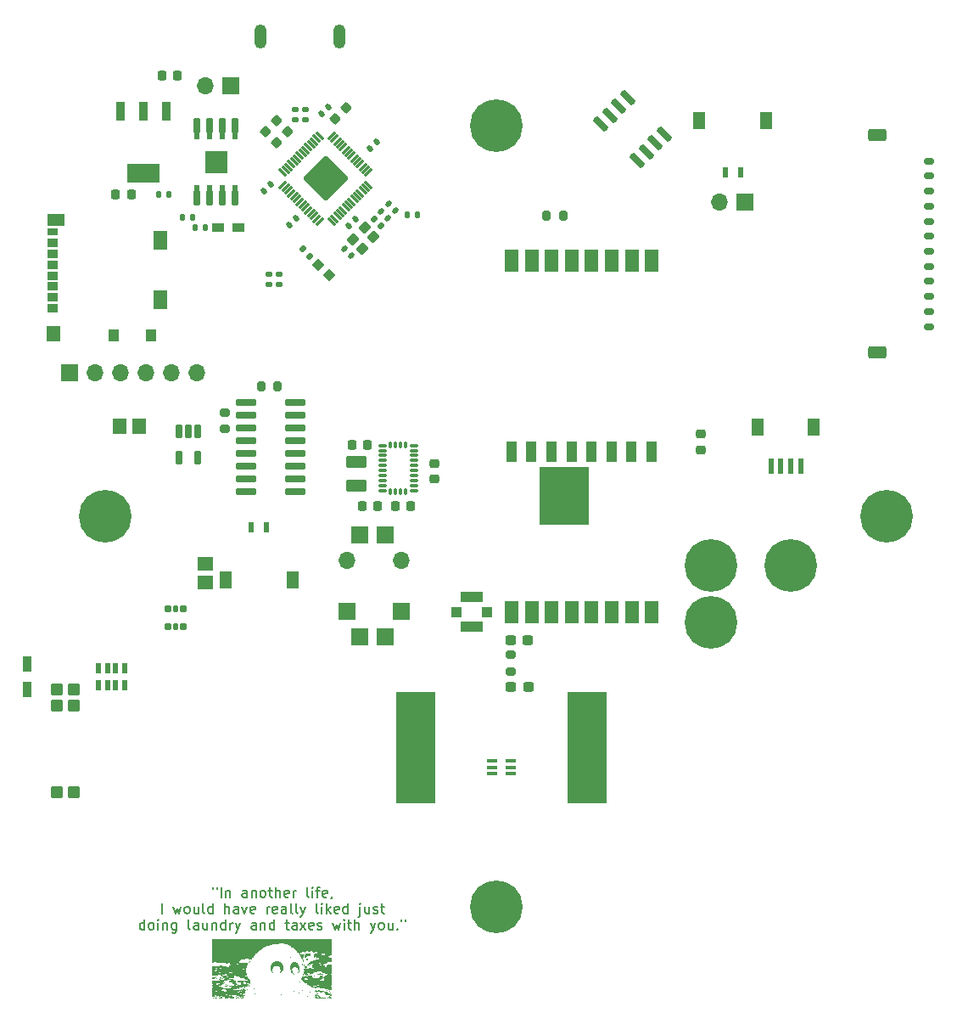
<source format=gbr>
%TF.GenerationSoftware,KiCad,Pcbnew,(6.0.7)*%
%TF.CreationDate,2023-03-27T22:24:21-07:00*%
%TF.ProjectId,FC_Board_v1,46435f42-6f61-4726-945f-76312e6b6963,rev?*%
%TF.SameCoordinates,Original*%
%TF.FileFunction,Soldermask,Top*%
%TF.FilePolarity,Negative*%
%FSLAX46Y46*%
G04 Gerber Fmt 4.6, Leading zero omitted, Abs format (unit mm)*
G04 Created by KiCad (PCBNEW (6.0.7)) date 2023-03-27 22:24:21*
%MOMM*%
%LPD*%
G01*
G04 APERTURE LIST*
G04 Aperture macros list*
%AMRoundRect*
0 Rectangle with rounded corners*
0 $1 Rounding radius*
0 $2 $3 $4 $5 $6 $7 $8 $9 X,Y pos of 4 corners*
0 Add a 4 corners polygon primitive as box body*
4,1,4,$2,$3,$4,$5,$6,$7,$8,$9,$2,$3,0*
0 Add four circle primitives for the rounded corners*
1,1,$1+$1,$2,$3*
1,1,$1+$1,$4,$5*
1,1,$1+$1,$6,$7*
1,1,$1+$1,$8,$9*
0 Add four rect primitives between the rounded corners*
20,1,$1+$1,$2,$3,$4,$5,0*
20,1,$1+$1,$4,$5,$6,$7,0*
20,1,$1+$1,$6,$7,$8,$9,0*
20,1,$1+$1,$8,$9,$2,$3,0*%
G04 Aperture macros list end*
%ADD10C,0.150000*%
%ADD11RoundRect,0.135000X0.226274X0.035355X0.035355X0.226274X-0.226274X-0.035355X-0.035355X-0.226274X0*%
%ADD12RoundRect,0.050800X-0.250000X-0.250000X0.250000X-0.250000X0.250000X0.250000X-0.250000X0.250000X0*%
%ADD13RoundRect,0.050800X-0.200000X-0.250000X0.200000X-0.250000X0.200000X0.250000X-0.200000X0.250000X0*%
%ADD14RoundRect,0.050800X-0.950000X0.550000X-0.950000X-0.550000X0.950000X-0.550000X0.950000X0.550000X0*%
%ADD15RoundRect,0.050800X0.950000X-0.550000X0.950000X0.550000X-0.950000X0.550000X-0.950000X-0.550000X0*%
%ADD16RoundRect,0.135000X-0.185000X0.135000X-0.185000X-0.135000X0.185000X-0.135000X0.185000X0.135000X0*%
%ADD17R,1.100000X0.850000*%
%ADD18R,1.100000X0.750000*%
%ADD19R,1.800000X1.170000*%
%ADD20R,1.350000X1.900000*%
%ADD21R,1.000000X1.200000*%
%ADD22R,1.350000X1.550000*%
%ADD23RoundRect,0.135000X0.185000X-0.135000X0.185000X0.135000X-0.185000X0.135000X-0.185000X-0.135000X0*%
%ADD24RoundRect,0.050800X0.000000X0.565685X-0.565685X0.000000X0.000000X-0.565685X0.565685X0.000000X0*%
%ADD25C,5.250000*%
%ADD26RoundRect,0.200000X0.200000X0.275000X-0.200000X0.275000X-0.200000X-0.275000X0.200000X-0.275000X0*%
%ADD27RoundRect,0.140000X0.021213X-0.219203X0.219203X-0.021213X-0.021213X0.219203X-0.219203X0.021213X0*%
%ADD28R,1.700000X1.700000*%
%ADD29O,1.700000X1.700000*%
%ADD30R,1.200000X1.800000*%
%ADD31R,0.600000X1.550000*%
%ADD32RoundRect,0.135000X-0.226274X-0.035355X-0.035355X-0.226274X0.226274X0.035355X0.035355X0.226274X0*%
%ADD33RoundRect,0.225000X0.225000X0.250000X-0.225000X0.250000X-0.225000X-0.250000X0.225000X-0.250000X0*%
%ADD34RoundRect,0.150000X0.150000X-0.650000X0.150000X0.650000X-0.150000X0.650000X-0.150000X-0.650000X0*%
%ADD35RoundRect,0.225000X-0.250000X0.225000X-0.250000X-0.225000X0.250000X-0.225000X0.250000X0.225000X0*%
%ADD36RoundRect,0.050800X0.337500X-0.125000X0.337500X0.125000X-0.337500X0.125000X-0.337500X-0.125000X0*%
%ADD37RoundRect,0.050800X0.125000X0.287500X-0.125000X0.287500X-0.125000X-0.287500X0.125000X-0.287500X0*%
%ADD38RoundRect,0.050800X0.650000X0.750000X-0.650000X0.750000X-0.650000X-0.750000X0.650000X-0.750000X0*%
%ADD39RoundRect,0.135000X-0.135000X-0.185000X0.135000X-0.185000X0.135000X0.185000X-0.135000X0.185000X0*%
%ADD40RoundRect,0.225000X0.017678X-0.335876X0.335876X-0.017678X-0.017678X0.335876X-0.335876X0.017678X0*%
%ADD41RoundRect,0.050800X0.275000X0.600000X-0.275000X0.600000X-0.275000X-0.600000X0.275000X-0.600000X0*%
%ADD42RoundRect,0.225000X0.335876X0.017678X0.017678X0.335876X-0.335876X-0.017678X-0.017678X-0.335876X0*%
%ADD43R,4.000000X11.000000*%
%ADD44R,4.000000X1.000000*%
%ADD45RoundRect,0.200000X0.275000X-0.200000X0.275000X0.200000X-0.275000X0.200000X-0.275000X-0.200000X0*%
%ADD46RoundRect,0.200000X-0.275000X0.200000X-0.275000X-0.200000X0.275000X-0.200000X0.275000X0.200000X0*%
%ADD47RoundRect,0.063500X-0.650000X1.000000X-0.650000X-1.000000X0.650000X-1.000000X0.650000X1.000000X0*%
%ADD48RoundRect,0.063500X-2.400000X2.849999X-2.400000X-2.849999X2.400000X-2.849999X2.400000X2.849999X0*%
%ADD49RoundRect,0.050800X-0.550000X-0.500000X0.550000X-0.500000X0.550000X0.500000X-0.550000X0.500000X0*%
%ADD50R,1.000000X1.000000*%
%ADD51R,2.200000X1.050000*%
%ADD52R,0.600000X1.000000*%
%ADD53R,1.250000X1.800000*%
%ADD54RoundRect,0.237500X-0.300000X-0.237500X0.300000X-0.237500X0.300000X0.237500X-0.300000X0.237500X0*%
%ADD55R,1.000000X2.000000*%
%ADD56RoundRect,0.063500X0.225000X-0.525000X0.225000X0.525000X-0.225000X0.525000X-0.225000X-0.525000X0*%
%ADD57RoundRect,0.063500X1.050000X1.050000X-1.050000X1.050000X-1.050000X-1.050000X1.050000X-1.050000X0*%
%ADD58RoundRect,0.042000X-0.943000X-0.258000X0.943000X-0.258000X0.943000X0.258000X-0.943000X0.258000X0*%
%ADD59RoundRect,0.225000X-0.225000X-0.250000X0.225000X-0.250000X0.225000X0.250000X-0.225000X0.250000X0*%
%ADD60RoundRect,0.135000X0.135000X0.185000X-0.135000X0.185000X-0.135000X-0.185000X0.135000X-0.185000X0*%
%ADD61RoundRect,0.050800X-0.500000X-0.400000X0.500000X-0.400000X0.500000X0.400000X-0.500000X0.400000X0*%
%ADD62RoundRect,0.140000X0.219203X0.021213X0.021213X0.219203X-0.219203X-0.021213X-0.021213X-0.219203X0*%
%ADD63RoundRect,0.140000X-0.021213X0.219203X-0.219203X0.021213X0.021213X-0.219203X0.219203X-0.021213X0*%
%ADD64RoundRect,0.050800X0.750000X-0.650000X0.750000X0.650000X-0.750000X0.650000X-0.750000X-0.650000X0*%
%ADD65RoundRect,0.050800X0.225000X0.450000X-0.225000X0.450000X-0.225000X-0.450000X0.225000X-0.450000X0*%
%ADD66RoundRect,0.150000X0.618718X-0.406586X-0.406586X0.618718X-0.618718X0.406586X0.406586X-0.618718X0*%
%ADD67RoundRect,0.050800X-0.400000X0.675000X-0.400000X-0.675000X0.400000X-0.675000X0.400000X0.675000X0*%
%ADD68RoundRect,0.200000X-0.200000X-0.275000X0.200000X-0.275000X0.200000X0.275000X-0.200000X0.275000X0*%
%ADD69RoundRect,0.140000X-0.219203X-0.021213X-0.021213X-0.219203X0.219203X0.021213X0.021213X0.219203X0*%
%ADD70RoundRect,0.050800X-0.053033X-0.583363X0.583363X0.053033X0.053033X0.583363X-0.583363X-0.053033X0*%
%ADD71RoundRect,0.150000X-0.350000X0.150000X-0.350000X-0.150000X0.350000X-0.150000X0.350000X0.150000X0*%
%ADD72RoundRect,0.250000X-0.650000X0.375000X-0.650000X-0.375000X0.650000X-0.375000X0.650000X0.375000X0*%
%ADD73R,1.000000X0.350000*%
%ADD74R,0.900000X1.850000*%
%ADD75R,3.200000X1.850000*%
%ADD76RoundRect,0.050800X0.238649X0.380070X-0.380070X-0.238649X-0.238649X-0.380070X0.380070X0.238649X0*%
%ADD77RoundRect,0.050800X-0.380070X0.238649X0.238649X-0.380070X0.380070X-0.238649X-0.238649X0.380070X0*%
%ADD78RoundRect,0.050800X-0.238649X-0.380070X0.380070X0.238649X0.238649X0.380070X-0.380070X-0.238649X0*%
%ADD79RoundRect,0.050800X0.380070X-0.238649X-0.238649X0.380070X-0.380070X0.238649X0.238649X-0.380070X0*%
%ADD80RoundRect,0.210800X0.000000X-2.036468X2.036468X0.000000X0.000000X2.036468X-2.036468X0.000000X0*%
%ADD81O,1.208000X2.416000*%
G04 APERTURE END LIST*
D10*
X137586276Y-149211780D02*
X137586276Y-149402257D01*
X137967228Y-149211780D02*
X137967228Y-149402257D01*
X138395800Y-150211780D02*
X138395800Y-149211780D01*
X138871990Y-149545114D02*
X138871990Y-150211780D01*
X138871990Y-149640352D02*
X138919609Y-149592733D01*
X139014847Y-149545114D01*
X139157704Y-149545114D01*
X139252942Y-149592733D01*
X139300561Y-149687971D01*
X139300561Y-150211780D01*
X140967228Y-150211780D02*
X140967228Y-149687971D01*
X140919609Y-149592733D01*
X140824371Y-149545114D01*
X140633895Y-149545114D01*
X140538657Y-149592733D01*
X140967228Y-150164161D02*
X140871990Y-150211780D01*
X140633895Y-150211780D01*
X140538657Y-150164161D01*
X140491038Y-150068923D01*
X140491038Y-149973685D01*
X140538657Y-149878447D01*
X140633895Y-149830828D01*
X140871990Y-149830828D01*
X140967228Y-149783209D01*
X141443419Y-149545114D02*
X141443419Y-150211780D01*
X141443419Y-149640352D02*
X141491038Y-149592733D01*
X141586276Y-149545114D01*
X141729133Y-149545114D01*
X141824371Y-149592733D01*
X141871990Y-149687971D01*
X141871990Y-150211780D01*
X142491038Y-150211780D02*
X142395800Y-150164161D01*
X142348180Y-150116542D01*
X142300561Y-150021304D01*
X142300561Y-149735590D01*
X142348180Y-149640352D01*
X142395800Y-149592733D01*
X142491038Y-149545114D01*
X142633895Y-149545114D01*
X142729133Y-149592733D01*
X142776752Y-149640352D01*
X142824371Y-149735590D01*
X142824371Y-150021304D01*
X142776752Y-150116542D01*
X142729133Y-150164161D01*
X142633895Y-150211780D01*
X142491038Y-150211780D01*
X143110085Y-149545114D02*
X143491038Y-149545114D01*
X143252942Y-149211780D02*
X143252942Y-150068923D01*
X143300561Y-150164161D01*
X143395800Y-150211780D01*
X143491038Y-150211780D01*
X143824371Y-150211780D02*
X143824371Y-149211780D01*
X144252942Y-150211780D02*
X144252942Y-149687971D01*
X144205323Y-149592733D01*
X144110085Y-149545114D01*
X143967228Y-149545114D01*
X143871990Y-149592733D01*
X143824371Y-149640352D01*
X145110085Y-150164161D02*
X145014847Y-150211780D01*
X144824371Y-150211780D01*
X144729133Y-150164161D01*
X144681514Y-150068923D01*
X144681514Y-149687971D01*
X144729133Y-149592733D01*
X144824371Y-149545114D01*
X145014847Y-149545114D01*
X145110085Y-149592733D01*
X145157704Y-149687971D01*
X145157704Y-149783209D01*
X144681514Y-149878447D01*
X145586276Y-150211780D02*
X145586276Y-149545114D01*
X145586276Y-149735590D02*
X145633895Y-149640352D01*
X145681514Y-149592733D01*
X145776752Y-149545114D01*
X145871990Y-149545114D01*
X147110085Y-150211780D02*
X147014847Y-150164161D01*
X146967228Y-150068923D01*
X146967228Y-149211780D01*
X147491038Y-150211780D02*
X147491038Y-149545114D01*
X147491038Y-149211780D02*
X147443419Y-149259400D01*
X147491038Y-149307019D01*
X147538657Y-149259400D01*
X147491038Y-149211780D01*
X147491038Y-149307019D01*
X147824371Y-149545114D02*
X148205323Y-149545114D01*
X147967228Y-150211780D02*
X147967228Y-149354638D01*
X148014847Y-149259400D01*
X148110085Y-149211780D01*
X148205323Y-149211780D01*
X148919609Y-150164161D02*
X148824371Y-150211780D01*
X148633895Y-150211780D01*
X148538657Y-150164161D01*
X148491038Y-150068923D01*
X148491038Y-149687971D01*
X148538657Y-149592733D01*
X148633895Y-149545114D01*
X148824371Y-149545114D01*
X148919609Y-149592733D01*
X148967228Y-149687971D01*
X148967228Y-149783209D01*
X148491038Y-149878447D01*
X149443419Y-150164161D02*
X149443419Y-150211780D01*
X149395800Y-150307019D01*
X149348180Y-150354638D01*
X132491038Y-151821780D02*
X132491038Y-150821780D01*
X133633895Y-151155114D02*
X133824371Y-151821780D01*
X134014847Y-151345590D01*
X134205323Y-151821780D01*
X134395800Y-151155114D01*
X134919609Y-151821780D02*
X134824371Y-151774161D01*
X134776752Y-151726542D01*
X134729133Y-151631304D01*
X134729133Y-151345590D01*
X134776752Y-151250352D01*
X134824371Y-151202733D01*
X134919609Y-151155114D01*
X135062466Y-151155114D01*
X135157704Y-151202733D01*
X135205323Y-151250352D01*
X135252942Y-151345590D01*
X135252942Y-151631304D01*
X135205323Y-151726542D01*
X135157704Y-151774161D01*
X135062466Y-151821780D01*
X134919609Y-151821780D01*
X136110085Y-151155114D02*
X136110085Y-151821780D01*
X135681514Y-151155114D02*
X135681514Y-151678923D01*
X135729133Y-151774161D01*
X135824371Y-151821780D01*
X135967228Y-151821780D01*
X136062466Y-151774161D01*
X136110085Y-151726542D01*
X136729133Y-151821780D02*
X136633895Y-151774161D01*
X136586276Y-151678923D01*
X136586276Y-150821780D01*
X137538657Y-151821780D02*
X137538657Y-150821780D01*
X137538657Y-151774161D02*
X137443419Y-151821780D01*
X137252942Y-151821780D01*
X137157704Y-151774161D01*
X137110085Y-151726542D01*
X137062466Y-151631304D01*
X137062466Y-151345590D01*
X137110085Y-151250352D01*
X137157704Y-151202733D01*
X137252942Y-151155114D01*
X137443419Y-151155114D01*
X137538657Y-151202733D01*
X138776752Y-151821780D02*
X138776752Y-150821780D01*
X139205323Y-151821780D02*
X139205323Y-151297971D01*
X139157704Y-151202733D01*
X139062466Y-151155114D01*
X138919609Y-151155114D01*
X138824371Y-151202733D01*
X138776752Y-151250352D01*
X140110085Y-151821780D02*
X140110085Y-151297971D01*
X140062466Y-151202733D01*
X139967228Y-151155114D01*
X139776752Y-151155114D01*
X139681514Y-151202733D01*
X140110085Y-151774161D02*
X140014847Y-151821780D01*
X139776752Y-151821780D01*
X139681514Y-151774161D01*
X139633895Y-151678923D01*
X139633895Y-151583685D01*
X139681514Y-151488447D01*
X139776752Y-151440828D01*
X140014847Y-151440828D01*
X140110085Y-151393209D01*
X140491038Y-151155114D02*
X140729133Y-151821780D01*
X140967228Y-151155114D01*
X141729133Y-151774161D02*
X141633895Y-151821780D01*
X141443419Y-151821780D01*
X141348180Y-151774161D01*
X141300561Y-151678923D01*
X141300561Y-151297971D01*
X141348180Y-151202733D01*
X141443419Y-151155114D01*
X141633895Y-151155114D01*
X141729133Y-151202733D01*
X141776752Y-151297971D01*
X141776752Y-151393209D01*
X141300561Y-151488447D01*
X142967228Y-151821780D02*
X142967228Y-151155114D01*
X142967228Y-151345590D02*
X143014847Y-151250352D01*
X143062466Y-151202733D01*
X143157704Y-151155114D01*
X143252942Y-151155114D01*
X143967228Y-151774161D02*
X143871990Y-151821780D01*
X143681514Y-151821780D01*
X143586276Y-151774161D01*
X143538657Y-151678923D01*
X143538657Y-151297971D01*
X143586276Y-151202733D01*
X143681514Y-151155114D01*
X143871990Y-151155114D01*
X143967228Y-151202733D01*
X144014847Y-151297971D01*
X144014847Y-151393209D01*
X143538657Y-151488447D01*
X144871990Y-151821780D02*
X144871990Y-151297971D01*
X144824371Y-151202733D01*
X144729133Y-151155114D01*
X144538657Y-151155114D01*
X144443419Y-151202733D01*
X144871990Y-151774161D02*
X144776752Y-151821780D01*
X144538657Y-151821780D01*
X144443419Y-151774161D01*
X144395800Y-151678923D01*
X144395800Y-151583685D01*
X144443419Y-151488447D01*
X144538657Y-151440828D01*
X144776752Y-151440828D01*
X144871990Y-151393209D01*
X145491038Y-151821780D02*
X145395800Y-151774161D01*
X145348180Y-151678923D01*
X145348180Y-150821780D01*
X146014847Y-151821780D02*
X145919609Y-151774161D01*
X145871990Y-151678923D01*
X145871990Y-150821780D01*
X146300561Y-151155114D02*
X146538657Y-151821780D01*
X146776752Y-151155114D02*
X146538657Y-151821780D01*
X146443419Y-152059876D01*
X146395800Y-152107495D01*
X146300561Y-152155114D01*
X148062466Y-151821780D02*
X147967228Y-151774161D01*
X147919609Y-151678923D01*
X147919609Y-150821780D01*
X148443419Y-151821780D02*
X148443419Y-151155114D01*
X148443419Y-150821780D02*
X148395800Y-150869400D01*
X148443419Y-150917019D01*
X148491038Y-150869400D01*
X148443419Y-150821780D01*
X148443419Y-150917019D01*
X148919609Y-151821780D02*
X148919609Y-150821780D01*
X149014847Y-151440828D02*
X149300561Y-151821780D01*
X149300561Y-151155114D02*
X148919609Y-151536066D01*
X150110085Y-151774161D02*
X150014847Y-151821780D01*
X149824371Y-151821780D01*
X149729133Y-151774161D01*
X149681514Y-151678923D01*
X149681514Y-151297971D01*
X149729133Y-151202733D01*
X149824371Y-151155114D01*
X150014847Y-151155114D01*
X150110085Y-151202733D01*
X150157704Y-151297971D01*
X150157704Y-151393209D01*
X149681514Y-151488447D01*
X151014847Y-151821780D02*
X151014847Y-150821780D01*
X151014847Y-151774161D02*
X150919609Y-151821780D01*
X150729133Y-151821780D01*
X150633895Y-151774161D01*
X150586276Y-151726542D01*
X150538657Y-151631304D01*
X150538657Y-151345590D01*
X150586276Y-151250352D01*
X150633895Y-151202733D01*
X150729133Y-151155114D01*
X150919609Y-151155114D01*
X151014847Y-151202733D01*
X152252942Y-151155114D02*
X152252942Y-152012257D01*
X152205323Y-152107495D01*
X152110085Y-152155114D01*
X152062466Y-152155114D01*
X152252942Y-150821780D02*
X152205323Y-150869400D01*
X152252942Y-150917019D01*
X152300561Y-150869400D01*
X152252942Y-150821780D01*
X152252942Y-150917019D01*
X153157704Y-151155114D02*
X153157704Y-151821780D01*
X152729133Y-151155114D02*
X152729133Y-151678923D01*
X152776752Y-151774161D01*
X152871990Y-151821780D01*
X153014847Y-151821780D01*
X153110085Y-151774161D01*
X153157704Y-151726542D01*
X153586276Y-151774161D02*
X153681514Y-151821780D01*
X153871990Y-151821780D01*
X153967228Y-151774161D01*
X154014847Y-151678923D01*
X154014847Y-151631304D01*
X153967228Y-151536066D01*
X153871990Y-151488447D01*
X153729133Y-151488447D01*
X153633895Y-151440828D01*
X153586276Y-151345590D01*
X153586276Y-151297971D01*
X153633895Y-151202733D01*
X153729133Y-151155114D01*
X153871990Y-151155114D01*
X153967228Y-151202733D01*
X154300561Y-151155114D02*
X154681514Y-151155114D01*
X154443419Y-150821780D02*
X154443419Y-151678923D01*
X154491038Y-151774161D01*
X154586276Y-151821780D01*
X154681514Y-151821780D01*
X130729133Y-153431780D02*
X130729133Y-152431780D01*
X130729133Y-153384161D02*
X130633895Y-153431780D01*
X130443419Y-153431780D01*
X130348180Y-153384161D01*
X130300561Y-153336542D01*
X130252942Y-153241304D01*
X130252942Y-152955590D01*
X130300561Y-152860352D01*
X130348180Y-152812733D01*
X130443419Y-152765114D01*
X130633895Y-152765114D01*
X130729133Y-152812733D01*
X131348180Y-153431780D02*
X131252942Y-153384161D01*
X131205323Y-153336542D01*
X131157704Y-153241304D01*
X131157704Y-152955590D01*
X131205323Y-152860352D01*
X131252942Y-152812733D01*
X131348180Y-152765114D01*
X131491038Y-152765114D01*
X131586276Y-152812733D01*
X131633895Y-152860352D01*
X131681514Y-152955590D01*
X131681514Y-153241304D01*
X131633895Y-153336542D01*
X131586276Y-153384161D01*
X131491038Y-153431780D01*
X131348180Y-153431780D01*
X132110085Y-153431780D02*
X132110085Y-152765114D01*
X132110085Y-152431780D02*
X132062466Y-152479400D01*
X132110085Y-152527019D01*
X132157704Y-152479400D01*
X132110085Y-152431780D01*
X132110085Y-152527019D01*
X132586276Y-152765114D02*
X132586276Y-153431780D01*
X132586276Y-152860352D02*
X132633895Y-152812733D01*
X132729133Y-152765114D01*
X132871990Y-152765114D01*
X132967228Y-152812733D01*
X133014847Y-152907971D01*
X133014847Y-153431780D01*
X133919609Y-152765114D02*
X133919609Y-153574638D01*
X133871990Y-153669876D01*
X133824371Y-153717495D01*
X133729133Y-153765114D01*
X133586276Y-153765114D01*
X133491038Y-153717495D01*
X133919609Y-153384161D02*
X133824371Y-153431780D01*
X133633895Y-153431780D01*
X133538657Y-153384161D01*
X133491038Y-153336542D01*
X133443419Y-153241304D01*
X133443419Y-152955590D01*
X133491038Y-152860352D01*
X133538657Y-152812733D01*
X133633895Y-152765114D01*
X133824371Y-152765114D01*
X133919609Y-152812733D01*
X135300561Y-153431780D02*
X135205323Y-153384161D01*
X135157704Y-153288923D01*
X135157704Y-152431780D01*
X136110085Y-153431780D02*
X136110085Y-152907971D01*
X136062466Y-152812733D01*
X135967228Y-152765114D01*
X135776752Y-152765114D01*
X135681514Y-152812733D01*
X136110085Y-153384161D02*
X136014847Y-153431780D01*
X135776752Y-153431780D01*
X135681514Y-153384161D01*
X135633895Y-153288923D01*
X135633895Y-153193685D01*
X135681514Y-153098447D01*
X135776752Y-153050828D01*
X136014847Y-153050828D01*
X136110085Y-153003209D01*
X137014847Y-152765114D02*
X137014847Y-153431780D01*
X136586276Y-152765114D02*
X136586276Y-153288923D01*
X136633895Y-153384161D01*
X136729133Y-153431780D01*
X136871990Y-153431780D01*
X136967228Y-153384161D01*
X137014847Y-153336542D01*
X137491038Y-152765114D02*
X137491038Y-153431780D01*
X137491038Y-152860352D02*
X137538657Y-152812733D01*
X137633895Y-152765114D01*
X137776752Y-152765114D01*
X137871990Y-152812733D01*
X137919609Y-152907971D01*
X137919609Y-153431780D01*
X138824371Y-153431780D02*
X138824371Y-152431780D01*
X138824371Y-153384161D02*
X138729133Y-153431780D01*
X138538657Y-153431780D01*
X138443419Y-153384161D01*
X138395800Y-153336542D01*
X138348180Y-153241304D01*
X138348180Y-152955590D01*
X138395800Y-152860352D01*
X138443419Y-152812733D01*
X138538657Y-152765114D01*
X138729133Y-152765114D01*
X138824371Y-152812733D01*
X139300561Y-153431780D02*
X139300561Y-152765114D01*
X139300561Y-152955590D02*
X139348180Y-152860352D01*
X139395800Y-152812733D01*
X139491038Y-152765114D01*
X139586276Y-152765114D01*
X139824371Y-152765114D02*
X140062466Y-153431780D01*
X140300561Y-152765114D02*
X140062466Y-153431780D01*
X139967228Y-153669876D01*
X139919609Y-153717495D01*
X139824371Y-153765114D01*
X141871990Y-153431780D02*
X141871990Y-152907971D01*
X141824371Y-152812733D01*
X141729133Y-152765114D01*
X141538657Y-152765114D01*
X141443419Y-152812733D01*
X141871990Y-153384161D02*
X141776752Y-153431780D01*
X141538657Y-153431780D01*
X141443419Y-153384161D01*
X141395800Y-153288923D01*
X141395800Y-153193685D01*
X141443419Y-153098447D01*
X141538657Y-153050828D01*
X141776752Y-153050828D01*
X141871990Y-153003209D01*
X142348180Y-152765114D02*
X142348180Y-153431780D01*
X142348180Y-152860352D02*
X142395800Y-152812733D01*
X142491038Y-152765114D01*
X142633895Y-152765114D01*
X142729133Y-152812733D01*
X142776752Y-152907971D01*
X142776752Y-153431780D01*
X143681514Y-153431780D02*
X143681514Y-152431780D01*
X143681514Y-153384161D02*
X143586276Y-153431780D01*
X143395800Y-153431780D01*
X143300561Y-153384161D01*
X143252942Y-153336542D01*
X143205323Y-153241304D01*
X143205323Y-152955590D01*
X143252942Y-152860352D01*
X143300561Y-152812733D01*
X143395800Y-152765114D01*
X143586276Y-152765114D01*
X143681514Y-152812733D01*
X144776752Y-152765114D02*
X145157704Y-152765114D01*
X144919609Y-152431780D02*
X144919609Y-153288923D01*
X144967228Y-153384161D01*
X145062466Y-153431780D01*
X145157704Y-153431780D01*
X145919609Y-153431780D02*
X145919609Y-152907971D01*
X145871990Y-152812733D01*
X145776752Y-152765114D01*
X145586276Y-152765114D01*
X145491038Y-152812733D01*
X145919609Y-153384161D02*
X145824371Y-153431780D01*
X145586276Y-153431780D01*
X145491038Y-153384161D01*
X145443419Y-153288923D01*
X145443419Y-153193685D01*
X145491038Y-153098447D01*
X145586276Y-153050828D01*
X145824371Y-153050828D01*
X145919609Y-153003209D01*
X146300561Y-153431780D02*
X146824371Y-152765114D01*
X146300561Y-152765114D02*
X146824371Y-153431780D01*
X147586276Y-153384161D02*
X147491038Y-153431780D01*
X147300561Y-153431780D01*
X147205323Y-153384161D01*
X147157704Y-153288923D01*
X147157704Y-152907971D01*
X147205323Y-152812733D01*
X147300561Y-152765114D01*
X147491038Y-152765114D01*
X147586276Y-152812733D01*
X147633895Y-152907971D01*
X147633895Y-153003209D01*
X147157704Y-153098447D01*
X148014847Y-153384161D02*
X148110085Y-153431780D01*
X148300561Y-153431780D01*
X148395800Y-153384161D01*
X148443419Y-153288923D01*
X148443419Y-153241304D01*
X148395800Y-153146066D01*
X148300561Y-153098447D01*
X148157704Y-153098447D01*
X148062466Y-153050828D01*
X148014847Y-152955590D01*
X148014847Y-152907971D01*
X148062466Y-152812733D01*
X148157704Y-152765114D01*
X148300561Y-152765114D01*
X148395800Y-152812733D01*
X149538657Y-152765114D02*
X149729133Y-153431780D01*
X149919609Y-152955590D01*
X150110085Y-153431780D01*
X150300561Y-152765114D01*
X150681514Y-153431780D02*
X150681514Y-152765114D01*
X150681514Y-152431780D02*
X150633895Y-152479400D01*
X150681514Y-152527019D01*
X150729133Y-152479400D01*
X150681514Y-152431780D01*
X150681514Y-152527019D01*
X151014847Y-152765114D02*
X151395800Y-152765114D01*
X151157704Y-152431780D02*
X151157704Y-153288923D01*
X151205323Y-153384161D01*
X151300561Y-153431780D01*
X151395800Y-153431780D01*
X151729133Y-153431780D02*
X151729133Y-152431780D01*
X152157704Y-153431780D02*
X152157704Y-152907971D01*
X152110085Y-152812733D01*
X152014847Y-152765114D01*
X151871990Y-152765114D01*
X151776752Y-152812733D01*
X151729133Y-152860352D01*
X153300561Y-152765114D02*
X153538657Y-153431780D01*
X153776752Y-152765114D02*
X153538657Y-153431780D01*
X153443419Y-153669876D01*
X153395800Y-153717495D01*
X153300561Y-153765114D01*
X154300561Y-153431780D02*
X154205323Y-153384161D01*
X154157704Y-153336542D01*
X154110085Y-153241304D01*
X154110085Y-152955590D01*
X154157704Y-152860352D01*
X154205323Y-152812733D01*
X154300561Y-152765114D01*
X154443419Y-152765114D01*
X154538657Y-152812733D01*
X154586276Y-152860352D01*
X154633895Y-152955590D01*
X154633895Y-153241304D01*
X154586276Y-153336542D01*
X154538657Y-153384161D01*
X154443419Y-153431780D01*
X154300561Y-153431780D01*
X155491038Y-152765114D02*
X155491038Y-153431780D01*
X155062466Y-152765114D02*
X155062466Y-153288923D01*
X155110085Y-153384161D01*
X155205323Y-153431780D01*
X155348180Y-153431780D01*
X155443419Y-153384161D01*
X155491038Y-153336542D01*
X155967228Y-153336542D02*
X156014847Y-153384161D01*
X155967228Y-153431780D01*
X155919609Y-153384161D01*
X155967228Y-153336542D01*
X155967228Y-153431780D01*
X156395800Y-152431780D02*
X156395800Y-152622257D01*
X156776752Y-152431780D02*
X156776752Y-152622257D01*
%TO.C,G\u002A\u002A\u002A*%
G36*
X141364623Y-156732136D02*
G01*
X141361141Y-156735619D01*
X141357659Y-156732136D01*
X141361141Y-156728654D01*
X141364623Y-156732136D01*
G37*
G36*
X146398836Y-159325071D02*
G01*
X146400050Y-159329943D01*
X146395807Y-159339535D01*
X146386175Y-159337806D01*
X146383799Y-159335747D01*
X146379363Y-159325553D01*
X146386611Y-159319729D01*
X146389603Y-159319496D01*
X146398836Y-159325071D01*
G37*
G36*
X142812245Y-160222999D02*
G01*
X142813266Y-160227969D01*
X142810971Y-160238032D01*
X142804940Y-160235015D01*
X142803116Y-160232343D01*
X142803990Y-160223399D01*
X142806188Y-160221485D01*
X142812245Y-160222999D01*
G37*
G36*
X137999494Y-160139932D02*
G01*
X138000708Y-160144804D01*
X137995133Y-160154038D01*
X137990261Y-160155251D01*
X137981027Y-160149676D01*
X137979814Y-160144804D01*
X137985389Y-160135571D01*
X137990261Y-160134357D01*
X137999494Y-160139932D01*
G37*
G36*
X141197170Y-160056469D02*
G01*
X141197472Y-160061229D01*
X141193827Y-160070499D01*
X141190726Y-160071676D01*
X141186894Y-160066571D01*
X141187989Y-160061229D01*
X141192932Y-160052065D01*
X141194735Y-160050782D01*
X141197170Y-160056469D01*
G37*
G36*
X138105573Y-156974146D02*
G01*
X138124997Y-156984563D01*
X138132915Y-157001058D01*
X138133036Y-157003757D01*
X138127142Y-157020967D01*
X138110595Y-157031291D01*
X138085092Y-157034277D01*
X138052332Y-157029476D01*
X138044237Y-157027306D01*
X138027521Y-157018181D01*
X138022026Y-157005626D01*
X138026364Y-156992133D01*
X138039147Y-156980194D01*
X138058988Y-156972301D01*
X138075859Y-156970517D01*
X138105573Y-156974146D01*
G37*
G36*
X149043785Y-160198432D02*
G01*
X149045810Y-160184234D01*
X149050983Y-160160959D01*
X149059569Y-160144797D01*
X149074225Y-160133689D01*
X149097605Y-160125577D01*
X149130184Y-160118794D01*
X149155045Y-160113496D01*
X149173517Y-160108030D01*
X149182245Y-160103427D01*
X149182525Y-160102702D01*
X149187958Y-160088131D01*
X149200794Y-160082585D01*
X149205389Y-160083219D01*
X149215398Y-160089193D01*
X149232647Y-160102774D01*
X149254473Y-160121772D01*
X149272273Y-160138283D01*
X149294564Y-160159333D01*
X149312860Y-160176267D01*
X149325005Y-160187110D01*
X149328851Y-160190074D01*
X149334576Y-160194549D01*
X149347039Y-160206096D01*
X149358646Y-160217391D01*
X149380021Y-160235073D01*
X149399941Y-160245525D01*
X149406209Y-160246991D01*
X149417509Y-160249162D01*
X149423729Y-160254736D01*
X149426716Y-160267256D01*
X149428269Y-160289320D01*
X149428347Y-160315041D01*
X149425145Y-160327736D01*
X149422193Y-160329367D01*
X149417839Y-160332109D01*
X149422698Y-160339814D01*
X149426332Y-160346402D01*
X149421070Y-160349465D01*
X149404506Y-160350258D01*
X149402657Y-160350261D01*
X149382330Y-160348384D01*
X149374216Y-160342474D01*
X149373946Y-160340559D01*
X149367951Y-160330166D01*
X149353841Y-160323317D01*
X149346170Y-160322402D01*
X149343041Y-160327963D01*
X149344070Y-160336332D01*
X149344896Y-160343839D01*
X149340520Y-160348025D01*
X149328099Y-160349846D01*
X149304791Y-160350260D01*
X149302709Y-160350261D01*
X149275804Y-160349319D01*
X149258766Y-160345858D01*
X149247623Y-160338929D01*
X149245271Y-160336521D01*
X149236367Y-160319300D01*
X149237153Y-160301201D01*
X149238886Y-160286399D01*
X149234896Y-160281515D01*
X149229660Y-160281896D01*
X149219235Y-160289749D01*
X149213751Y-160301545D01*
X149207110Y-160316512D01*
X149199076Y-160319207D01*
X149192288Y-160310693D01*
X149189384Y-160292033D01*
X149189383Y-160291736D01*
X149187771Y-160272960D01*
X149181896Y-160264324D01*
X149176557Y-160262659D01*
X149165276Y-160260029D01*
X149162628Y-160258502D01*
X149154348Y-160243127D01*
X149145591Y-160234028D01*
X149132551Y-160229417D01*
X149111420Y-160227503D01*
X149095525Y-160226968D01*
X149070567Y-160225968D01*
X149051743Y-160224642D01*
X149042737Y-160223259D01*
X149042499Y-160223109D01*
X149042416Y-160221415D01*
X149304300Y-160221415D01*
X149307782Y-160224898D01*
X149311264Y-160221415D01*
X149307782Y-160217933D01*
X149304300Y-160221415D01*
X149042416Y-160221415D01*
X149042122Y-160215455D01*
X149043785Y-160198432D01*
G37*
G36*
X141117184Y-160287002D02*
G01*
X141114563Y-160290258D01*
X141103881Y-160299444D01*
X141095884Y-160300794D01*
X141094433Y-160293811D01*
X141094741Y-160292803D01*
X141103282Y-160284279D01*
X141110770Y-160281552D01*
X141119640Y-160281036D01*
X141117184Y-160287002D01*
G37*
G36*
X145682693Y-156112284D02*
G01*
X145679211Y-156115767D01*
X145675728Y-156112284D01*
X145679211Y-156108802D01*
X145682693Y-156112284D01*
G37*
G36*
X147249734Y-159100110D02*
G01*
X147256433Y-159109014D01*
X147256699Y-159110968D01*
X147251387Y-159117334D01*
X147249734Y-159117522D01*
X147243622Y-159111853D01*
X147242770Y-159106664D01*
X147246146Y-159099455D01*
X147249734Y-159100110D01*
G37*
G36*
X148258430Y-159462331D02*
G01*
X148259605Y-159465342D01*
X148254997Y-159474437D01*
X148246065Y-159476614D01*
X148243165Y-159474850D01*
X148238929Y-159464740D01*
X148246383Y-159458991D01*
X148249159Y-159458788D01*
X148258430Y-159462331D01*
G37*
G36*
X142133895Y-160216520D02*
G01*
X142147061Y-160226575D01*
X142151900Y-160238501D01*
X142146630Y-160247816D01*
X142146403Y-160247948D01*
X142131533Y-160253138D01*
X142112652Y-160255923D01*
X142095416Y-160255906D01*
X142085480Y-160252690D01*
X142085147Y-160252246D01*
X142086361Y-160242657D01*
X142095612Y-160229135D01*
X142098214Y-160226392D01*
X142111691Y-160214843D01*
X142122630Y-160212603D01*
X142133895Y-160216520D01*
G37*
G36*
X146815606Y-159022338D02*
G01*
X146816439Y-159030604D01*
X146815606Y-159031625D01*
X146811465Y-159030669D01*
X146810963Y-159026981D01*
X146813511Y-159021249D01*
X146815606Y-159022338D01*
G37*
G36*
X138366969Y-160152938D02*
G01*
X138370592Y-160161407D01*
X138377789Y-160165316D01*
X138392262Y-160165607D01*
X138410408Y-160163986D01*
X138449657Y-160159936D01*
X138437533Y-160176746D01*
X138425982Y-160194988D01*
X138418688Y-160209227D01*
X138410648Y-160220115D01*
X138396136Y-160224471D01*
X138385266Y-160224898D01*
X138364288Y-160227241D01*
X138347686Y-160232990D01*
X138346016Y-160234075D01*
X138337499Y-160241887D01*
X138339713Y-160249154D01*
X138345335Y-160255122D01*
X138356240Y-160262312D01*
X138371962Y-160264231D01*
X138391256Y-160262475D01*
X138418898Y-160262243D01*
X138441687Y-160268373D01*
X138456457Y-160279561D01*
X138460373Y-160290977D01*
X138466054Y-160301529D01*
X138478984Y-160311206D01*
X138492996Y-160315394D01*
X138492997Y-160315394D01*
X138499922Y-160309910D01*
X138509344Y-160296558D01*
X138510543Y-160294500D01*
X138522891Y-160279080D01*
X138539138Y-160273810D01*
X138544083Y-160273650D01*
X138569916Y-160277327D01*
X138586891Y-160287459D01*
X138592701Y-160301972D01*
X138593939Y-160311220D01*
X138599908Y-160317139D01*
X138613989Y-160321898D01*
X138629265Y-160325436D01*
X138643156Y-160331711D01*
X138648418Y-160339947D01*
X138646467Y-160343933D01*
X138639349Y-160346770D01*
X138625172Y-160348638D01*
X138602041Y-160349719D01*
X138568063Y-160350192D01*
X138540466Y-160350261D01*
X138496827Y-160349966D01*
X138465618Y-160349001D01*
X138445354Y-160347249D01*
X138434548Y-160344589D01*
X138431690Y-160341555D01*
X138431365Y-160329876D01*
X138431518Y-160328141D01*
X138426228Y-160323188D01*
X138412787Y-160319274D01*
X138396973Y-160317429D01*
X138384564Y-160318681D01*
X138382856Y-160319480D01*
X138377913Y-160320475D01*
X138379615Y-160316514D01*
X138378552Y-160310602D01*
X138368767Y-160308375D01*
X138354903Y-160309582D01*
X138341598Y-160313975D01*
X138335010Y-160318920D01*
X138321451Y-160328477D01*
X138306856Y-160324634D01*
X138296704Y-160315438D01*
X138281855Y-160303386D01*
X138269645Y-160304476D01*
X138259803Y-160315777D01*
X138252505Y-160323989D01*
X138241263Y-160327862D01*
X138221961Y-160328427D01*
X138211184Y-160327965D01*
X138187636Y-160325850D01*
X138174803Y-160321896D01*
X138169492Y-160314983D01*
X138169057Y-160313178D01*
X138171879Y-160298450D01*
X138182164Y-160283591D01*
X138195373Y-160274431D01*
X138199826Y-160273650D01*
X138212824Y-160270998D01*
X138224864Y-160266582D01*
X138255867Y-160250481D01*
X138276405Y-160232851D01*
X138289849Y-160210568D01*
X138292483Y-160203941D01*
X138301993Y-160183198D01*
X138312426Y-160172976D01*
X138321251Y-160170390D01*
X138338696Y-160163293D01*
X138350636Y-160152979D01*
X138362780Y-160137840D01*
X138366969Y-160152938D01*
G37*
G36*
X147381779Y-159874757D02*
G01*
X147382062Y-159876666D01*
X147379686Y-159883450D01*
X147378991Y-159883631D01*
X147373045Y-159878750D01*
X147371615Y-159876666D01*
X147372168Y-159870248D01*
X147374687Y-159869701D01*
X147381779Y-159874757D01*
G37*
G36*
X148966365Y-159511759D02*
G01*
X148979043Y-159521670D01*
X148989725Y-159533160D01*
X148994086Y-159542118D01*
X148993725Y-159543413D01*
X148989550Y-159547723D01*
X148981632Y-159547715D01*
X148968171Y-159544511D01*
X148959631Y-159539231D01*
X148959579Y-159535353D01*
X148958390Y-159526891D01*
X148956182Y-159525023D01*
X148949640Y-159516592D01*
X148951496Y-159508977D01*
X148956015Y-159507541D01*
X148966365Y-159511759D01*
G37*
G36*
X138735600Y-158813146D02*
G01*
X138737252Y-158819784D01*
X138728803Y-158827688D01*
X138719295Y-158830711D01*
X138708460Y-158830067D01*
X138708352Y-158822124D01*
X138708397Y-158822005D01*
X138715793Y-158814285D01*
X138726703Y-158811190D01*
X138735600Y-158813146D01*
G37*
G36*
X146351297Y-156920181D02*
G01*
X146347815Y-156923664D01*
X146344333Y-156920181D01*
X146347815Y-156916699D01*
X146351297Y-156920181D01*
G37*
G36*
X147983465Y-159820082D02*
G01*
X147987985Y-159824431D01*
X148001042Y-159832224D01*
X148016285Y-159834878D01*
X148032161Y-159837270D01*
X148040506Y-159842306D01*
X148042492Y-159851790D01*
X148032916Y-159854372D01*
X148012383Y-159849928D01*
X148008704Y-159848750D01*
X147988501Y-159843507D01*
X147976594Y-159844653D01*
X147972454Y-159847624D01*
X147959759Y-159854351D01*
X147945386Y-159855242D01*
X147936979Y-159850549D01*
X147936795Y-159840653D01*
X147939826Y-159829655D01*
X147950718Y-159817412D01*
X147967161Y-159814016D01*
X147983465Y-159820082D01*
G37*
G36*
X137547723Y-158147529D02*
G01*
X137548007Y-158149438D01*
X137545631Y-158156222D01*
X137544936Y-158156403D01*
X137538989Y-158151523D01*
X137537560Y-158149438D01*
X137538112Y-158143020D01*
X137540631Y-158142474D01*
X137547723Y-158147529D01*
G37*
G36*
X146050444Y-158842171D02*
G01*
X146051277Y-158850159D01*
X146046177Y-158859123D01*
X146040865Y-158862543D01*
X146032547Y-158862414D01*
X146032160Y-158855160D01*
X146038686Y-158843470D01*
X146043112Y-158840674D01*
X146050444Y-158842171D01*
G37*
G36*
X141473736Y-160164537D02*
G01*
X141474569Y-160172803D01*
X141473736Y-160173824D01*
X141469595Y-160172868D01*
X141469093Y-160169181D01*
X141471641Y-160163448D01*
X141473736Y-160164537D01*
G37*
G36*
X147214911Y-159977653D02*
G01*
X147211429Y-159981136D01*
X147207947Y-159977653D01*
X147211429Y-159974171D01*
X147214911Y-159977653D01*
G37*
G36*
X146357799Y-156439336D02*
G01*
X146363592Y-156448218D01*
X146364985Y-156460585D01*
X146361781Y-156469707D01*
X146358731Y-156470963D01*
X146351721Y-156465199D01*
X146347648Y-156456509D01*
X146345731Y-156441803D01*
X146351316Y-156436867D01*
X146357799Y-156439336D01*
G37*
G36*
X141714256Y-159314213D02*
G01*
X141717022Y-159321923D01*
X141715183Y-159335166D01*
X141708346Y-159358508D01*
X141697099Y-159370858D01*
X141678399Y-159375087D01*
X141672763Y-159375213D01*
X141648302Y-159377262D01*
X141624647Y-159382565D01*
X141605693Y-159389855D01*
X141595333Y-159397865D01*
X141594456Y-159400691D01*
X141590695Y-159409234D01*
X141588143Y-159410036D01*
X141584651Y-159404379D01*
X141585582Y-159394366D01*
X141597854Y-159369545D01*
X141620312Y-159346425D01*
X141649239Y-159327571D01*
X141680920Y-159315553D01*
X141703975Y-159312570D01*
X141714256Y-159314213D01*
G37*
G36*
X140347961Y-159394571D02*
G01*
X140356930Y-159406593D01*
X140361655Y-159418813D01*
X140361717Y-159419947D01*
X140355821Y-159422635D01*
X140346046Y-159422945D01*
X140327614Y-159424526D01*
X140318188Y-159427250D01*
X140308051Y-159428217D01*
X140306000Y-159422308D01*
X140311373Y-159409475D01*
X140323644Y-159396592D01*
X140337040Y-159389395D01*
X140339385Y-159389142D01*
X140347961Y-159394571D01*
G37*
G36*
X145992107Y-159255894D02*
G01*
X146001098Y-159270396D01*
X146005222Y-159287906D01*
X146004745Y-159295254D01*
X145998524Y-159309316D01*
X145987185Y-159310930D01*
X145970068Y-159300158D01*
X145968243Y-159298602D01*
X145952541Y-159288489D01*
X145939319Y-159284673D01*
X145928588Y-159281894D01*
X145926455Y-159278502D01*
X145932142Y-159272095D01*
X145945832Y-159263503D01*
X145962462Y-159255380D01*
X145976973Y-159250381D01*
X145981088Y-159249850D01*
X145992107Y-159255894D01*
G37*
G36*
X141451103Y-159973236D02*
G01*
X141450336Y-159982493D01*
X141447569Y-159985007D01*
X141443777Y-159991085D01*
X141448199Y-159995065D01*
X141452472Y-160001706D01*
X141449424Y-160004755D01*
X141439834Y-160004314D01*
X141437752Y-160002029D01*
X141429410Y-159997894D01*
X141426824Y-159998845D01*
X141420635Y-160000112D01*
X141421511Y-159993856D01*
X141428242Y-159983757D01*
X141433578Y-159978279D01*
X141445312Y-159971258D01*
X141451103Y-159973236D01*
G37*
G36*
X137949128Y-159594493D02*
G01*
X137948473Y-159598081D01*
X137939569Y-159604780D01*
X137937615Y-159605046D01*
X137931249Y-159599733D01*
X137931061Y-159598081D01*
X137936730Y-159591969D01*
X137941919Y-159591116D01*
X137949128Y-159594493D01*
G37*
G36*
X148782120Y-159878947D02*
G01*
X148785622Y-159871620D01*
X148987421Y-159871620D01*
X148987844Y-159876053D01*
X148997479Y-159881258D01*
X149014333Y-159885397D01*
X149015268Y-159885534D01*
X149031809Y-159887980D01*
X149041385Y-159889552D01*
X149046528Y-159885502D01*
X149046608Y-159884443D01*
X149040359Y-159877922D01*
X149024473Y-159872650D01*
X149003243Y-159869926D01*
X148998204Y-159869797D01*
X148987421Y-159871620D01*
X148785622Y-159871620D01*
X148785816Y-159871215D01*
X148792400Y-159869701D01*
X148800907Y-159863895D01*
X148802846Y-159855772D01*
X148799357Y-159843815D01*
X148791206Y-159843693D01*
X148783465Y-159852822D01*
X148778096Y-159858720D01*
X148770193Y-159856729D01*
X148756063Y-159845914D01*
X148755996Y-159845857D01*
X148740589Y-159834396D01*
X148728840Y-159828246D01*
X148726971Y-159827914D01*
X148725483Y-159826249D01*
X148910337Y-159826249D01*
X148917182Y-159827364D01*
X148926216Y-159826083D01*
X148926324Y-159823706D01*
X148917002Y-159822043D01*
X148912975Y-159823156D01*
X148910337Y-159826249D01*
X148725483Y-159826249D01*
X148721566Y-159821865D01*
X148719272Y-159807290D01*
X148719271Y-159807020D01*
X148722386Y-159790432D01*
X148729718Y-159786126D01*
X148737776Y-159780674D01*
X148739591Y-159767392D01*
X148738620Y-159763755D01*
X148761059Y-159763755D01*
X148766931Y-159775074D01*
X148780944Y-159785893D01*
X148797688Y-159792477D01*
X148803515Y-159793091D01*
X148819193Y-159795352D01*
X148827223Y-159800055D01*
X148836823Y-159805446D01*
X148848528Y-159807020D01*
X148861418Y-159804583D01*
X148865528Y-159800055D01*
X148859556Y-159787469D01*
X148858043Y-159786126D01*
X148889904Y-159786126D01*
X148891980Y-159791659D01*
X148899529Y-159793091D01*
X148913033Y-159789983D01*
X148916967Y-159786775D01*
X149008704Y-159786775D01*
X149016324Y-159791551D01*
X149026825Y-159793280D01*
X149032643Y-159790813D01*
X149032679Y-159790421D01*
X149026936Y-159786763D01*
X149018740Y-159784105D01*
X149009315Y-159783647D01*
X149008704Y-159786775D01*
X148916967Y-159786775D01*
X148917763Y-159786126D01*
X148915687Y-159780593D01*
X148908138Y-159779161D01*
X148894635Y-159782269D01*
X148889904Y-159786126D01*
X148858043Y-159786126D01*
X148844365Y-159773988D01*
X148824042Y-159762837D01*
X148813914Y-159759328D01*
X148793802Y-159755957D01*
X148775422Y-159756328D01*
X148763358Y-159760059D01*
X148761059Y-159763755D01*
X148738620Y-159763755D01*
X148735186Y-159750888D01*
X148729496Y-159741266D01*
X148721323Y-159725133D01*
X148719271Y-159714460D01*
X148715613Y-159705285D01*
X148728661Y-159705285D01*
X148734827Y-159718373D01*
X148748233Y-159728656D01*
X148759315Y-159731894D01*
X148780965Y-159730594D01*
X148792863Y-159719540D01*
X148795882Y-159702267D01*
X148793728Y-159678595D01*
X148785899Y-159665721D01*
X148770345Y-159660990D01*
X148763796Y-159660763D01*
X148747017Y-159662625D01*
X148740575Y-159669355D01*
X148740165Y-159673299D01*
X148736195Y-159688269D01*
X148732555Y-159693445D01*
X148728661Y-159705285D01*
X148715613Y-159705285D01*
X148713812Y-159700769D01*
X148699566Y-159683301D01*
X148679734Y-159665379D01*
X148657515Y-159650323D01*
X148657474Y-159650300D01*
X148610617Y-159628419D01*
X148566075Y-159615927D01*
X148525865Y-159613080D01*
X148492001Y-159620129D01*
X148477729Y-159627681D01*
X148460151Y-159642936D01*
X148455556Y-159657188D01*
X148463385Y-159672704D01*
X148465922Y-159675642D01*
X148472753Y-159685004D01*
X148469457Y-159691078D01*
X148458688Y-159696584D01*
X148445404Y-159706076D01*
X148444689Y-159715979D01*
X148452152Y-159736855D01*
X148452473Y-159748757D01*
X148445410Y-159754811D01*
X148441606Y-159756009D01*
X148429836Y-159761413D01*
X148426757Y-159765826D01*
X148421619Y-159768959D01*
X148416310Y-159767751D01*
X148407410Y-159758231D01*
X148405863Y-159750971D01*
X148404627Y-159742757D01*
X148398370Y-159742619D01*
X148386710Y-159748191D01*
X148369153Y-159755441D01*
X148355764Y-159758225D01*
X148341032Y-159751882D01*
X148329596Y-159734806D01*
X148323131Y-159710098D01*
X148322287Y-159696304D01*
X148322287Y-159665299D01*
X148304966Y-159681572D01*
X148292925Y-159691445D01*
X148281898Y-159694345D01*
X148265821Y-159691247D01*
X148258366Y-159689073D01*
X148231272Y-159678686D01*
X148210338Y-159666329D01*
X148198608Y-159653994D01*
X148197143Y-159648969D01*
X148190659Y-159637131D01*
X148174875Y-159626641D01*
X148154369Y-159620035D01*
X148142990Y-159618975D01*
X148124470Y-159615979D01*
X148113813Y-159605124D01*
X148112379Y-159602217D01*
X148100020Y-159588171D01*
X148079446Y-159581590D01*
X148054654Y-159577694D01*
X148028339Y-159573416D01*
X148026290Y-159573075D01*
X147998432Y-159568429D01*
X148015056Y-159582002D01*
X148025756Y-159592571D01*
X148028008Y-159603398D01*
X148023759Y-159619577D01*
X148012444Y-159638845D01*
X147993343Y-159657828D01*
X147970403Y-159673793D01*
X147947570Y-159684012D01*
X147928794Y-159685755D01*
X147928254Y-159685628D01*
X147915461Y-159679997D01*
X147911374Y-159674465D01*
X147905554Y-159668389D01*
X147890818Y-159659316D01*
X147871246Y-159649251D01*
X147850924Y-159640197D01*
X147833933Y-159634159D01*
X147826504Y-159632799D01*
X147812204Y-159630175D01*
X147792494Y-159623952D01*
X147773221Y-159616273D01*
X147760233Y-159609282D01*
X147758711Y-159607956D01*
X147752039Y-159596537D01*
X147748019Y-159585893D01*
X147746598Y-159574258D01*
X147754587Y-159570433D01*
X147760668Y-159570222D01*
X147782174Y-159564185D01*
X147796232Y-159547354D01*
X147798241Y-159538443D01*
X147838876Y-159538443D01*
X147840615Y-159548453D01*
X147851732Y-159554644D01*
X147861770Y-159554929D01*
X147877161Y-159548731D01*
X147882259Y-159537140D01*
X147879693Y-159524560D01*
X147868087Y-159521494D01*
X147848914Y-159528317D01*
X147848494Y-159528541D01*
X147838876Y-159538443D01*
X147798241Y-159538443D01*
X147801001Y-159526196D01*
X147801972Y-159507178D01*
X147802754Y-159493705D01*
X147809203Y-159483749D01*
X147815679Y-159480995D01*
X147829276Y-159481634D01*
X147848736Y-159485798D01*
X147868124Y-159491837D01*
X147881506Y-159498103D01*
X147883516Y-159499844D01*
X147890623Y-159504458D01*
X147906288Y-159513231D01*
X147926606Y-159524101D01*
X147947672Y-159535003D01*
X147965583Y-159543877D01*
X147974628Y-159547973D01*
X147980263Y-159544295D01*
X147982177Y-159538893D01*
X147989517Y-159529530D01*
X148005382Y-159518815D01*
X148014199Y-159514429D01*
X148043895Y-159501171D01*
X148068532Y-159522803D01*
X148085370Y-159535830D01*
X148096070Y-159539146D01*
X148101169Y-159536435D01*
X148105418Y-159526926D01*
X148100812Y-159520077D01*
X148093319Y-159508658D01*
X148096089Y-159502011D01*
X148106117Y-159500670D01*
X148120398Y-159505167D01*
X148133891Y-159514201D01*
X148151584Y-159525847D01*
X148173166Y-159535591D01*
X148174543Y-159536058D01*
X148191694Y-159540619D01*
X148202323Y-159538329D01*
X148212826Y-159527549D01*
X148214137Y-159525915D01*
X148229342Y-159513525D01*
X148247334Y-159507512D01*
X148263133Y-159508885D01*
X148270083Y-159514555D01*
X148282590Y-159525408D01*
X148304082Y-159535876D01*
X148329719Y-159543894D01*
X148345448Y-159546715D01*
X148368456Y-159551614D01*
X148388308Y-159559328D01*
X148391337Y-159561104D01*
X148402415Y-159566743D01*
X148415296Y-159568679D01*
X148434243Y-159567084D01*
X148455134Y-159563648D01*
X148485787Y-159559837D01*
X148515974Y-159558786D01*
X148534082Y-159560046D01*
X148555314Y-159562056D01*
X148564975Y-159560435D01*
X148562304Y-159555744D01*
X148548638Y-159549329D01*
X148533787Y-159540764D01*
X148531008Y-159532449D01*
X148538508Y-159525945D01*
X148554491Y-159522814D01*
X148577058Y-159524598D01*
X148596835Y-159531613D01*
X148608811Y-159546092D01*
X148611297Y-159551481D01*
X148616489Y-159568995D01*
X148613511Y-159576280D01*
X148616980Y-159579215D01*
X148631542Y-159585438D01*
X148654993Y-159594099D01*
X148685125Y-159604345D01*
X148692394Y-159606715D01*
X148736114Y-159620923D01*
X148768292Y-159631565D01*
X148790660Y-159639291D01*
X148804953Y-159644750D01*
X148812905Y-159648592D01*
X148816248Y-159651466D01*
X148816776Y-159653296D01*
X148821621Y-159662244D01*
X148833967Y-159676788D01*
X148850533Y-159693711D01*
X148868036Y-159709792D01*
X148883194Y-159721811D01*
X148891168Y-159726263D01*
X148902329Y-159725959D01*
X148912390Y-159716339D01*
X148922556Y-159695775D01*
X148930728Y-159672951D01*
X148939869Y-159663526D01*
X148958532Y-159660763D01*
X148995428Y-159666986D01*
X149028103Y-159685997D01*
X149051422Y-159710212D01*
X149064763Y-159727642D01*
X149070056Y-159737261D01*
X149068154Y-159741971D01*
X149061446Y-159744300D01*
X149051954Y-159747729D01*
X149052425Y-159753771D01*
X149059133Y-159762963D01*
X149076598Y-159775267D01*
X149100404Y-159780034D01*
X149124524Y-159776135D01*
X149126053Y-159775514D01*
X149143517Y-159774768D01*
X149162680Y-159783315D01*
X149178304Y-159798369D01*
X149182329Y-159805450D01*
X149192145Y-159817172D01*
X149209930Y-159820924D01*
X149212206Y-159820949D01*
X149239376Y-159826005D01*
X149271881Y-159840041D01*
X149306113Y-159861359D01*
X149319079Y-159871222D01*
X149349879Y-159888944D01*
X149374936Y-159895585D01*
X149398505Y-159899050D01*
X149414099Y-159904014D01*
X149423365Y-159913074D01*
X149427950Y-159928824D01*
X149429501Y-159953861D01*
X149429663Y-159981850D01*
X149429488Y-160013491D01*
X149428648Y-160033556D01*
X149426670Y-160044398D01*
X149423084Y-160048370D01*
X149417416Y-160047824D01*
X149416483Y-160047537D01*
X149402758Y-160048988D01*
X149389996Y-160061622D01*
X149380055Y-160073323D01*
X149373159Y-160074360D01*
X149368203Y-160069666D01*
X149363242Y-160057021D01*
X149367118Y-160039976D01*
X149370956Y-160023477D01*
X149366031Y-160012130D01*
X149364325Y-160010318D01*
X149353792Y-160004990D01*
X149342079Y-160004812D01*
X149334503Y-160008981D01*
X149334909Y-160014774D01*
X149334184Y-160024829D01*
X149326220Y-160037663D01*
X149315102Y-160047946D01*
X149307293Y-160050782D01*
X149292581Y-160047678D01*
X149285053Y-160044496D01*
X149270914Y-160038617D01*
X149250302Y-160031575D01*
X149243359Y-160029452D01*
X149225464Y-160022355D01*
X149214937Y-160014697D01*
X149213760Y-160011896D01*
X149209042Y-159999664D01*
X149197609Y-159984097D01*
X149183535Y-159969726D01*
X149170897Y-159961082D01*
X149167290Y-159960242D01*
X149159493Y-159962954D01*
X149159427Y-159965465D01*
X149164125Y-159974943D01*
X149171585Y-159989871D01*
X149177796Y-160006501D01*
X149174454Y-160013220D01*
X149161197Y-160010311D01*
X149151371Y-160005663D01*
X149136176Y-159995078D01*
X149132876Y-159984168D01*
X149133469Y-159981757D01*
X149132584Y-159967126D01*
X149119605Y-159958084D01*
X149095444Y-159955239D01*
X149093620Y-159955280D01*
X149075218Y-159957700D01*
X149067702Y-159962724D01*
X149072332Y-159969033D01*
X149077949Y-159971652D01*
X149087887Y-159979785D01*
X149087743Y-159988775D01*
X149078859Y-159993265D01*
X149072726Y-159992490D01*
X149054979Y-159989595D01*
X149032925Y-159988212D01*
X149031117Y-159988195D01*
X149012215Y-159986102D01*
X149000691Y-159977571D01*
X148994082Y-159966642D01*
X148983019Y-159951589D01*
X148972904Y-159949052D01*
X148960556Y-159948111D01*
X148942143Y-159941027D01*
X148922559Y-159930255D01*
X148906698Y-159918248D01*
X148902618Y-159913811D01*
X148889794Y-159906501D01*
X148881724Y-159906657D01*
X148873230Y-159909676D01*
X148877543Y-159912747D01*
X148882940Y-159914594D01*
X148893191Y-159921902D01*
X148906526Y-159935853D01*
X148919113Y-159951817D01*
X148927119Y-159965167D01*
X148928210Y-159969261D01*
X148921940Y-159970639D01*
X148905911Y-159971696D01*
X148893387Y-159972036D01*
X148873526Y-159971217D01*
X148860917Y-159968546D01*
X148858564Y-159966338D01*
X148854131Y-159957879D01*
X148843001Y-159944036D01*
X148837670Y-159938251D01*
X148824880Y-159923854D01*
X148817496Y-159913579D01*
X148816776Y-159911574D01*
X148811178Y-159905496D01*
X148799364Y-159898827D01*
X148788366Y-159890595D01*
X148942139Y-159890595D01*
X148947780Y-159896774D01*
X148952586Y-159897560D01*
X148961854Y-159893799D01*
X148963033Y-159890595D01*
X148957392Y-159884417D01*
X148952586Y-159883631D01*
X148943318Y-159887391D01*
X148942139Y-159890595D01*
X148788366Y-159890595D01*
X148786971Y-159889551D01*
X148782120Y-159878947D01*
G37*
G36*
X137644693Y-160259845D02*
G01*
X137641711Y-160274188D01*
X137634672Y-160286026D01*
X137628421Y-160296973D01*
X137630096Y-160305448D01*
X137641089Y-160316672D01*
X137643378Y-160318696D01*
X137669966Y-160333501D01*
X137688630Y-160336112D01*
X137706588Y-160337982D01*
X137717770Y-160342306D01*
X137718640Y-160343296D01*
X137714019Y-160346463D01*
X137696078Y-160348706D01*
X137665397Y-160349976D01*
X137634895Y-160350261D01*
X137596657Y-160349918D01*
X137570767Y-160348784D01*
X137555659Y-160346702D01*
X137549769Y-160343513D01*
X137549703Y-160341690D01*
X137557786Y-160334632D01*
X137574106Y-160328120D01*
X137578142Y-160327069D01*
X137597158Y-160320628D01*
X137603040Y-160313766D01*
X137595463Y-160307096D01*
X137589795Y-160304991D01*
X137577777Y-160296838D01*
X137578332Y-160285161D01*
X137591093Y-160271585D01*
X137598500Y-160266609D01*
X137621740Y-160255333D01*
X137637586Y-160253319D01*
X137644693Y-160259845D01*
G37*
G36*
X144882252Y-159399137D02*
G01*
X144893451Y-159407816D01*
X144901242Y-159415972D01*
X144902436Y-159418742D01*
X144898708Y-159423895D01*
X144888919Y-159419883D01*
X144879358Y-159411229D01*
X144870485Y-159399607D01*
X144867831Y-159393492D01*
X144872195Y-159393256D01*
X144882252Y-159399137D01*
G37*
G36*
X148962831Y-159965542D02*
G01*
X148963033Y-159967206D01*
X148957733Y-159973969D01*
X148956068Y-159974171D01*
X148949306Y-159968871D01*
X148949104Y-159967206D01*
X148954404Y-159960444D01*
X148956068Y-159960242D01*
X148962831Y-159965542D01*
G37*
G36*
X138798496Y-158996839D02*
G01*
X138809933Y-159013006D01*
X138817218Y-159028663D01*
X138815317Y-159035188D01*
X138803450Y-159032971D01*
X138785970Y-159025023D01*
X138767357Y-159014289D01*
X138760767Y-159005685D01*
X138765012Y-158996911D01*
X138769416Y-158992891D01*
X138783825Y-158987937D01*
X138798496Y-158996839D01*
G37*
G36*
X140491382Y-159346567D02*
G01*
X140504241Y-159358118D01*
X140515133Y-159373706D01*
X140521575Y-159388816D01*
X140521086Y-159398931D01*
X140520501Y-159399546D01*
X140504537Y-159405726D01*
X140485483Y-159404292D01*
X140476268Y-159399843D01*
X140458910Y-159391484D01*
X140447033Y-159389364D01*
X140434534Y-159386713D01*
X140432959Y-159378525D01*
X140442420Y-159363682D01*
X140450516Y-159354304D01*
X140469669Y-159333175D01*
X140491382Y-159346567D01*
G37*
G36*
X142578220Y-159945876D02*
G01*
X142593403Y-159954967D01*
X142599018Y-159969710D01*
X142597045Y-159979394D01*
X142588543Y-159991968D01*
X142576306Y-159993040D01*
X142558504Y-159982587D01*
X142553834Y-159978882D01*
X142538643Y-159963703D01*
X142536380Y-159953158D01*
X142547090Y-159946583D01*
X142556183Y-159944738D01*
X142578220Y-159945876D01*
G37*
G36*
X147372776Y-159572544D02*
G01*
X147371820Y-159576684D01*
X147368133Y-159577187D01*
X147362400Y-159574639D01*
X147363490Y-159572544D01*
X147371755Y-159571710D01*
X147372776Y-159572544D01*
G37*
G36*
X147377154Y-160007092D02*
G01*
X147378580Y-160008994D01*
X147377001Y-160014956D01*
X147372026Y-160015959D01*
X147362497Y-160012322D01*
X147361168Y-160008994D01*
X147366167Y-160002229D01*
X147367722Y-160002029D01*
X147377154Y-160007092D01*
G37*
G36*
X144398400Y-159935225D02*
G01*
X144401201Y-159939348D01*
X144395590Y-159945594D01*
X144391165Y-159946312D01*
X144379308Y-159942068D01*
X144376825Y-159939348D01*
X144378958Y-159933866D01*
X144386861Y-159932383D01*
X144398400Y-159935225D01*
G37*
G36*
X138741407Y-160298414D02*
G01*
X138749122Y-160307902D01*
X138745564Y-160319821D01*
X138743986Y-160321554D01*
X138730475Y-160328217D01*
X138714286Y-160328469D01*
X138701986Y-160322653D01*
X138699817Y-160319254D01*
X138699342Y-160304573D01*
X138710835Y-160296205D01*
X138724695Y-160294544D01*
X138741407Y-160298414D01*
G37*
G36*
X144744527Y-160055864D02*
G01*
X144745950Y-160057746D01*
X144745632Y-160064175D01*
X144743290Y-160064711D01*
X144733444Y-160059629D01*
X144732021Y-160057746D01*
X144732340Y-160051318D01*
X144734681Y-160050782D01*
X144744527Y-160055864D01*
G37*
G36*
X141910758Y-160096341D02*
G01*
X141924893Y-160105166D01*
X141937451Y-160115307D01*
X141943222Y-160123029D01*
X141943237Y-160123381D01*
X141945285Y-160132512D01*
X141947221Y-160138067D01*
X141948948Y-160150435D01*
X141943241Y-160152979D01*
X141933332Y-160144834D01*
X141931437Y-160142288D01*
X141921960Y-160132488D01*
X141908713Y-160128552D01*
X141888234Y-160128779D01*
X141866343Y-160131780D01*
X141853819Y-160138480D01*
X141848001Y-160146923D01*
X141840040Y-160162970D01*
X141835742Y-160146923D01*
X141832341Y-160132616D01*
X141831349Y-160126273D01*
X141837021Y-160120747D01*
X141851163Y-160112408D01*
X141869253Y-160103468D01*
X141886770Y-160096138D01*
X141899191Y-160092630D01*
X141900259Y-160092570D01*
X141910758Y-160096341D01*
G37*
G36*
X142944022Y-159825696D02*
G01*
X142949363Y-159835626D01*
X142947172Y-159844273D01*
X142946405Y-159844824D01*
X142937420Y-159843669D01*
X142932780Y-159840172D01*
X142925201Y-159828490D01*
X142929055Y-159821744D01*
X142934402Y-159820949D01*
X142944022Y-159825696D01*
G37*
G36*
X144245152Y-159900936D02*
G01*
X144244497Y-159904525D01*
X144235593Y-159911224D01*
X144233639Y-159911489D01*
X144227273Y-159906177D01*
X144227086Y-159904525D01*
X144232755Y-159898412D01*
X144237944Y-159897560D01*
X144245152Y-159900936D01*
G37*
G36*
X140758700Y-159847096D02*
G01*
X140758701Y-159847415D01*
X140756988Y-159860724D01*
X140751856Y-159860538D01*
X140747879Y-159855165D01*
X140747884Y-159844327D01*
X140750950Y-159839843D01*
X140756924Y-159837242D01*
X140758700Y-159847096D01*
G37*
G36*
X138869447Y-158667550D02*
G01*
X138881077Y-158675720D01*
X138883927Y-158687702D01*
X138876053Y-158701447D01*
X138864832Y-158705513D01*
X138844821Y-158711324D01*
X138833492Y-158716919D01*
X138813913Y-158725878D01*
X138792990Y-158730668D01*
X138775210Y-158730784D01*
X138765065Y-158725718D01*
X138764557Y-158724693D01*
X138764377Y-158714719D01*
X138773512Y-158705618D01*
X138793862Y-158695751D01*
X138801640Y-158692700D01*
X138821372Y-158683693D01*
X138836882Y-158674144D01*
X138837924Y-158673295D01*
X138853484Y-158666248D01*
X138869447Y-158667550D01*
G37*
G36*
X147864931Y-159875686D02*
G01*
X147868976Y-159890824D01*
X147868514Y-159893919D01*
X147865731Y-159901067D01*
X147859449Y-159899920D01*
X147847594Y-159891260D01*
X147832217Y-159881020D01*
X147820202Y-159876113D01*
X147819735Y-159876067D01*
X147818859Y-159874062D01*
X147828998Y-159869938D01*
X147831192Y-159869263D01*
X147851349Y-159867846D01*
X147864931Y-159875686D01*
G37*
G36*
X144130241Y-154955233D02*
G01*
X144136498Y-154961835D01*
X144136545Y-154962658D01*
X144131140Y-154971059D01*
X144115071Y-154973568D01*
X144099497Y-154971211D01*
X144096456Y-154964862D01*
X144104341Y-154957069D01*
X144117563Y-154953752D01*
X144130241Y-154955233D01*
G37*
G36*
X144040434Y-159777768D02*
G01*
X144043862Y-159784006D01*
X144035428Y-159786075D01*
X144032076Y-159786126D01*
X144021006Y-159784721D01*
X144022119Y-159779470D01*
X144023718Y-159777768D01*
X144033196Y-159772997D01*
X144040434Y-159777768D01*
G37*
G36*
X138475860Y-160175238D02*
G01*
X138479216Y-160177333D01*
X138484980Y-160186827D01*
X138484262Y-160190864D01*
X138473982Y-160196696D01*
X138461306Y-160194043D01*
X138456410Y-160189296D01*
X138456320Y-160180158D01*
X138464639Y-160174509D01*
X138475860Y-160175238D01*
G37*
G36*
X148162101Y-159803538D02*
G01*
X148158618Y-159807020D01*
X148155136Y-159803538D01*
X148158618Y-159800055D01*
X148162101Y-159803538D01*
G37*
G36*
X147093901Y-159120438D02*
G01*
X147096513Y-159124486D01*
X147090679Y-159130145D01*
X147082583Y-159131451D01*
X147071266Y-159128534D01*
X147068654Y-159124486D01*
X147074487Y-159118828D01*
X147082583Y-159117522D01*
X147093901Y-159120438D01*
G37*
G36*
X141696604Y-159872023D02*
G01*
X141697437Y-159880288D01*
X141696604Y-159881309D01*
X141692463Y-159880353D01*
X141691961Y-159876666D01*
X141694509Y-159870933D01*
X141696604Y-159872023D01*
G37*
G36*
X138415758Y-160082017D02*
G01*
X138415103Y-160085605D01*
X138406199Y-160092304D01*
X138404245Y-160092570D01*
X138397879Y-160087257D01*
X138397692Y-160085605D01*
X138403361Y-160079493D01*
X138408550Y-160078640D01*
X138415758Y-160082017D01*
G37*
G36*
X147365521Y-159204014D02*
G01*
X147368133Y-159208062D01*
X147362300Y-159213720D01*
X147354204Y-159215026D01*
X147342886Y-159212110D01*
X147340275Y-159208062D01*
X147346108Y-159202403D01*
X147354204Y-159201097D01*
X147365521Y-159204014D01*
G37*
G36*
X147238559Y-159903242D02*
G01*
X147250237Y-159909880D01*
X147253710Y-159917373D01*
X147253198Y-159918484D01*
X147243034Y-159924744D01*
X147225722Y-159920656D01*
X147214911Y-159915228D01*
X147203566Y-159907991D01*
X147203756Y-159903628D01*
X147210132Y-159900630D01*
X147223562Y-159899483D01*
X147238559Y-159903242D01*
G37*
G36*
X141682564Y-159825798D02*
G01*
X141688664Y-159830105D01*
X141684470Y-159836753D01*
X141677139Y-159842759D01*
X141660152Y-159853770D01*
X141651523Y-159854092D01*
X141650173Y-159849305D01*
X141655788Y-159837177D01*
X141668369Y-159827683D01*
X141681520Y-159825463D01*
X141682564Y-159825798D01*
G37*
G36*
X148698357Y-160078182D02*
G01*
X148698377Y-160079022D01*
X148701085Y-160089240D01*
X148707977Y-160107019D01*
X148712790Y-160118008D01*
X148720411Y-160138826D01*
X148723355Y-160155549D01*
X148721888Y-160165761D01*
X148716278Y-160167045D01*
X148708248Y-160159037D01*
X148700436Y-160149883D01*
X148694525Y-160151423D01*
X148687457Y-160160778D01*
X148672130Y-160173758D01*
X148655034Y-160174663D01*
X148644053Y-160167788D01*
X148636293Y-160154374D01*
X148641388Y-160140749D01*
X148649711Y-160132418D01*
X148662514Y-160124558D01*
X148674356Y-160127158D01*
X148677252Y-160128865D01*
X148690763Y-160134150D01*
X148695686Y-160130377D01*
X148690485Y-160120500D01*
X148684507Y-160114912D01*
X148673891Y-160103923D01*
X148673759Y-160093395D01*
X148676801Y-160086879D01*
X148685942Y-160075153D01*
X148694354Y-160071808D01*
X148698357Y-160078182D01*
G37*
G36*
X140960165Y-160226681D02*
G01*
X140961197Y-160229947D01*
X140956296Y-160236462D01*
X140953362Y-160237782D01*
X140947420Y-160235591D01*
X140947790Y-160232210D01*
X140953891Y-160224991D01*
X140960165Y-160226681D01*
G37*
G36*
X145417035Y-160209065D02*
G01*
X145418037Y-160214040D01*
X145414401Y-160223569D01*
X145411072Y-160224898D01*
X145404307Y-160219899D01*
X145404108Y-160218344D01*
X145409170Y-160208912D01*
X145411072Y-160207486D01*
X145417035Y-160209065D01*
G37*
G36*
X148386316Y-159260838D02*
G01*
X148372996Y-159257458D01*
X148366415Y-159254374D01*
X148364240Y-159250920D01*
X148364075Y-159248820D01*
X148370178Y-159244417D01*
X148388815Y-159244539D01*
X148398381Y-159245641D01*
X148422763Y-159246986D01*
X148435900Y-159243438D01*
X148436975Y-159235453D01*
X148430457Y-159227776D01*
X148430131Y-159227492D01*
X149277698Y-159227492D01*
X149280554Y-159239264D01*
X149293936Y-159242942D01*
X149318195Y-159238564D01*
X149334123Y-159233502D01*
X149358711Y-159223271D01*
X149369733Y-159214254D01*
X149367466Y-159206100D01*
X149359335Y-159201244D01*
X149339959Y-159197639D01*
X149317488Y-159200396D01*
X149296557Y-159208024D01*
X149281806Y-159219033D01*
X149277698Y-159227492D01*
X148430131Y-159227492D01*
X148418482Y-159217348D01*
X148505689Y-159217348D01*
X148506645Y-159221488D01*
X148510332Y-159221991D01*
X148516065Y-159219443D01*
X148514975Y-159217348D01*
X148506710Y-159216514D01*
X148505689Y-159217348D01*
X148418482Y-159217348D01*
X148396196Y-159197940D01*
X148365893Y-159173743D01*
X148333860Y-159150772D01*
X148313716Y-159137242D01*
X148300486Y-159128765D01*
X148537541Y-159128765D01*
X148538645Y-159140803D01*
X148542847Y-159146678D01*
X148555525Y-159157375D01*
X148568319Y-159157581D01*
X148580436Y-159152100D01*
X148591925Y-159141152D01*
X148592186Y-159129368D01*
X148582891Y-159121749D01*
X148562413Y-159117526D01*
X148546380Y-159120435D01*
X148537541Y-159128765D01*
X148300486Y-159128765D01*
X148287433Y-159120402D01*
X148269885Y-159110795D01*
X148261867Y-159108376D01*
X148402120Y-159108376D01*
X148402248Y-159117307D01*
X148411444Y-159121202D01*
X148426839Y-159120994D01*
X148441497Y-159117210D01*
X148446592Y-159113937D01*
X148446462Y-159106760D01*
X148438201Y-159099506D01*
X148428087Y-159096734D01*
X148411821Y-159100234D01*
X148402120Y-159108376D01*
X148261867Y-159108376D01*
X148258592Y-159107388D01*
X148251077Y-159109151D01*
X148249293Y-159110446D01*
X148239953Y-159121978D01*
X148242449Y-159133412D01*
X148256123Y-159146624D01*
X148270530Y-159161882D01*
X148271455Y-159175272D01*
X148258959Y-159188173D01*
X148258030Y-159188799D01*
X148251360Y-159193796D01*
X148249118Y-159198968D01*
X148252564Y-159206451D01*
X148262957Y-159218379D01*
X148281555Y-159236887D01*
X148292853Y-159247850D01*
X148319687Y-159275945D01*
X148336875Y-159298615D01*
X148344017Y-159315060D01*
X148340713Y-159324478D01*
X148332046Y-159326460D01*
X148320212Y-159321318D01*
X148304760Y-159308578D01*
X148289739Y-159292270D01*
X148279200Y-159276424D01*
X148277442Y-159272130D01*
X148269627Y-159263715D01*
X148252380Y-159252216D01*
X148229143Y-159239873D01*
X148224433Y-159237661D01*
X148171698Y-159219889D01*
X148119610Y-159214857D01*
X148070097Y-159222706D01*
X148061114Y-159225674D01*
X148037217Y-159232184D01*
X148014530Y-159234902D01*
X147996139Y-159233985D01*
X147985127Y-159229588D01*
X147984580Y-159221867D01*
X147984607Y-159221823D01*
X147983446Y-159212619D01*
X147973560Y-159202646D01*
X147959426Y-159195570D01*
X147950923Y-159194239D01*
X147932740Y-159196432D01*
X147925210Y-159201375D01*
X147929409Y-159207106D01*
X147941782Y-159210910D01*
X147962744Y-159216771D01*
X147969841Y-159223880D01*
X147963068Y-159232223D01*
X147949976Y-159238830D01*
X147931526Y-159250091D01*
X147918593Y-159264200D01*
X147917561Y-159266187D01*
X147903406Y-159281734D01*
X147880329Y-159288148D01*
X147849909Y-159285444D01*
X147813726Y-159273641D01*
X147794994Y-159264861D01*
X147764759Y-159253968D01*
X147734297Y-159249850D01*
X147706375Y-159247405D01*
X147677776Y-159241378D01*
X147673079Y-159239929D01*
X147634636Y-159229967D01*
X147595843Y-159224759D01*
X147561310Y-159224692D01*
X147539452Y-159228729D01*
X147519164Y-159233070D01*
X147502203Y-159232901D01*
X147500587Y-159232478D01*
X147486575Y-159221792D01*
X147481564Y-159204099D01*
X147486168Y-159183512D01*
X147491857Y-159173966D01*
X147501144Y-159156808D01*
X147499567Y-159143543D01*
X147499371Y-159143186D01*
X147490228Y-159134281D01*
X147479566Y-159131541D01*
X147472965Y-159135959D01*
X147472602Y-159138416D01*
X147467955Y-159145021D01*
X147456885Y-159143821D01*
X147443704Y-159135889D01*
X147437649Y-159129710D01*
X147427143Y-159119498D01*
X147419074Y-159120153D01*
X147415813Y-159122919D01*
X147410301Y-159132379D01*
X147414725Y-159144481D01*
X147415650Y-159145990D01*
X147421037Y-159162512D01*
X147420313Y-159173411D01*
X147420120Y-159189865D01*
X147424029Y-159201431D01*
X147429224Y-159215332D01*
X147424583Y-159219777D01*
X147409771Y-159214947D01*
X147404218Y-159212197D01*
X147376492Y-159191563D01*
X147359883Y-159165024D01*
X147355597Y-159140993D01*
X147352564Y-159120104D01*
X147342089Y-159103455D01*
X147322108Y-159088990D01*
X147290557Y-159074655D01*
X147287925Y-159073628D01*
X147256910Y-159058110D01*
X147237025Y-159040410D01*
X147229330Y-159021709D01*
X147231103Y-159010237D01*
X147234869Y-159004806D01*
X147242848Y-159001434D01*
X147257636Y-158999768D01*
X147281829Y-158999456D01*
X147307137Y-158999883D01*
X147348278Y-159001602D01*
X147376923Y-159004801D01*
X147394453Y-159009777D01*
X147402251Y-159016826D01*
X147402956Y-159020486D01*
X147397234Y-159028029D01*
X147387286Y-159033420D01*
X147371615Y-159039410D01*
X147389299Y-159044029D01*
X147409176Y-159044988D01*
X147426316Y-159041297D01*
X147446819Y-159035740D01*
X147462609Y-159033946D01*
X147475437Y-159036834D01*
X147479478Y-159048178D01*
X147479567Y-159051816D01*
X147483969Y-159078025D01*
X147496025Y-159094194D01*
X147514009Y-159099094D01*
X147535714Y-159091783D01*
X147549852Y-159084571D01*
X147561246Y-159083963D01*
X147576775Y-159089956D01*
X147580592Y-159091761D01*
X147609367Y-159101992D01*
X147632289Y-159101628D01*
X147645461Y-159095797D01*
X147656545Y-159092287D01*
X147671312Y-159095608D01*
X147687550Y-159103105D01*
X147711537Y-159112213D01*
X147730585Y-159113547D01*
X147742063Y-159107268D01*
X147744223Y-159099641D01*
X147749298Y-159091301D01*
X147761930Y-159090337D01*
X147778229Y-159096189D01*
X147792594Y-159106607D01*
X147807726Y-159118015D01*
X147823237Y-159120211D01*
X147834763Y-159118297D01*
X147846641Y-159116394D01*
X147859102Y-159116422D01*
X147874856Y-159118915D01*
X147896618Y-159124403D01*
X147927099Y-159133420D01*
X147953162Y-159141514D01*
X147975418Y-159146159D01*
X148000081Y-159147848D01*
X148023330Y-159146808D01*
X148041341Y-159143262D01*
X148050291Y-159137438D01*
X148050667Y-159135757D01*
X148045003Y-159128304D01*
X148044969Y-159128279D01*
X148088602Y-159128279D01*
X148096213Y-159135996D01*
X148111250Y-159143668D01*
X148124019Y-159145073D01*
X148130470Y-159140307D01*
X148129898Y-159135198D01*
X148119537Y-159124197D01*
X148103608Y-159119182D01*
X148091462Y-159121617D01*
X148088602Y-159128279D01*
X148044969Y-159128279D01*
X148030516Y-159117789D01*
X148019048Y-159111171D01*
X147998227Y-159101446D01*
X147985546Y-159099317D01*
X147979350Y-159102477D01*
X147964975Y-159108653D01*
X147941041Y-159110324D01*
X147911231Y-159107307D01*
X147905033Y-159106155D01*
X147884189Y-159097287D01*
X147873669Y-159082596D01*
X147875154Y-159064676D01*
X147876448Y-159061997D01*
X147879323Y-159052584D01*
X147874781Y-159044033D01*
X147860666Y-159032999D01*
X147855593Y-159029594D01*
X147838624Y-159019120D01*
X147825390Y-159014640D01*
X147809971Y-159015261D01*
X147788942Y-159019531D01*
X147755723Y-159030730D01*
X147729624Y-159049116D01*
X147726204Y-159052430D01*
X147710059Y-159067083D01*
X147697580Y-159073070D01*
X147683616Y-159072512D01*
X147679537Y-159071655D01*
X147655449Y-159067591D01*
X147634699Y-159065690D01*
X147610674Y-159058633D01*
X147590344Y-159042406D01*
X147572927Y-159028830D01*
X147554675Y-159020943D01*
X147539082Y-159019419D01*
X147529641Y-159024929D01*
X147528319Y-159030464D01*
X147522240Y-159038850D01*
X147510439Y-159040911D01*
X147497703Y-159038822D01*
X147495805Y-159030985D01*
X147496465Y-159028600D01*
X147496076Y-159020365D01*
X147487354Y-159013083D01*
X147467857Y-159004873D01*
X147463852Y-159003444D01*
X147434212Y-158992079D01*
X147417667Y-158982604D01*
X147413779Y-158973608D01*
X147418647Y-158967809D01*
X147598721Y-158967809D01*
X147601923Y-158976695D01*
X147610977Y-158981420D01*
X147625943Y-158989820D01*
X147635749Y-158998546D01*
X147646648Y-159007100D01*
X147659586Y-159006665D01*
X147667577Y-159003969D01*
X147680767Y-158997567D01*
X147681914Y-158996240D01*
X148012657Y-158996240D01*
X148013741Y-159006088D01*
X148020318Y-159040164D01*
X148030103Y-159061629D01*
X148042855Y-159070023D01*
X148047480Y-159069881D01*
X148078482Y-159064888D01*
X148099309Y-159063076D01*
X148113417Y-159064764D01*
X148124263Y-159070268D01*
X148133044Y-159077756D01*
X148156843Y-159094787D01*
X148184968Y-159102784D01*
X148192596Y-159098718D01*
X148206152Y-159087431D01*
X148215761Y-159078255D01*
X148230250Y-159063149D01*
X148230477Y-159062788D01*
X148540610Y-159062788D01*
X148545954Y-159069410D01*
X148560672Y-159074231D01*
X148579555Y-159075381D01*
X148596448Y-159072995D01*
X148604765Y-159068105D01*
X148604783Y-159067726D01*
X148642660Y-159067726D01*
X148649036Y-159076628D01*
X148666277Y-159081625D01*
X148672840Y-159082149D01*
X148682191Y-159078900D01*
X148682750Y-159073993D01*
X148675450Y-159067438D01*
X148662423Y-159063433D01*
X148649569Y-159062899D01*
X148642789Y-159066759D01*
X148642660Y-159067726D01*
X148604783Y-159067726D01*
X148605291Y-159056882D01*
X148600517Y-159043729D01*
X148589042Y-159030982D01*
X148570488Y-159027002D01*
X148568487Y-159026981D01*
X148551649Y-159029042D01*
X148543382Y-159037428D01*
X148540863Y-159045141D01*
X148540610Y-159062788D01*
X148230477Y-159062788D01*
X148235851Y-159054232D01*
X148233775Y-159048097D01*
X148228127Y-159043431D01*
X148212783Y-159035736D01*
X148203597Y-159033946D01*
X148176004Y-159028624D01*
X148166359Y-159023012D01*
X148238712Y-159023012D01*
X148243540Y-159042402D01*
X148257925Y-159051702D01*
X148280499Y-159051060D01*
X148302329Y-159047291D01*
X148329447Y-159043345D01*
X148341409Y-159041820D01*
X148377942Y-159037428D01*
X148361866Y-159017342D01*
X148356915Y-159012293D01*
X148820258Y-159012293D01*
X148823419Y-159021119D01*
X148834511Y-159028557D01*
X148855949Y-159035952D01*
X148869010Y-159039470D01*
X148893722Y-159046740D01*
X148921050Y-159056062D01*
X148928210Y-159058753D01*
X148954239Y-159067533D01*
X148980742Y-159074565D01*
X148987409Y-159075919D01*
X149006124Y-159079303D01*
X149018473Y-159081536D01*
X149020080Y-159081827D01*
X149027781Y-159077935D01*
X149028326Y-159077142D01*
X149029335Y-159065849D01*
X149018202Y-159057294D01*
X148996593Y-159052401D01*
X148982232Y-159051616D01*
X148955202Y-159048664D01*
X148931354Y-159041392D01*
X148914219Y-159031317D01*
X148907329Y-159019953D01*
X148907316Y-159019462D01*
X148913172Y-159012956D01*
X148928314Y-159003591D01*
X148943880Y-158995962D01*
X148969234Y-158984659D01*
X148995000Y-158984659D01*
X149004868Y-158989411D01*
X149023348Y-158995097D01*
X149045307Y-159000412D01*
X149065610Y-159004049D01*
X149074467Y-159004871D01*
X149091537Y-159003455D01*
X149114827Y-158999178D01*
X149126109Y-158996454D01*
X149144143Y-158990777D01*
X149153754Y-158985868D01*
X149153968Y-158983729D01*
X149145044Y-158982188D01*
X149126580Y-158981139D01*
X149101782Y-158980562D01*
X149073861Y-158980439D01*
X149046024Y-158980751D01*
X149021479Y-158981480D01*
X149003436Y-158982607D01*
X148995104Y-158984112D01*
X148995000Y-158984659D01*
X148969234Y-158984659D01*
X148980445Y-158979661D01*
X148959551Y-158975026D01*
X148938952Y-158970561D01*
X148923519Y-158967346D01*
X148906093Y-158970063D01*
X148888338Y-158981168D01*
X148867879Y-158993421D01*
X148845541Y-159000180D01*
X148844276Y-159000320D01*
X148826764Y-159004580D01*
X148820258Y-159012240D01*
X148820258Y-159012293D01*
X148356915Y-159012293D01*
X148350638Y-159005891D01*
X148337464Y-158999523D01*
X148319099Y-158997714D01*
X148292296Y-158999942D01*
X148271794Y-159002850D01*
X148251406Y-159006977D01*
X148241523Y-159012571D01*
X148238732Y-159021711D01*
X148238712Y-159023012D01*
X148166359Y-159023012D01*
X148151956Y-159014632D01*
X148137931Y-158997443D01*
X148129445Y-158977579D01*
X148128428Y-158964162D01*
X148136378Y-158955976D01*
X148154793Y-158951802D01*
X148185171Y-158950422D01*
X148195842Y-158950371D01*
X148221188Y-158949872D01*
X148236202Y-158947675D01*
X148244465Y-158942728D01*
X148249165Y-158934840D01*
X149179255Y-158934840D01*
X149182132Y-158942943D01*
X149192340Y-158949354D01*
X149198500Y-158950149D01*
X149205826Y-158948923D01*
X149202147Y-158943922D01*
X149196856Y-158939774D01*
X149184515Y-158932923D01*
X149179255Y-158934840D01*
X148249165Y-158934840D01*
X148249248Y-158934700D01*
X148259069Y-158922857D01*
X148277416Y-158917381D01*
X148282629Y-158916845D01*
X148304659Y-158911320D01*
X148314543Y-158899611D01*
X148312849Y-158884324D01*
X148305061Y-158877518D01*
X148294273Y-158880566D01*
X148285166Y-158891704D01*
X148283777Y-158895297D01*
X148274158Y-158905532D01*
X148257127Y-158908477D01*
X148237280Y-158903899D01*
X148226963Y-158898183D01*
X148205532Y-158890755D01*
X148178922Y-158891911D01*
X148152120Y-158900713D01*
X148130114Y-158916223D01*
X148129913Y-158916432D01*
X148110280Y-158931592D01*
X148087765Y-158936411D01*
X148085308Y-158936441D01*
X148055145Y-158943224D01*
X148034902Y-158955594D01*
X148019533Y-158968580D01*
X148012997Y-158980032D01*
X148012657Y-158996240D01*
X147681914Y-158996240D01*
X147685186Y-158992454D01*
X147685101Y-158992283D01*
X147675865Y-158984912D01*
X147658691Y-158975917D01*
X147638489Y-158967359D01*
X147620174Y-158961301D01*
X147608656Y-158959806D01*
X147608122Y-158959965D01*
X147598721Y-158967809D01*
X147418647Y-158967809D01*
X147422111Y-158963682D01*
X147442225Y-158951416D01*
X147446928Y-158948921D01*
X147466409Y-158940553D01*
X147488203Y-158935723D01*
X147516961Y-158933601D01*
X147534639Y-158933302D01*
X147568449Y-158932094D01*
X147589059Y-158928973D01*
X147596009Y-158924707D01*
X147592347Y-158918504D01*
X147579242Y-158916619D01*
X147562756Y-158914122D01*
X147538918Y-158907439D01*
X147514811Y-158898753D01*
X147487563Y-158888051D01*
X147479878Y-158885569D01*
X147809048Y-158885569D01*
X147817482Y-158887638D01*
X147820834Y-158887689D01*
X147831904Y-158886284D01*
X147830791Y-158881033D01*
X147829191Y-158879331D01*
X147819714Y-158874560D01*
X147812476Y-158879331D01*
X147809048Y-158885569D01*
X147479878Y-158885569D01*
X147470948Y-158882685D01*
X147462753Y-158882604D01*
X147460764Y-158887758D01*
X147462634Y-158897564D01*
X147461436Y-158913265D01*
X147452008Y-158923532D01*
X147438736Y-158925429D01*
X147429232Y-158919935D01*
X147415108Y-158910443D01*
X147402631Y-158905294D01*
X147376634Y-158894277D01*
X147359660Y-158880371D01*
X147354204Y-158866879D01*
X147348814Y-158851651D01*
X147334815Y-158843907D01*
X147315462Y-158843835D01*
X147294012Y-158851623D01*
X147278727Y-158862533D01*
X147267429Y-158876546D01*
X147265313Y-158893306D01*
X147266312Y-158901178D01*
X147266985Y-158919836D01*
X147263439Y-158933149D01*
X147262906Y-158933871D01*
X147256662Y-158937415D01*
X147245916Y-158936243D01*
X147228549Y-158929649D01*
X147202438Y-158916923D01*
X147185406Y-158908023D01*
X147171380Y-158903745D01*
X147153372Y-158901875D01*
X147136478Y-158902437D01*
X147125796Y-158905456D01*
X147124371Y-158907730D01*
X147129136Y-158916807D01*
X147134818Y-158922512D01*
X147143594Y-158932939D01*
X147145265Y-158938030D01*
X147149406Y-158947371D01*
X147159660Y-158961882D01*
X147162676Y-158965570D01*
X147174149Y-158983603D01*
X147179572Y-159001163D01*
X147178446Y-159014537D01*
X147170274Y-159020013D01*
X147169976Y-159020017D01*
X147159409Y-159015328D01*
X147144259Y-159003458D01*
X147136797Y-158996265D01*
X147112609Y-158977386D01*
X147088312Y-158967744D01*
X147067381Y-158961131D01*
X147050895Y-158951242D01*
X147040486Y-158940277D01*
X147037791Y-158930437D01*
X147044441Y-158923922D01*
X147054725Y-158922512D01*
X147068629Y-158919564D01*
X147070102Y-158911202D01*
X147059218Y-158898150D01*
X147051639Y-158891946D01*
X147035677Y-158880731D01*
X147024128Y-158874332D01*
X147021916Y-158873760D01*
X147012480Y-158870108D01*
X146998996Y-158861824D01*
X146981765Y-158852918D01*
X146967847Y-158849636D01*
X146959309Y-158845901D01*
X147054725Y-158845901D01*
X147060366Y-158852080D01*
X147065172Y-158852866D01*
X147074440Y-158849105D01*
X147075619Y-158845901D01*
X147069978Y-158839722D01*
X147065172Y-158838936D01*
X147055903Y-158842697D01*
X147054725Y-158845901D01*
X146959309Y-158845901D01*
X146955972Y-158844441D01*
X146954070Y-158838691D01*
X148579779Y-158838691D01*
X148581142Y-158846012D01*
X148588768Y-158857105D01*
X148601389Y-158872364D01*
X148605829Y-158877657D01*
X148622422Y-158895866D01*
X148636109Y-158905351D01*
X148651735Y-158908963D01*
X148659805Y-158909407D01*
X148684131Y-158911426D01*
X148706545Y-158915279D01*
X148708824Y-158915858D01*
X148728933Y-158918387D01*
X148757502Y-158918538D01*
X148789315Y-158916581D01*
X148819157Y-158912785D01*
X148835629Y-158909301D01*
X148852224Y-158902316D01*
X148855959Y-158894743D01*
X148847768Y-158887926D01*
X148828587Y-158883212D01*
X148816776Y-158882144D01*
X148791361Y-158879303D01*
X148775526Y-158873218D01*
X148766919Y-158865049D01*
X148763488Y-158862152D01*
X149209116Y-158862152D01*
X149210073Y-158866292D01*
X149213760Y-158866795D01*
X149219492Y-158864247D01*
X149218403Y-158862152D01*
X149210137Y-158861318D01*
X149209116Y-158862152D01*
X148763488Y-158862152D01*
X148755454Y-158855368D01*
X148736739Y-158848937D01*
X148711202Y-158844924D01*
X148662267Y-158839277D01*
X148625922Y-158835437D01*
X148600904Y-158833797D01*
X148585945Y-158834751D01*
X148579779Y-158838691D01*
X146954070Y-158838691D01*
X146951642Y-158831352D01*
X146943701Y-158815980D01*
X146926412Y-158802123D01*
X146904289Y-158792661D01*
X146887163Y-158790184D01*
X146875617Y-158785326D01*
X146869106Y-158769223D01*
X146868993Y-158768668D01*
X146864934Y-158755247D01*
X148903904Y-158755247D01*
X148905417Y-158761304D01*
X148910387Y-158762326D01*
X148919667Y-158760756D01*
X148954341Y-158760756D01*
X148961183Y-158763870D01*
X148972650Y-158772084D01*
X148982977Y-158787313D01*
X148982993Y-158787346D01*
X148991397Y-158805071D01*
X148997667Y-158818043D01*
X149007793Y-158825825D01*
X149027003Y-158832511D01*
X149050489Y-158837286D01*
X149073443Y-158839336D01*
X149091057Y-158837846D01*
X149097096Y-158834880D01*
X149096644Y-158826832D01*
X149091165Y-158810797D01*
X149082524Y-158790896D01*
X149072582Y-158771249D01*
X149063201Y-158755975D01*
X149059292Y-158751254D01*
X149047307Y-158744115D01*
X149027580Y-158736506D01*
X149017399Y-158733500D01*
X148997209Y-158728773D01*
X148984787Y-158729039D01*
X148974552Y-158735316D01*
X148966797Y-158742733D01*
X148955780Y-158754747D01*
X148954341Y-158760756D01*
X148919667Y-158760756D01*
X148919939Y-158760710D01*
X148921245Y-158759254D01*
X148916142Y-158752753D01*
X148906959Y-158752609D01*
X148903904Y-158755247D01*
X146864934Y-158755247D01*
X146864566Y-158754030D01*
X146856753Y-158749944D01*
X146846532Y-158751668D01*
X146793554Y-158760122D01*
X146747580Y-158757564D01*
X146718681Y-158748630D01*
X146700002Y-158739164D01*
X146688007Y-158730972D01*
X146685599Y-158727557D01*
X146679990Y-158720421D01*
X146666696Y-158712212D01*
X146648926Y-158696470D01*
X146641089Y-158679710D01*
X146638885Y-158674107D01*
X148080847Y-158674107D01*
X148081803Y-158678247D01*
X148085490Y-158678750D01*
X148091222Y-158676202D01*
X148090133Y-158674107D01*
X148081867Y-158673273D01*
X148080847Y-158674107D01*
X146638885Y-158674107D01*
X146636396Y-158667782D01*
X146633601Y-158664358D01*
X148113348Y-158664358D01*
X148119273Y-158669386D01*
X148132889Y-158673279D01*
X148147959Y-158674760D01*
X148156991Y-158673294D01*
X148159281Y-158666413D01*
X148158321Y-158664340D01*
X148149669Y-158659725D01*
X148135270Y-158658014D01*
X148121209Y-158659204D01*
X148113571Y-158663293D01*
X148113348Y-158664358D01*
X146633601Y-158664358D01*
X146628341Y-158657913D01*
X146614219Y-158647977D01*
X146591324Y-158635848D01*
X146575570Y-158628214D01*
X146547942Y-158615209D01*
X146529656Y-158607614D01*
X146517514Y-158604770D01*
X146508319Y-158606020D01*
X146498875Y-158610706D01*
X146496694Y-158611986D01*
X146477824Y-158619595D01*
X146466127Y-158616527D01*
X146462731Y-158605455D01*
X146468813Y-158593712D01*
X146483749Y-158585937D01*
X146502574Y-158584350D01*
X146507843Y-158585310D01*
X146524128Y-158587196D01*
X146537385Y-158585307D01*
X146543992Y-158580813D01*
X146542913Y-158579070D01*
X146627706Y-158579070D01*
X146632370Y-158602792D01*
X146638460Y-158621978D01*
X146649396Y-158634288D01*
X146667792Y-158641083D01*
X146696262Y-158643727D01*
X146711307Y-158643927D01*
X146739395Y-158643264D01*
X146757550Y-158640675D01*
X146769732Y-158635262D01*
X146777171Y-158628966D01*
X146789284Y-158619124D01*
X146799464Y-158619173D01*
X146806771Y-158623089D01*
X146823466Y-158633444D01*
X146833100Y-158639414D01*
X146847017Y-158641017D01*
X146866638Y-158635433D01*
X146887243Y-158624720D01*
X146904113Y-158610933D01*
X146907318Y-158607081D01*
X146920990Y-158598110D01*
X146930523Y-158599025D01*
X146940645Y-158600083D01*
X146942648Y-158591704D01*
X146942119Y-158587119D01*
X146939435Y-158578021D01*
X146932387Y-158572593D01*
X146917630Y-158569389D01*
X146896278Y-158567316D01*
X146873777Y-158566273D01*
X146858053Y-158566990D01*
X146852750Y-158569057D01*
X146858322Y-158574456D01*
X146861456Y-158575105D01*
X146861795Y-158576878D01*
X146852746Y-158580185D01*
X146838581Y-158583842D01*
X146823575Y-158586663D01*
X146817158Y-158587386D01*
X146804677Y-158584187D01*
X146787087Y-158575193D01*
X146781151Y-158571386D01*
X146759928Y-158559985D01*
X146739169Y-158557308D01*
X146728228Y-158558336D01*
X146707273Y-158563787D01*
X146691041Y-158572495D01*
X146688770Y-158574625D01*
X146675850Y-158583179D01*
X146656966Y-158583745D01*
X146652575Y-158583105D01*
X146627706Y-158579070D01*
X146542913Y-158579070D01*
X146540323Y-158574887D01*
X146540246Y-158574839D01*
X146534689Y-158568340D01*
X146538120Y-158557780D01*
X146539854Y-158554813D01*
X148119065Y-158554813D01*
X148120988Y-158557682D01*
X148132416Y-158564338D01*
X148148541Y-158567108D01*
X148163249Y-158565652D01*
X148170226Y-158560429D01*
X148179043Y-158553610D01*
X148198162Y-158548066D01*
X148223982Y-158544221D01*
X148252900Y-158542497D01*
X148281315Y-158543317D01*
X148297911Y-158545434D01*
X148314792Y-158548232D01*
X148332256Y-158550417D01*
X148352407Y-158552084D01*
X148377348Y-158553330D01*
X148409182Y-158554248D01*
X148450014Y-158554936D01*
X148501945Y-158555490D01*
X148522814Y-158555666D01*
X148608425Y-158556361D01*
X148620447Y-158541779D01*
X148742486Y-158541779D01*
X148743442Y-158545919D01*
X148747129Y-158546422D01*
X148752862Y-158543874D01*
X148751773Y-158541779D01*
X148743507Y-158540945D01*
X148742486Y-158541779D01*
X148620447Y-158541779D01*
X148625441Y-158535721D01*
X148637973Y-158518065D01*
X148652660Y-158493901D01*
X148662867Y-158475095D01*
X148675761Y-158443443D01*
X148679062Y-158418669D01*
X148672843Y-158401924D01*
X148657862Y-158394457D01*
X148645850Y-158389140D01*
X148642660Y-158383081D01*
X148648413Y-158374428D01*
X148661060Y-158369443D01*
X148673684Y-158369991D01*
X148678217Y-158373494D01*
X148687858Y-158377642D01*
X148706674Y-158378614D01*
X148730369Y-158376784D01*
X148754648Y-158372526D01*
X148775216Y-158366215D01*
X148778470Y-158364756D01*
X148792415Y-158355861D01*
X148798423Y-158343684D01*
X148799683Y-158326924D01*
X148795669Y-158301050D01*
X148784195Y-158286076D01*
X148767185Y-158282606D01*
X148746563Y-158291247D01*
X148730657Y-158305201D01*
X148713421Y-158321702D01*
X148696746Y-158334601D01*
X148692359Y-158337212D01*
X148682252Y-158341084D01*
X148672960Y-158339399D01*
X148660859Y-158330526D01*
X148645798Y-158316251D01*
X148628625Y-158299997D01*
X148615783Y-158291520D01*
X148601685Y-158288818D01*
X148580740Y-158289892D01*
X148573863Y-158290508D01*
X148548899Y-158293706D01*
X148532385Y-158299326D01*
X148518845Y-158309843D01*
X148510009Y-158319375D01*
X148489173Y-158337740D01*
X148467677Y-158344070D01*
X148442465Y-158338766D01*
X148424938Y-158330519D01*
X148400010Y-158320455D01*
X148377135Y-158316907D01*
X148359880Y-158320022D01*
X148352471Y-158327539D01*
X148353520Y-158340053D01*
X148361621Y-158356436D01*
X148363345Y-158358880D01*
X148378421Y-158379271D01*
X148361196Y-158379271D01*
X148343852Y-158384709D01*
X148334032Y-158393461D01*
X148318585Y-158405007D01*
X148291310Y-158411536D01*
X148290108Y-158411683D01*
X148265289Y-158415578D01*
X148250174Y-158421938D01*
X148240553Y-158433831D01*
X148232434Y-158453700D01*
X148222269Y-158475668D01*
X148207518Y-158499696D01*
X148190846Y-158522206D01*
X148174919Y-158539615D01*
X148162403Y-158548344D01*
X148161858Y-158548504D01*
X148146659Y-158548455D01*
X148140868Y-158546213D01*
X148128244Y-158542601D01*
X148119521Y-158546307D01*
X148119065Y-158554813D01*
X146539854Y-158554813D01*
X146540441Y-158553808D01*
X146545039Y-158543845D01*
X146543101Y-158535300D01*
X146541009Y-158533052D01*
X146828704Y-158533052D01*
X146830342Y-158540831D01*
X146836934Y-158545782D01*
X146857011Y-158552852D01*
X146876557Y-158549159D01*
X146887692Y-158541421D01*
X146886794Y-158533357D01*
X146875497Y-158527319D01*
X146860126Y-158525528D01*
X146839046Y-158527590D01*
X146828704Y-158533052D01*
X146541009Y-158533052D01*
X146532853Y-158524288D01*
X146523088Y-158515821D01*
X146506397Y-158499775D01*
X146499180Y-158486408D01*
X146498998Y-158481198D01*
X146707496Y-158481198D01*
X146708897Y-158486922D01*
X146716273Y-158494287D01*
X146727575Y-158497490D01*
X146737259Y-158496078D01*
X146739784Y-158489592D01*
X146739741Y-158489461D01*
X146735152Y-158483195D01*
X147148624Y-158483195D01*
X147159194Y-158489469D01*
X147175136Y-158495758D01*
X147179867Y-158495876D01*
X147174831Y-158489473D01*
X147171818Y-158486414D01*
X147159240Y-158478871D01*
X147151172Y-158478655D01*
X147148624Y-158483195D01*
X146735152Y-158483195D01*
X146732138Y-158479080D01*
X146720427Y-158471641D01*
X146710583Y-158470686D01*
X146709449Y-158471498D01*
X146707496Y-158481198D01*
X146498998Y-158481198D01*
X146498712Y-158472995D01*
X146501037Y-158452780D01*
X146560593Y-158454874D01*
X146589605Y-158455976D01*
X146614470Y-158457068D01*
X146630959Y-158457959D01*
X146633718Y-158458166D01*
X146645583Y-158454416D01*
X146649739Y-158443367D01*
X146645968Y-158429466D01*
X146635694Y-158418249D01*
X146615693Y-158409667D01*
X146593298Y-158407629D01*
X146574232Y-158412191D01*
X146567201Y-158417576D01*
X146555541Y-158424446D01*
X146537964Y-158427931D01*
X146519254Y-158428033D01*
X146504197Y-158424751D01*
X146497579Y-158418085D01*
X146497554Y-158417576D01*
X146491408Y-158409232D01*
X146478356Y-158407130D01*
X146457995Y-158405127D01*
X146435417Y-158400292D01*
X146434827Y-158400123D01*
X146417668Y-158396497D01*
X146407107Y-158399810D01*
X146397728Y-158410570D01*
X146384083Y-158422069D01*
X146367034Y-158427886D01*
X146351506Y-158427242D01*
X146342423Y-158419359D01*
X146342409Y-158419318D01*
X146342952Y-158404259D01*
X146350794Y-158381472D01*
X146362053Y-158358838D01*
X146668087Y-158358838D01*
X146668636Y-158381764D01*
X146681578Y-158398488D01*
X146706742Y-158408825D01*
X146715819Y-158410529D01*
X146738968Y-158415036D01*
X146759201Y-158420539D01*
X146762276Y-158421635D01*
X146775935Y-158425767D01*
X146799728Y-158431900D01*
X146830161Y-158439166D01*
X146859781Y-158445836D01*
X146893607Y-158453357D01*
X146924327Y-158460406D01*
X146948272Y-158466126D01*
X146960702Y-158469348D01*
X146978844Y-158474250D01*
X146990774Y-158475082D01*
X147003318Y-158471300D01*
X147017924Y-158464794D01*
X147037709Y-158455586D01*
X147046667Y-158449830D01*
X147046618Y-158445137D01*
X147039379Y-158439119D01*
X147038148Y-158438219D01*
X147028456Y-158424092D01*
X147028977Y-158413741D01*
X147030087Y-158393410D01*
X147019846Y-158380777D01*
X147005682Y-158375725D01*
X146991471Y-158368915D01*
X146975684Y-158357009D01*
X147209200Y-158357009D01*
X147215468Y-158362393D01*
X147221815Y-158363422D01*
X147238129Y-158368178D01*
X147251223Y-158375351D01*
X147274232Y-158385297D01*
X147295915Y-158381444D01*
X147310226Y-158371092D01*
X147324009Y-158349053D01*
X147326345Y-158332787D01*
X147325078Y-158316989D01*
X147318447Y-158310761D01*
X147303710Y-158309778D01*
X147282995Y-158312375D01*
X147261394Y-158318963D01*
X147241061Y-158328130D01*
X147224149Y-158338467D01*
X147212811Y-158348564D01*
X147209200Y-158357009D01*
X146975684Y-158357009D01*
X146974233Y-158355915D01*
X146957897Y-158340367D01*
X146946390Y-158325909D01*
X146943291Y-158317895D01*
X146948026Y-158309961D01*
X146957220Y-158300794D01*
X146967693Y-158289692D01*
X146971149Y-158282635D01*
X146964614Y-158272259D01*
X146946615Y-158261545D01*
X146919564Y-158251381D01*
X146885872Y-158242659D01*
X146847952Y-158236266D01*
X146844183Y-158235808D01*
X146820938Y-158233685D01*
X146806891Y-158234855D01*
X146797504Y-158240301D01*
X146791192Y-158247285D01*
X146775387Y-158259629D01*
X146751760Y-158264750D01*
X146748399Y-158264959D01*
X146725806Y-158269122D01*
X146707595Y-158277761D01*
X146696504Y-158288754D01*
X146695268Y-158299982D01*
X146698058Y-158303976D01*
X146706049Y-158317793D01*
X146700644Y-158328525D01*
X146689637Y-158333239D01*
X146674656Y-158342947D01*
X146668087Y-158358838D01*
X146362053Y-158358838D01*
X146364443Y-158354034D01*
X146381376Y-158326688D01*
X146502228Y-158326688D01*
X146508433Y-158340942D01*
X146511642Y-158344606D01*
X146525846Y-158355675D01*
X146536004Y-158357833D01*
X146539342Y-158351740D01*
X146535972Y-158337544D01*
X146528072Y-158322259D01*
X146518964Y-158311534D01*
X146514593Y-158309625D01*
X146504414Y-158314677D01*
X146502228Y-158326688D01*
X146381376Y-158326688D01*
X146382407Y-158325023D01*
X146398948Y-158302671D01*
X146422752Y-158269142D01*
X146435044Y-158241730D01*
X146436665Y-158233835D01*
X146444025Y-158210438D01*
X146458949Y-158183487D01*
X146466256Y-158173200D01*
X146483804Y-158152404D01*
X146499270Y-158140615D01*
X146517164Y-158134570D01*
X146520520Y-158133924D01*
X146543712Y-158132234D01*
X146557879Y-158136442D01*
X146573211Y-158140824D01*
X146594325Y-158136087D01*
X146617485Y-158123282D01*
X146624725Y-158117645D01*
X146651572Y-158103215D01*
X146669411Y-158100686D01*
X146693727Y-158097685D01*
X146715888Y-158090865D01*
X146733303Y-158085161D01*
X146759443Y-158078991D01*
X146789203Y-158073531D01*
X146794858Y-158072670D01*
X146823298Y-158068759D01*
X146841866Y-158067430D01*
X146854434Y-158069014D01*
X146864875Y-158073842D01*
X146873014Y-158079343D01*
X146891262Y-158095749D01*
X146906016Y-158114490D01*
X146906291Y-158114950D01*
X146916593Y-158128859D01*
X146925567Y-158135430D01*
X146926301Y-158135509D01*
X146936466Y-158140232D01*
X146946773Y-158149438D01*
X146953991Y-158159451D01*
X146953366Y-158163368D01*
X146954453Y-158167564D01*
X146963697Y-158178342D01*
X146973197Y-158187744D01*
X146990033Y-158201817D01*
X147004255Y-158210623D01*
X147009412Y-158212120D01*
X147020943Y-158217497D01*
X147028483Y-158226049D01*
X147038741Y-158236991D01*
X147046126Y-158239978D01*
X147054978Y-158245775D01*
X147061689Y-158257390D01*
X147067185Y-158270184D01*
X147070223Y-158274726D01*
X147082325Y-158272047D01*
X147102119Y-158265755D01*
X147124483Y-158257692D01*
X147144294Y-158249703D01*
X147156150Y-158243814D01*
X147172326Y-158237299D01*
X147195127Y-158232636D01*
X147204610Y-158231690D01*
X147228529Y-158227919D01*
X147242058Y-158220870D01*
X147243305Y-158219085D01*
X147254208Y-158196813D01*
X147264665Y-158173259D01*
X147272941Y-158152582D01*
X147277305Y-158138940D01*
X147277593Y-158136792D01*
X147274043Y-158130078D01*
X147262524Y-158129806D01*
X147241726Y-158136229D01*
X147210345Y-158149601D01*
X147209535Y-158149971D01*
X147179995Y-158161614D01*
X147149172Y-158170845D01*
X147125908Y-158175342D01*
X147104588Y-158178601D01*
X147089602Y-158182701D01*
X147085450Y-158185257D01*
X147076496Y-158189599D01*
X147061897Y-158191226D01*
X147042895Y-158185090D01*
X147022761Y-158168648D01*
X147004644Y-158144849D01*
X146997046Y-158130503D01*
X146996868Y-158128544D01*
X147378580Y-158128544D01*
X147380159Y-158134507D01*
X147385134Y-158135509D01*
X147394663Y-158131873D01*
X147395992Y-158128544D01*
X147390993Y-158121779D01*
X147389438Y-158121580D01*
X147380005Y-158126642D01*
X147378580Y-158128544D01*
X146996868Y-158128544D01*
X146995425Y-158112647D01*
X147006494Y-158096735D01*
X147029029Y-158084107D01*
X147043643Y-158079583D01*
X147068500Y-158072209D01*
X147092180Y-158063433D01*
X147095008Y-158062201D01*
X147117949Y-158056085D01*
X147153682Y-158052705D01*
X147189832Y-158051933D01*
X147223717Y-158051565D01*
X147246877Y-158050124D01*
X147262502Y-158047110D01*
X147273784Y-158042023D01*
X147279729Y-158037819D01*
X147311243Y-158017712D01*
X147341117Y-158009553D01*
X147373008Y-158012409D01*
X147376152Y-158013187D01*
X147409684Y-158024105D01*
X147431179Y-158037109D01*
X147442522Y-158053775D01*
X147445569Y-158071247D01*
X147445646Y-158090147D01*
X147444767Y-158103025D01*
X147444529Y-158104168D01*
X147439400Y-158128680D01*
X147440801Y-158144892D01*
X147449703Y-158157277D01*
X147457405Y-158163531D01*
X147472257Y-158177143D01*
X147481208Y-158190216D01*
X147481732Y-158191788D01*
X147490501Y-158202448D01*
X147504949Y-158208637D01*
X147542119Y-158217419D01*
X147569002Y-158226679D01*
X147589212Y-158237809D01*
X147597839Y-158244423D01*
X147617463Y-158257067D01*
X147635582Y-158259101D01*
X147638199Y-158258654D01*
X147656383Y-158258133D01*
X147680639Y-158261056D01*
X147704937Y-158266316D01*
X147723244Y-158272803D01*
X147726811Y-158274928D01*
X147737493Y-158278920D01*
X147756387Y-158283105D01*
X147765953Y-158284661D01*
X147790984Y-158291368D01*
X147818638Y-158303225D01*
X147831678Y-158310588D01*
X147851894Y-158322487D01*
X147868024Y-158328208D01*
X147886394Y-158329147D01*
X147907541Y-158327331D01*
X147932115Y-158323889D01*
X147947000Y-158318902D01*
X147956431Y-158310473D01*
X147960992Y-158303400D01*
X147977897Y-158286971D01*
X148008444Y-158272704D01*
X148052509Y-158260632D01*
X148109969Y-158250787D01*
X148180698Y-158243202D01*
X148194593Y-158242097D01*
X148221489Y-158238842D01*
X148240816Y-158232414D01*
X148258917Y-158220360D01*
X148265980Y-158214491D01*
X148281873Y-158199435D01*
X148292070Y-158186975D01*
X148294146Y-158181978D01*
X148289747Y-158172093D01*
X148278988Y-158156721D01*
X148273252Y-158149701D01*
X148260563Y-158131397D01*
X148253303Y-158114220D01*
X148252641Y-158109373D01*
X148258730Y-158087280D01*
X148274533Y-158065779D01*
X148296352Y-158049228D01*
X148307821Y-158044339D01*
X148329889Y-158035708D01*
X148354700Y-158023737D01*
X148361833Y-158019820D01*
X148391653Y-158007353D01*
X148425772Y-158003208D01*
X148429410Y-158003181D01*
X148456588Y-158001351D01*
X148480305Y-157996528D01*
X148497063Y-157989717D01*
X148503367Y-157981970D01*
X148496770Y-157971527D01*
X148478445Y-157961586D01*
X148450593Y-157952720D01*
X148415417Y-157945499D01*
X148375117Y-157940497D01*
X148335372Y-157938344D01*
X148304308Y-157937976D01*
X148283392Y-157938902D01*
X148268853Y-157941886D01*
X148256920Y-157947692D01*
X148244143Y-157956838D01*
X148218234Y-157976658D01*
X148097886Y-157978294D01*
X148052117Y-157979115D01*
X148005382Y-157980301D01*
X147961907Y-157981721D01*
X147925916Y-157983244D01*
X147911427Y-157984042D01*
X147874649Y-157985506D01*
X147849972Y-157984151D01*
X147835758Y-157979455D01*
X147830371Y-157970895D01*
X147831947Y-157958669D01*
X147842377Y-157936879D01*
X147859112Y-157924532D01*
X147885044Y-157919809D01*
X147894091Y-157919606D01*
X147923728Y-157918121D01*
X147956021Y-157914378D01*
X147967882Y-157912366D01*
X147994780Y-157908070D01*
X148028011Y-157903992D01*
X148057631Y-157901244D01*
X148083459Y-157898981D01*
X148103662Y-157896572D01*
X148114391Y-157894488D01*
X148114946Y-157894232D01*
X148124185Y-157894146D01*
X148141354Y-157897648D01*
X148148940Y-157899765D01*
X148167607Y-157904584D01*
X148178610Y-157903814D01*
X148187426Y-157896479D01*
X148190922Y-157892288D01*
X148200993Y-157874181D01*
X148207840Y-157851939D01*
X148208140Y-157850202D01*
X148218079Y-157824904D01*
X148237638Y-157808802D01*
X148265724Y-157802189D01*
X148301243Y-157805358D01*
X148336216Y-157815867D01*
X148366638Y-157825222D01*
X148395014Y-157827690D01*
X148414972Y-157826375D01*
X148455450Y-157827529D01*
X148489783Y-157839222D01*
X148515899Y-157860624D01*
X148522066Y-157869202D01*
X148534857Y-157887192D01*
X148546544Y-157900724D01*
X148556796Y-157919507D01*
X148558445Y-157942682D01*
X148551596Y-157963977D01*
X148545334Y-157971678D01*
X148536482Y-157980704D01*
X148535747Y-157988308D01*
X148543131Y-158000331D01*
X148545334Y-158003432D01*
X148557194Y-158029789D01*
X148556087Y-158055346D01*
X148542947Y-158078436D01*
X148518710Y-158097390D01*
X148485510Y-158110238D01*
X148465497Y-158116945D01*
X148451949Y-158124478D01*
X148448957Y-158128108D01*
X148449860Y-158133995D01*
X148452962Y-158133048D01*
X148462561Y-158133442D01*
X148480572Y-158138815D01*
X148500877Y-158147048D01*
X148537118Y-158160012D01*
X148577490Y-158167093D01*
X148597473Y-158168676D01*
X148640109Y-158169099D01*
X148671833Y-158164097D01*
X148694918Y-158152750D01*
X148711634Y-158134132D01*
X148719570Y-158119044D01*
X148720831Y-158116860D01*
X149285325Y-158116860D01*
X149285424Y-158117186D01*
X149292849Y-158123246D01*
X149309317Y-158131124D01*
X149322148Y-158135948D01*
X149345334Y-158143769D01*
X149358662Y-158147543D01*
X149365462Y-158147696D01*
X149369066Y-158144656D01*
X149370653Y-158142167D01*
X149370691Y-158130502D01*
X149362194Y-158116017D01*
X149348560Y-158103073D01*
X149335016Y-158096424D01*
X149318689Y-158095977D01*
X149301792Y-158100562D01*
X149289084Y-158108188D01*
X149285325Y-158116860D01*
X148720831Y-158116860D01*
X148729355Y-158102094D01*
X148743764Y-158082761D01*
X148759760Y-158064497D01*
X148774305Y-158050755D01*
X148784365Y-158044986D01*
X148784727Y-158044969D01*
X148808918Y-158041734D01*
X148838787Y-158033408D01*
X148868062Y-158022055D01*
X148884906Y-158012928D01*
X148993524Y-158012928D01*
X148997247Y-158020849D01*
X149011473Y-158023066D01*
X149030860Y-158019706D01*
X149041830Y-158013697D01*
X149039130Y-158005315D01*
X149025810Y-157996268D01*
X149011847Y-157993567D01*
X149001758Y-158000274D01*
X148993524Y-158012928D01*
X148884906Y-158012928D01*
X148889396Y-158010495D01*
X148909541Y-157994247D01*
X148920335Y-157978049D01*
X148924425Y-157963363D01*
X148932658Y-157935010D01*
X148944679Y-157915037D01*
X148958855Y-157905962D01*
X148961862Y-157905676D01*
X148974693Y-157902625D01*
X148987918Y-157895534D01*
X148996864Y-157887494D01*
X148997035Y-157886034D01*
X149239119Y-157886034D01*
X149250802Y-157891444D01*
X149256708Y-157891747D01*
X149267474Y-157886302D01*
X149269477Y-157877818D01*
X149264375Y-157867071D01*
X149253259Y-157863735D01*
X149242412Y-157868679D01*
X149239361Y-157873655D01*
X149239119Y-157886034D01*
X148997035Y-157886034D01*
X148997495Y-157882100D01*
X148988738Y-157880952D01*
X148974195Y-157883488D01*
X148955674Y-157884386D01*
X148928308Y-157880923D01*
X148896107Y-157874098D01*
X148863082Y-157864911D01*
X148833244Y-157854361D01*
X148810602Y-157843449D01*
X148808648Y-157842220D01*
X148794399Y-157831846D01*
X148786090Y-157821100D01*
X148781403Y-157805387D01*
X148778216Y-157781853D01*
X148773745Y-157754116D01*
X148767425Y-157737778D01*
X148760684Y-157731360D01*
X148734581Y-157724883D01*
X148706622Y-157731139D01*
X148688743Y-157741859D01*
X148672158Y-157751952D01*
X148651748Y-157758445D01*
X148623099Y-157762595D01*
X148612788Y-157763527D01*
X148584487Y-157765386D01*
X148565186Y-157764771D01*
X148550061Y-157760921D01*
X148534288Y-157753073D01*
X148529675Y-157750395D01*
X148506057Y-157734208D01*
X148483388Y-157715159D01*
X148477756Y-157709575D01*
X148455672Y-157686781D01*
X148438181Y-157671116D01*
X148421552Y-157660774D01*
X148402052Y-157653948D01*
X148375952Y-157648831D01*
X148342347Y-157644004D01*
X148326011Y-157640211D01*
X148302560Y-157632975D01*
X148283148Y-157626102D01*
X148264126Y-157619688D01*
X148244953Y-157615269D01*
X148222367Y-157612471D01*
X148193106Y-157610925D01*
X148153908Y-157610256D01*
X148143531Y-157610190D01*
X148103816Y-157609802D01*
X148075421Y-157608894D01*
X148055735Y-157607132D01*
X148042151Y-157604180D01*
X148032058Y-157599704D01*
X148024998Y-157594988D01*
X148000845Y-157579529D01*
X147983266Y-157574648D01*
X147970063Y-157580105D01*
X147963341Y-157588216D01*
X147956034Y-157603541D01*
X147954940Y-157614680D01*
X147953710Y-157626716D01*
X147946691Y-157644410D01*
X147936579Y-157662370D01*
X147926070Y-157675208D01*
X147923809Y-157676915D01*
X147911947Y-157680284D01*
X147891884Y-157682448D01*
X147880033Y-157682839D01*
X147820189Y-157686668D01*
X147764813Y-157696789D01*
X147717725Y-157712436D01*
X147706680Y-157717634D01*
X147684727Y-157728332D01*
X147667464Y-157735865D01*
X147659000Y-157738525D01*
X147648987Y-157740348D01*
X147630494Y-157745022D01*
X147616403Y-157748973D01*
X147594880Y-157756185D01*
X147582633Y-157764249D01*
X147575313Y-157776893D01*
X147571803Y-157787169D01*
X147566237Y-157808225D01*
X147563285Y-157825669D01*
X147563143Y-157828601D01*
X147557714Y-157840902D01*
X147544414Y-157855701D01*
X147527720Y-157869056D01*
X147512109Y-157877023D01*
X147507263Y-157877818D01*
X147481168Y-157871928D01*
X147455752Y-157856542D01*
X147438650Y-157837908D01*
X147428132Y-157823331D01*
X147418357Y-157816963D01*
X147403771Y-157816551D01*
X147390238Y-157818245D01*
X147372834Y-157821666D01*
X147358501Y-157827851D01*
X147344486Y-157838983D01*
X147328035Y-157857241D01*
X147306663Y-157884460D01*
X147291447Y-157899918D01*
X147275974Y-157905314D01*
X147259001Y-157900078D01*
X147239288Y-157883639D01*
X147215594Y-157855428D01*
X147201442Y-157836134D01*
X147187727Y-157814319D01*
X147181509Y-157795349D01*
X147180551Y-157772107D01*
X147180630Y-157769970D01*
X147179716Y-157741870D01*
X147175745Y-157713528D01*
X147173826Y-157705443D01*
X147165672Y-157685566D01*
X147154268Y-157676708D01*
X147138084Y-157678834D01*
X147115591Y-157691908D01*
X147099995Y-157703737D01*
X147077092Y-157720600D01*
X147054235Y-157735151D01*
X147040795Y-157742176D01*
X147016769Y-157753149D01*
X147002757Y-157761387D01*
X146995755Y-157769113D01*
X146992944Y-157777577D01*
X146988324Y-157794935D01*
X146984359Y-157806565D01*
X146978153Y-157817418D01*
X146969379Y-157816572D01*
X146965275Y-157814201D01*
X146955211Y-157810532D01*
X146943936Y-157814017D01*
X146927168Y-157825999D01*
X146926848Y-157826254D01*
X146911627Y-157840775D01*
X146902586Y-157853991D01*
X146901503Y-157858254D01*
X146905087Y-157871790D01*
X146915074Y-157873735D01*
X146930318Y-157864204D01*
X146940292Y-157854371D01*
X146955153Y-157839643D01*
X146966994Y-157830519D01*
X146970750Y-157829065D01*
X146978709Y-157834275D01*
X146990970Y-157847569D01*
X146998624Y-157857499D01*
X147015299Y-157888667D01*
X147024025Y-157922727D01*
X147023626Y-157954414D01*
X147021847Y-157961733D01*
X147013422Y-157977205D01*
X146998692Y-157994556D01*
X146981073Y-158010753D01*
X146963979Y-158022762D01*
X146950825Y-158027550D01*
X146948210Y-158027145D01*
X146936419Y-158015769D01*
X146926157Y-157992258D01*
X146918422Y-157959652D01*
X146911532Y-157940023D01*
X146899720Y-157933397D01*
X146882622Y-157939635D01*
X146876717Y-157943760D01*
X146854179Y-157953370D01*
X146830442Y-157949146D01*
X146813238Y-157937970D01*
X146794844Y-157925122D01*
X146777048Y-157916381D01*
X146776140Y-157916085D01*
X146763453Y-157908754D01*
X146744686Y-157893903D01*
X146723186Y-157874263D01*
X146715257Y-157866379D01*
X146693770Y-157845024D01*
X146678408Y-157831909D01*
X146665837Y-157825045D01*
X146652726Y-157822447D01*
X146641000Y-157822101D01*
X146621842Y-157821456D01*
X146612199Y-157817232D01*
X146607657Y-157805997D01*
X146605556Y-157794536D01*
X146603433Y-157779350D01*
X146603269Y-157765763D01*
X146605814Y-157751101D01*
X146611820Y-157732693D01*
X146622040Y-157707864D01*
X146637223Y-157673943D01*
X146643061Y-157661151D01*
X146646741Y-157651467D01*
X147124371Y-157651467D01*
X147127853Y-157654950D01*
X147131336Y-157651467D01*
X147127853Y-157647985D01*
X147124371Y-157651467D01*
X146646741Y-157651467D01*
X146651873Y-157637964D01*
X146657233Y-157616339D01*
X146657962Y-157608917D01*
X146662713Y-157584428D01*
X146675778Y-157570429D01*
X146696350Y-157567779D01*
X146696630Y-157567818D01*
X146708131Y-157568790D01*
X146708803Y-157567245D01*
X146708234Y-157566986D01*
X146700174Y-157559238D01*
X146699529Y-157556367D01*
X146695086Y-157546103D01*
X146690040Y-157539997D01*
X146683620Y-157527824D01*
X146677964Y-157507542D01*
X146675909Y-157495510D01*
X146675118Y-157491281D01*
X147249734Y-157491281D01*
X147253217Y-157494763D01*
X147256699Y-157491281D01*
X147253217Y-157487799D01*
X147249734Y-157491281D01*
X146675118Y-157491281D01*
X146672001Y-157474622D01*
X146669332Y-157466563D01*
X147262373Y-157466563D01*
X147268964Y-157475926D01*
X147285271Y-157480657D01*
X147289917Y-157480834D01*
X147302177Y-157478134D01*
X147304485Y-157467607D01*
X147304195Y-157465235D01*
X147296841Y-157451362D01*
X147283266Y-157447251D01*
X147268365Y-157454268D01*
X147267605Y-157455004D01*
X147262373Y-157466563D01*
X146669332Y-157466563D01*
X146667163Y-157460015D01*
X146664504Y-157456333D01*
X146660230Y-157447050D01*
X146658189Y-157429506D01*
X146658436Y-157409199D01*
X146661024Y-157391624D01*
X146663795Y-157384564D01*
X146674392Y-157378644D01*
X146694343Y-157379987D01*
X146711839Y-157381686D01*
X146723535Y-157376499D01*
X146734923Y-157363152D01*
X146748438Y-157348010D01*
X146761142Y-157338543D01*
X146762886Y-157337845D01*
X146772544Y-157329272D01*
X146782194Y-157312938D01*
X146788812Y-157294682D01*
X146790069Y-157285387D01*
X146785460Y-157278255D01*
X146773274Y-157264262D01*
X146755973Y-157246205D01*
X146752665Y-157242897D01*
X146732781Y-157222140D01*
X146720889Y-157206027D01*
X146714449Y-157190084D01*
X146710919Y-157169839D01*
X146710853Y-157169295D01*
X146701945Y-157130807D01*
X146684236Y-157099557D01*
X146655557Y-157072176D01*
X146642262Y-157062705D01*
X146605506Y-157038078D01*
X146605145Y-156943585D01*
X146643812Y-156943585D01*
X146645099Y-156982006D01*
X146648722Y-157012425D01*
X146654320Y-157032991D01*
X146661534Y-157041853D01*
X146662932Y-157042062D01*
X146669298Y-157039028D01*
X146670239Y-157027814D01*
X146668497Y-157015945D01*
X146665136Y-156993646D01*
X146661738Y-156965548D01*
X146660152Y-156949781D01*
X146656558Y-156925057D01*
X146652067Y-156912375D01*
X146647747Y-156912142D01*
X146644666Y-156924763D01*
X146643812Y-156943585D01*
X146605145Y-156943585D01*
X146605108Y-156933859D01*
X146604767Y-156896183D01*
X146604099Y-156862687D01*
X146603186Y-156836214D01*
X146602114Y-156819606D01*
X146601625Y-156816207D01*
X146601661Y-156807732D01*
X146608918Y-156803180D01*
X146626538Y-156800812D01*
X146629882Y-156800565D01*
X146661223Y-156798358D01*
X146660159Y-156827189D01*
X146662425Y-156851930D01*
X146669380Y-156879122D01*
X146672531Y-156887366D01*
X146681294Y-156914115D01*
X146687522Y-156944512D01*
X146688766Y-156955536D01*
X146691770Y-156979421D01*
X146696309Y-156999311D01*
X146699030Y-157006307D01*
X146703923Y-157022343D01*
X146706413Y-157043990D01*
X146706493Y-157048223D01*
X146709040Y-157069558D01*
X146715913Y-157081431D01*
X146716496Y-157081791D01*
X146727348Y-157083718D01*
X146748631Y-157084450D01*
X146776897Y-157083940D01*
X146798331Y-157082862D01*
X146834110Y-157081126D01*
X146858821Y-157081349D01*
X146875208Y-157083697D01*
X146885587Y-157088057D01*
X146904692Y-157095625D01*
X146920411Y-157097886D01*
X146939079Y-157099989D01*
X146952668Y-157108243D01*
X146966329Y-157125446D01*
X146976530Y-157147024D01*
X146975092Y-157167684D01*
X146961709Y-157191088D01*
X146960702Y-157192421D01*
X146949533Y-157210341D01*
X146943589Y-157226265D01*
X146943291Y-157229232D01*
X146940194Y-157242757D01*
X146936326Y-157247519D01*
X146930525Y-157257318D01*
X146929361Y-157265687D01*
X146924724Y-157278572D01*
X146912936Y-157295701D01*
X146904985Y-157304649D01*
X146890681Y-157322342D01*
X146881912Y-157338899D01*
X146880609Y-157345221D01*
X146879218Y-157363490D01*
X146876256Y-157382459D01*
X146871903Y-157404223D01*
X146907597Y-157404223D01*
X146930455Y-157402740D01*
X146942151Y-157398569D01*
X146943291Y-157396175D01*
X146947654Y-157384338D01*
X146958276Y-157368587D01*
X146971451Y-157353414D01*
X146983476Y-157343310D01*
X146988335Y-157341541D01*
X146998644Y-157336942D01*
X147000339Y-157334066D01*
X147008214Y-157328693D01*
X147024760Y-157324516D01*
X147030519Y-157323775D01*
X147059166Y-157319656D01*
X147094274Y-157312835D01*
X147132090Y-157304242D01*
X147168861Y-157294803D01*
X147200834Y-157285448D01*
X147224257Y-157277105D01*
X147230167Y-157274377D01*
X147253441Y-157268720D01*
X147282492Y-157270326D01*
X147312014Y-157278019D01*
X147336703Y-157290621D01*
X147347239Y-157300362D01*
X147355199Y-157306496D01*
X147369940Y-157315542D01*
X147371615Y-157316490D01*
X147391874Y-157328849D01*
X147413361Y-157343336D01*
X147415306Y-157344735D01*
X147438266Y-157357236D01*
X147463666Y-157365546D01*
X147465891Y-157365960D01*
X147488033Y-157373014D01*
X147500857Y-157384070D01*
X147500901Y-157384152D01*
X147509208Y-157393107D01*
X147515045Y-157393372D01*
X147525585Y-157393537D01*
X147531468Y-157396981D01*
X147543044Y-157398420D01*
X147558876Y-157386942D01*
X147578750Y-157362831D01*
X149018572Y-157362831D01*
X149019784Y-157365791D01*
X149028304Y-157369245D01*
X149046354Y-157374113D01*
X149066477Y-157378590D01*
X149090444Y-157384605D01*
X149109404Y-157391396D01*
X149117880Y-157396404D01*
X149130364Y-157401229D01*
X149151941Y-157402427D01*
X149178341Y-157400312D01*
X149205297Y-157395201D01*
X149226239Y-157388410D01*
X149240943Y-157379860D01*
X149242430Y-157372577D01*
X149231384Y-157366944D01*
X149208488Y-157363345D01*
X149179285Y-157362163D01*
X149126702Y-157361890D01*
X149151078Y-157350758D01*
X149175454Y-157339625D01*
X149151615Y-157334252D01*
X149129611Y-157331708D01*
X149106548Y-157332633D01*
X149087428Y-157336475D01*
X149077369Y-157342480D01*
X149068338Y-157347001D01*
X149054903Y-157348613D01*
X149037822Y-157350927D01*
X149024345Y-157356335D01*
X149018572Y-157362831D01*
X147578750Y-157362831D01*
X147579056Y-157362460D01*
X147600844Y-157329504D01*
X147615944Y-157303550D01*
X147623541Y-157284906D01*
X147624340Y-157269631D01*
X147619046Y-157253779D01*
X147615624Y-157246861D01*
X147608654Y-157221430D01*
X147608890Y-157199608D01*
X147609092Y-157178720D01*
X147901424Y-157178720D01*
X147906403Y-157194693D01*
X147910132Y-157203990D01*
X147918231Y-157218784D01*
X147926434Y-157221311D01*
X147936218Y-157211198D01*
X147944552Y-157196707D01*
X148609426Y-157196707D01*
X148634749Y-157223616D01*
X148649424Y-157238714D01*
X148659912Y-157248585D01*
X148663006Y-157250763D01*
X148669783Y-157246839D01*
X148678676Y-157239475D01*
X148689607Y-157224382D01*
X148690407Y-157210716D01*
X148681362Y-157202203D01*
X148675742Y-157201118D01*
X148657880Y-157199881D01*
X148635969Y-157198426D01*
X148634749Y-157198347D01*
X148609426Y-157196707D01*
X147944552Y-157196707D01*
X147945494Y-157195070D01*
X147955899Y-157173729D01*
X147958828Y-157161261D01*
X147953806Y-157154496D01*
X147940360Y-157150266D01*
X147938743Y-157149906D01*
X147920811Y-157148718D01*
X147909409Y-157156162D01*
X147908222Y-157157705D01*
X147902101Y-157168102D01*
X147901424Y-157178720D01*
X147609092Y-157178720D01*
X147609109Y-157176957D01*
X147603420Y-157166345D01*
X147590864Y-157161037D01*
X147585479Y-157166953D01*
X147585290Y-157179813D01*
X147584086Y-157200903D01*
X147575670Y-157210799D01*
X147560596Y-157211097D01*
X147542663Y-157212504D01*
X147525661Y-157219761D01*
X147506682Y-157227842D01*
X147490891Y-157223522D01*
X147475875Y-157206388D01*
X147467254Y-157182511D01*
X147469375Y-157170908D01*
X147563143Y-157170908D01*
X147566625Y-157174390D01*
X147570107Y-157170908D01*
X147566625Y-157167426D01*
X147563143Y-157170908D01*
X147469375Y-157170908D01*
X147471386Y-157159905D01*
X147487246Y-157141875D01*
X147497663Y-157136248D01*
X147517683Y-157124309D01*
X147526877Y-157110792D01*
X147523958Y-157097806D01*
X147522280Y-157095918D01*
X147517565Y-157084633D01*
X147514745Y-157065197D01*
X147514390Y-157055104D01*
X147512891Y-157032723D01*
X147506921Y-157018381D01*
X147496039Y-157007745D01*
X147479397Y-156997641D01*
X147464733Y-156993313D01*
X147464480Y-156993310D01*
X147450970Y-156988436D01*
X147447378Y-156974022D01*
X147453775Y-156950378D01*
X147454421Y-156948809D01*
X147466148Y-156932684D01*
X148202291Y-156932684D01*
X148207017Y-156982150D01*
X148210797Y-157011187D01*
X148216066Y-157029646D01*
X148223874Y-157040872D01*
X148226044Y-157042708D01*
X148236284Y-157055660D01*
X148235300Y-157069698D01*
X148233431Y-157080796D01*
X148237965Y-157080829D01*
X148244639Y-157081810D01*
X148245676Y-157086437D01*
X148251468Y-157094461D01*
X148264169Y-157099746D01*
X148276765Y-157099989D01*
X148280499Y-157097870D01*
X148288661Y-157092373D01*
X148302423Y-157084784D01*
X148315355Y-157073776D01*
X148330811Y-157054417D01*
X148344211Y-157033063D01*
X148359123Y-157008309D01*
X148374655Y-156985995D01*
X148385914Y-156972610D01*
X148397588Y-156959609D01*
X148400164Y-156949686D01*
X148395031Y-156936760D01*
X148394397Y-156935542D01*
X148388905Y-156926403D01*
X148382025Y-156920828D01*
X148370523Y-156917940D01*
X148351165Y-156916857D01*
X148325149Y-156916699D01*
X148292914Y-156917676D01*
X148261663Y-156920260D01*
X148237316Y-156923932D01*
X148234032Y-156924692D01*
X148202291Y-156932684D01*
X147466148Y-156932684D01*
X147471514Y-156925305D01*
X147499106Y-156908894D01*
X147535050Y-156900834D01*
X147536645Y-156900702D01*
X147547176Y-156893775D01*
X147553555Y-156878335D01*
X147554008Y-156859595D01*
X147552621Y-156853781D01*
X147543307Y-156841679D01*
X148113910Y-156841679D01*
X148122681Y-156859020D01*
X148128492Y-156865757D01*
X148141148Y-156877794D01*
X148151142Y-156880531D01*
X148163579Y-156874013D01*
X148173754Y-156866146D01*
X148189847Y-156855113D01*
X148213514Y-156841002D01*
X148239774Y-156826774D01*
X148241094Y-156826099D01*
X148269897Y-156810342D01*
X148286698Y-156798066D01*
X148292566Y-156787943D01*
X148288570Y-156778640D01*
X148283114Y-156773811D01*
X148262444Y-156765922D01*
X148235758Y-156765950D01*
X148207665Y-156772806D01*
X148182774Y-156785398D01*
X148166469Y-156801408D01*
X148152157Y-156814298D01*
X148134714Y-156821538D01*
X148117950Y-156828983D01*
X148113910Y-156841679D01*
X147543307Y-156841679D01*
X147543105Y-156841417D01*
X147533187Y-156836004D01*
X147516149Y-156828049D01*
X147501263Y-156818236D01*
X147486210Y-156808858D01*
X147474864Y-156805265D01*
X147457764Y-156811117D01*
X147438395Y-156826292D01*
X147419759Y-156847222D01*
X147404860Y-156870338D01*
X147396701Y-156892070D01*
X147395992Y-156899010D01*
X147390253Y-156907903D01*
X147383034Y-156909734D01*
X147369444Y-156913499D01*
X147351011Y-156922926D01*
X147344557Y-156927052D01*
X147319038Y-156944370D01*
X147282942Y-156930655D01*
X147246617Y-156922043D01*
X147215555Y-156926021D01*
X147189435Y-156942782D01*
X147167935Y-156972520D01*
X147152843Y-157008782D01*
X147146962Y-157024590D01*
X147140030Y-157031528D01*
X147127272Y-157032192D01*
X147113090Y-157030421D01*
X147078350Y-157030489D01*
X147040512Y-157038156D01*
X147011290Y-157049706D01*
X146999326Y-157054619D01*
X146991480Y-157052718D01*
X146985933Y-157041855D01*
X146980862Y-157019885D01*
X146979403Y-157012121D01*
X146975336Y-156969395D01*
X146980833Y-156936037D01*
X146996067Y-156911126D01*
X146998823Y-156908412D01*
X147009453Y-156893887D01*
X147012937Y-156881824D01*
X147018764Y-156869757D01*
X147035002Y-156853126D01*
X147051951Y-156839564D01*
X147076045Y-156820250D01*
X147104008Y-156795465D01*
X147133449Y-156767606D01*
X147161977Y-156739067D01*
X147187203Y-156712243D01*
X147194964Y-156703218D01*
X147783899Y-156703218D01*
X147784295Y-156717979D01*
X147796963Y-156728418D01*
X147803422Y-156730523D01*
X147815738Y-156733705D01*
X147819590Y-156734811D01*
X147825626Y-156731259D01*
X147831778Y-156725669D01*
X147838926Y-156713587D01*
X147841596Y-156699521D01*
X147839298Y-156689072D01*
X147835174Y-156686866D01*
X147825829Y-156691957D01*
X147823967Y-156694395D01*
X147814417Y-156698758D01*
X147803389Y-156697927D01*
X147788792Y-156698164D01*
X147783899Y-156703218D01*
X147194964Y-156703218D01*
X147206737Y-156689529D01*
X147218187Y-156673319D01*
X147218534Y-156672665D01*
X147228177Y-156658458D01*
X147241921Y-156647808D01*
X147262371Y-156639587D01*
X147292134Y-156632669D01*
X147322863Y-156627548D01*
X147385919Y-156615730D01*
X147441171Y-156600775D01*
X147486839Y-156583296D01*
X147521141Y-156563910D01*
X147531693Y-156555382D01*
X147553531Y-156538267D01*
X147576884Y-156524427D01*
X147588105Y-156519729D01*
X147607452Y-156512598D01*
X147621515Y-156505847D01*
X147623555Y-156504464D01*
X147635432Y-156501317D01*
X147653702Y-156502155D01*
X147656245Y-156502590D01*
X147665114Y-156503804D01*
X147675130Y-156503848D01*
X147688070Y-156502335D01*
X147705710Y-156498874D01*
X147729826Y-156493077D01*
X147762195Y-156484552D01*
X147804594Y-156472912D01*
X147852175Y-156459623D01*
X147874218Y-156452781D01*
X147891567Y-156446233D01*
X147897078Y-156443480D01*
X147912307Y-156441592D01*
X147931901Y-156447462D01*
X147961016Y-156453747D01*
X147996801Y-156452615D01*
X148034368Y-156444423D01*
X148049776Y-156438849D01*
X148069380Y-156432263D01*
X148085612Y-156429202D01*
X148086686Y-156429175D01*
X148108031Y-156424522D01*
X148128420Y-156412876D01*
X148142502Y-156397705D01*
X148145217Y-156391246D01*
X148146734Y-156369567D01*
X148140725Y-156353134D01*
X148128708Y-156345707D01*
X148126808Y-156345599D01*
X148115172Y-156342577D01*
X148115707Y-156334628D01*
X148128032Y-156323620D01*
X148135026Y-156317974D01*
X148138982Y-156310421D01*
X148140332Y-156297793D01*
X148139508Y-156276924D01*
X148137655Y-156253124D01*
X148133997Y-156219797D01*
X148129624Y-156199773D01*
X148124396Y-156192437D01*
X148123824Y-156192378D01*
X148110211Y-156198824D01*
X148100982Y-156216717D01*
X148098294Y-156230683D01*
X148094439Y-156245627D01*
X148084340Y-156252094D01*
X148073566Y-156253740D01*
X148054735Y-156260431D01*
X148035936Y-156274421D01*
X148021522Y-156291633D01*
X148015843Y-156307828D01*
X148009665Y-156315610D01*
X147996691Y-156317780D01*
X147963507Y-156321543D01*
X147936525Y-156331777D01*
X147919031Y-156347114D01*
X147916761Y-156351079D01*
X147907175Y-156364569D01*
X147897351Y-156369976D01*
X147885756Y-156372850D01*
X147883310Y-156374866D01*
X147874359Y-156377367D01*
X147862068Y-156371188D01*
X147850422Y-156359502D01*
X147843404Y-156345478D01*
X147842911Y-156342712D01*
X147845485Y-156323144D01*
X147858587Y-156312682D01*
X147871274Y-156310883D01*
X147884908Y-156306448D01*
X147900238Y-156296144D01*
X147909854Y-156285191D01*
X147916095Y-156270125D01*
X147920296Y-156246996D01*
X147921994Y-156231722D01*
X147924859Y-156204860D01*
X147927661Y-156182030D01*
X147929800Y-156168116D01*
X147929823Y-156168001D01*
X147933299Y-156146156D01*
X147935457Y-156122532D01*
X147936153Y-156101134D01*
X147935242Y-156085964D01*
X147932956Y-156080944D01*
X147924247Y-156085310D01*
X147916466Y-156094438D01*
X147914451Y-156102369D01*
X147914962Y-156103104D01*
X147911203Y-156106954D01*
X147897675Y-156112609D01*
X147889843Y-156115135D01*
X147866084Y-156124181D01*
X147841234Y-156136686D01*
X147818606Y-156150572D01*
X147801514Y-156163763D01*
X147793272Y-156174180D01*
X147792975Y-156175869D01*
X147788278Y-156184304D01*
X147784270Y-156184963D01*
X147767691Y-156186474D01*
X147752532Y-156192991D01*
X147744480Y-156201861D01*
X147744223Y-156203637D01*
X147738630Y-156212161D01*
X147733776Y-156213272D01*
X147725378Y-156217966D01*
X147723734Y-156227303D01*
X147729422Y-156234163D01*
X147732035Y-156234655D01*
X147733829Y-156236963D01*
X147727290Y-156240412D01*
X147709957Y-156243236D01*
X147695949Y-156242253D01*
X147685796Y-156238924D01*
X147686765Y-156235915D01*
X147694873Y-156227695D01*
X147695471Y-156224352D01*
X147690473Y-156213605D01*
X147678811Y-156200227D01*
X147665481Y-156189204D01*
X147656477Y-156185413D01*
X147648825Y-156179993D01*
X147638429Y-156166582D01*
X147636032Y-156162778D01*
X147629572Y-156149669D01*
X147625477Y-156133904D01*
X147623272Y-156112130D01*
X147622481Y-156080994D01*
X147622450Y-156067014D01*
X147623315Y-156033071D01*
X147625555Y-156001248D01*
X147628783Y-155976081D01*
X147631044Y-155966027D01*
X147634118Y-155956167D01*
X147637624Y-155948068D01*
X147643161Y-155940568D01*
X147652327Y-155932506D01*
X147666719Y-155922721D01*
X147677609Y-155916217D01*
X148350884Y-155916217D01*
X148355042Y-155928508D01*
X148360210Y-155938362D01*
X148370519Y-155953802D01*
X148379941Y-155962094D01*
X148381838Y-155962545D01*
X148391539Y-155968154D01*
X148394573Y-155973306D01*
X148405654Y-155985059D01*
X148427728Y-155995622D01*
X148457862Y-156003958D01*
X148493120Y-156009030D01*
X148496403Y-156009287D01*
X148520117Y-156011493D01*
X148537742Y-156014015D01*
X148545155Y-156016163D01*
X148555736Y-156018757D01*
X148575694Y-156017555D01*
X148601235Y-156013294D01*
X148628567Y-156006710D01*
X148653895Y-155998539D01*
X148668468Y-155992235D01*
X148704985Y-155970382D01*
X148729598Y-155946819D01*
X148744310Y-155919018D01*
X148750735Y-155888321D01*
X148751735Y-155856547D01*
X148746933Y-155835552D01*
X148736718Y-155826120D01*
X148721480Y-155829035D01*
X148721347Y-155829106D01*
X148703039Y-155833914D01*
X148690557Y-155833464D01*
X148666457Y-155830124D01*
X148641338Y-155828813D01*
X148619474Y-155829503D01*
X148605140Y-155832163D01*
X148602230Y-155834070D01*
X148589509Y-155847324D01*
X148571432Y-155856582D01*
X148545672Y-155862462D01*
X148509904Y-155865586D01*
X148480778Y-155866423D01*
X148448030Y-155866619D01*
X148419604Y-155866289D01*
X148398892Y-155865501D01*
X148389994Y-155864551D01*
X148378286Y-155867480D01*
X148365539Y-155882662D01*
X148362397Y-155887869D01*
X148353242Y-155904819D01*
X148350884Y-155916217D01*
X147677609Y-155916217D01*
X147687935Y-155910050D01*
X147717573Y-155893332D01*
X147757230Y-155871406D01*
X147773622Y-155862369D01*
X147804459Y-155846803D01*
X147837473Y-155832481D01*
X147869201Y-155820674D01*
X147896177Y-155812652D01*
X147914938Y-155809683D01*
X147917142Y-155809780D01*
X147945632Y-155807211D01*
X147970249Y-155795333D01*
X147987758Y-155776563D01*
X147994919Y-155753319D01*
X147994950Y-155751677D01*
X147989320Y-155725176D01*
X147974616Y-155701351D01*
X147954112Y-155684543D01*
X147940649Y-155679682D01*
X147923835Y-155677883D01*
X147913729Y-155679358D01*
X147913346Y-155679666D01*
X147904983Y-155679655D01*
X147894518Y-155674566D01*
X147879727Y-155669434D01*
X147855167Y-155665594D01*
X147826451Y-155663739D01*
X147799037Y-155663362D01*
X147781969Y-155664560D01*
X147771681Y-155668215D01*
X147764606Y-155675205D01*
X147761457Y-155679770D01*
X147747110Y-155693610D01*
X147727100Y-155704445D01*
X147724500Y-155705343D01*
X147706151Y-155712188D01*
X147693604Y-155718624D01*
X147692336Y-155719624D01*
X147679179Y-155724527D01*
X147657763Y-155725905D01*
X147633216Y-155724089D01*
X147610666Y-155719406D01*
X147597057Y-155713523D01*
X147581558Y-155703232D01*
X147559616Y-155688653D01*
X147539463Y-155675254D01*
X147518779Y-155662052D01*
X147502480Y-155652661D01*
X147494172Y-155649137D01*
X147484664Y-155643830D01*
X147471135Y-155630532D01*
X147456761Y-155613178D01*
X147444721Y-155595702D01*
X147438189Y-155582039D01*
X147437779Y-155579298D01*
X147431678Y-155566166D01*
X147416513Y-155557361D01*
X147396994Y-155555133D01*
X147389774Y-155556383D01*
X147377951Y-155564613D01*
X147375098Y-155572943D01*
X147369285Y-155586498D01*
X147355435Y-155599283D01*
X147338933Y-155606794D01*
X147333950Y-155607349D01*
X147322045Y-155611820D01*
X147307531Y-155622597D01*
X147307285Y-155622827D01*
X147286011Y-155635245D01*
X147261566Y-155638553D01*
X147241029Y-155640021D01*
X147225814Y-155643373D01*
X147223288Y-155644584D01*
X147212075Y-155647513D01*
X147191449Y-155649593D01*
X147166444Y-155650366D01*
X147136003Y-155648958D01*
X147115212Y-155643377D01*
X147099954Y-155631585D01*
X147086115Y-155611546D01*
X147085345Y-155610220D01*
X147072364Y-155599645D01*
X147047409Y-155593317D01*
X147043558Y-155592818D01*
X147018702Y-155588642D01*
X146996341Y-155582947D01*
X146989849Y-155580630D01*
X146955318Y-155571530D01*
X146926489Y-155575017D01*
X146903606Y-155591019D01*
X146891154Y-155609833D01*
X146878811Y-155622432D01*
X146866505Y-155627169D01*
X146844923Y-155634120D01*
X146832562Y-155649455D01*
X146828356Y-155663149D01*
X146822761Y-155676806D01*
X146810751Y-155686466D01*
X146791344Y-155694417D01*
X146764979Y-155704417D01*
X146738764Y-155715718D01*
X146731908Y-155718998D01*
X146715083Y-155726985D01*
X146706770Y-155728660D01*
X146703038Y-155723968D01*
X146701496Y-155718589D01*
X146696197Y-155707407D01*
X146692262Y-155704854D01*
X146685343Y-155699030D01*
X146676843Y-155684917D01*
X146669227Y-155667555D01*
X146664963Y-155651984D01*
X146664706Y-155648564D01*
X146661111Y-155632817D01*
X146649207Y-155622364D01*
X146627310Y-155616456D01*
X146593736Y-155614348D01*
X146587487Y-155614314D01*
X146540079Y-155616550D01*
X146504689Y-155623502D01*
X146480107Y-155635533D01*
X146466433Y-155650641D01*
X146456682Y-155664043D01*
X146448715Y-155670011D01*
X146448408Y-155670031D01*
X146442577Y-155675678D01*
X146441837Y-155680477D01*
X146437687Y-155689740D01*
X146434134Y-155690924D01*
X146424745Y-155695922D01*
X146413152Y-155707806D01*
X146398600Y-155720066D01*
X146377032Y-155731694D01*
X146366324Y-155735830D01*
X146343117Y-155745683D01*
X146329214Y-155758085D01*
X146322883Y-155769442D01*
X146310487Y-155787745D01*
X146294273Y-155800787D01*
X146293839Y-155800997D01*
X146280307Y-155809353D01*
X146274686Y-155816668D01*
X146269025Y-155822478D01*
X146264021Y-155823252D01*
X146252522Y-155827712D01*
X146251280Y-155840695D01*
X146260020Y-155861608D01*
X146278469Y-155889857D01*
X146306352Y-155924847D01*
X146316113Y-155936113D01*
X146332005Y-155953771D01*
X146341852Y-155962351D01*
X146348777Y-155963262D01*
X146355901Y-155957913D01*
X146358577Y-155955266D01*
X146370578Y-155945212D01*
X146378139Y-155941651D01*
X146386651Y-155937309D01*
X146400288Y-155926547D01*
X146403930Y-155923261D01*
X146417626Y-155912876D01*
X146425622Y-155911574D01*
X146426421Y-155912814D01*
X146434770Y-155919813D01*
X146448485Y-155919334D01*
X146461440Y-155911770D01*
X146462569Y-155910505D01*
X146469865Y-155904410D01*
X146479769Y-155904657D01*
X146495614Y-155910505D01*
X146513743Y-155917867D01*
X146522452Y-155919890D01*
X146525194Y-155916551D01*
X146525413Y-155910310D01*
X146530205Y-155901584D01*
X146541239Y-155900830D01*
X146553503Y-155907816D01*
X146556974Y-155911788D01*
X146566564Y-155919555D01*
X146575153Y-155916237D01*
X146587990Y-155910312D01*
X146607487Y-155905306D01*
X146611471Y-155904630D01*
X146630961Y-155899412D01*
X146644764Y-155891810D01*
X146646294Y-155890188D01*
X146658696Y-155883217D01*
X146679523Y-155879292D01*
X146703505Y-155878912D01*
X146725373Y-155882577D01*
X146725646Y-155882662D01*
X146738939Y-155888945D01*
X146738735Y-155896357D01*
X146727387Y-155905212D01*
X146716334Y-155917569D01*
X146713458Y-155927781D01*
X146710530Y-155939066D01*
X146706493Y-155941651D01*
X146699831Y-155947031D01*
X146699529Y-155949240D01*
X146694648Y-155958803D01*
X146683858Y-155969903D01*
X146674032Y-155979090D01*
X146674864Y-155982683D01*
X146680376Y-155983207D01*
X146692072Y-155986271D01*
X146693200Y-155992867D01*
X146685554Y-156000106D01*
X146670925Y-156005099D01*
X146666447Y-156005653D01*
X146649996Y-156007877D01*
X146642094Y-156013705D01*
X146639015Y-156027325D01*
X146638188Y-156037415D01*
X146635103Y-156056735D01*
X146630290Y-156066175D01*
X146625236Y-156064432D01*
X146621661Y-156051889D01*
X146616730Y-156038725D01*
X146611655Y-156034206D01*
X146604803Y-156038017D01*
X146599708Y-156052155D01*
X146596546Y-156073108D01*
X146595490Y-156097364D01*
X146596715Y-156121411D01*
X146600395Y-156141738D01*
X146605728Y-156153662D01*
X146614170Y-156171336D01*
X146615002Y-156188595D01*
X146608249Y-156200401D01*
X146605506Y-156201861D01*
X146596241Y-156211169D01*
X146595059Y-156216535D01*
X146589059Y-156225187D01*
X146578300Y-156227201D01*
X146566127Y-156229532D01*
X146564191Y-156239075D01*
X146564887Y-156242871D01*
X146566576Y-156253620D01*
X146562908Y-156251851D01*
X146558163Y-156246243D01*
X146551033Y-156239094D01*
X146547009Y-156242259D01*
X146543717Y-156255820D01*
X146539780Y-156285900D01*
X146542439Y-156308666D01*
X146549383Y-156324706D01*
X146567288Y-156359137D01*
X146579174Y-156389886D01*
X146587773Y-156423954D01*
X146593870Y-156447427D01*
X146600914Y-156466008D01*
X146605593Y-156473536D01*
X146611727Y-156487519D01*
X146611248Y-156497898D01*
X146612145Y-156514598D01*
X146619081Y-156530599D01*
X146627424Y-156553763D01*
X146626812Y-156567175D01*
X146627005Y-156582994D01*
X146631370Y-156609026D01*
X146639369Y-156642375D01*
X146643769Y-156658166D01*
X146654888Y-156700135D01*
X146661929Y-156734620D01*
X146664692Y-156760083D01*
X146662973Y-156774984D01*
X146659482Y-156778259D01*
X146636941Y-156780537D01*
X146612515Y-156780944D01*
X146591065Y-156779623D01*
X146577455Y-156776716D01*
X146575907Y-156775808D01*
X146567659Y-156765304D01*
X146572519Y-156758620D01*
X146587961Y-156756513D01*
X146600357Y-156755896D01*
X146605892Y-156751617D01*
X146606378Y-156740033D01*
X146604394Y-156723431D01*
X146598806Y-156695614D01*
X146590576Y-156672278D01*
X146581139Y-156656710D01*
X146573241Y-156652043D01*
X146568850Y-156657159D01*
X146569932Y-156663044D01*
X146571641Y-156681949D01*
X146564821Y-156700108D01*
X146552280Y-156713707D01*
X146536829Y-156718936D01*
X146529739Y-156717567D01*
X146522504Y-156708912D01*
X146515241Y-156691559D01*
X146509377Y-156670661D01*
X146506343Y-156651374D01*
X146507568Y-156638851D01*
X146507797Y-156638444D01*
X146518614Y-156631561D01*
X146531493Y-156634730D01*
X146537255Y-156641053D01*
X146543547Y-156647334D01*
X146553151Y-156643349D01*
X146555401Y-156641742D01*
X146562832Y-156630150D01*
X146566583Y-156611945D01*
X146566837Y-156591480D01*
X146563777Y-156573103D01*
X146557585Y-156561165D01*
X146551919Y-156558923D01*
X146540682Y-156553648D01*
X146532867Y-156541512D01*
X146524456Y-156523585D01*
X146517533Y-156512102D01*
X146513822Y-156501989D01*
X146518559Y-156489401D01*
X146525174Y-156479740D01*
X146533662Y-156464913D01*
X146536077Y-156449205D01*
X146531984Y-156429600D01*
X146520950Y-156403082D01*
X146511330Y-156383604D01*
X146502374Y-156359916D01*
X146497734Y-156335690D01*
X146497554Y-156331268D01*
X146494651Y-156307629D01*
X146487655Y-156285974D01*
X146487534Y-156285729D01*
X146477771Y-156264542D01*
X146470456Y-156246777D01*
X146461235Y-156230868D01*
X146449415Y-156220426D01*
X146438521Y-156217668D01*
X146432634Y-156222989D01*
X146431586Y-156238962D01*
X146435618Y-156263293D01*
X146443471Y-156291939D01*
X146453888Y-156320853D01*
X146465610Y-156345992D01*
X146475713Y-156361434D01*
X146482109Y-156373426D01*
X146478184Y-156381685D01*
X146471560Y-156385883D01*
X146464426Y-156384330D01*
X146455931Y-156375760D01*
X146445226Y-156358907D01*
X146431462Y-156332506D01*
X146413788Y-156295292D01*
X146400164Y-156265506D01*
X146379957Y-156221739D01*
X146363681Y-156188748D01*
X146350032Y-156164398D01*
X146337708Y-156146556D01*
X146325406Y-156133089D01*
X146312974Y-156122718D01*
X146284684Y-156096741D01*
X146266737Y-156069736D01*
X146260714Y-156045046D01*
X146257428Y-156026760D01*
X146250700Y-156009593D01*
X146243228Y-155990186D01*
X146237171Y-155965960D01*
X146236169Y-155960075D01*
X146228104Y-155933104D01*
X146214909Y-155913026D01*
X146197362Y-155895585D01*
X146180731Y-155879116D01*
X146168335Y-155861751D01*
X146163354Y-155843871D01*
X146166690Y-155829972D01*
X146170217Y-155826735D01*
X146176625Y-155816658D01*
X146177182Y-155812394D01*
X146173287Y-155803393D01*
X146170217Y-155802358D01*
X146164158Y-155808049D01*
X146163252Y-155813551D01*
X146159099Y-155821417D01*
X146152236Y-155820515D01*
X146138967Y-155816757D01*
X146134824Y-155816288D01*
X146129291Y-155810523D01*
X146128208Y-155804100D01*
X146123968Y-155789017D01*
X146117761Y-155778392D01*
X146109599Y-155762459D01*
X146107535Y-155751993D01*
X146103465Y-155737622D01*
X146093574Y-155720652D01*
X146081345Y-155705898D01*
X146072656Y-155699840D01*
X146136797Y-155699840D01*
X146137107Y-155707780D01*
X146142603Y-155719241D01*
X146151312Y-155729804D01*
X146159628Y-155732587D01*
X146163252Y-155726317D01*
X146159399Y-155709953D01*
X146150216Y-155699319D01*
X146145096Y-155697889D01*
X146136797Y-155699840D01*
X146072656Y-155699840D01*
X146070259Y-155698169D01*
X146068389Y-155697889D01*
X146059648Y-155703691D01*
X146055078Y-155712519D01*
X146049570Y-155722180D01*
X146042769Y-155719484D01*
X146028522Y-155711599D01*
X146016140Y-155714453D01*
X146010113Y-155726762D01*
X146010030Y-155728842D01*
X146005522Y-155745427D01*
X145994502Y-155763435D01*
X145992839Y-155765406D01*
X145981635Y-155777544D01*
X145976746Y-155779714D01*
X145975486Y-155772577D01*
X145975427Y-155769688D01*
X145978094Y-155755648D01*
X145982172Y-155750124D01*
X145988798Y-155739101D01*
X145985863Y-155723787D01*
X145975207Y-155709952D01*
X145964375Y-155695056D01*
X145961610Y-155678941D01*
X145967701Y-155666953D01*
X145968758Y-155666230D01*
X145978448Y-155667286D01*
X145991716Y-155676159D01*
X145992476Y-155676861D01*
X146003824Y-155686869D01*
X146009229Y-155687521D01*
X146012863Y-155679040D01*
X146013206Y-155677961D01*
X146011117Y-155664661D01*
X146000628Y-155647402D01*
X145985044Y-155629774D01*
X145967673Y-155615366D01*
X145951820Y-155607767D01*
X145948164Y-155607349D01*
X145935727Y-155602639D01*
X145933188Y-155595161D01*
X145927113Y-155575835D01*
X145910836Y-155552087D01*
X145886354Y-155526225D01*
X145855661Y-155500555D01*
X145844383Y-155492433D01*
X145818329Y-155472734D01*
X145794344Y-155451731D01*
X145776786Y-155433308D01*
X145774047Y-155429751D01*
X145756977Y-155409228D01*
X145734838Y-155386667D01*
X145720748Y-155374034D01*
X145696955Y-155353652D01*
X145669896Y-155329826D01*
X145651340Y-155313093D01*
X145632217Y-155296620D01*
X145616328Y-155284770D01*
X145607003Y-155280019D01*
X145606818Y-155280011D01*
X145596580Y-155275321D01*
X145583462Y-155264000D01*
X145583114Y-155263631D01*
X145569469Y-155251290D01*
X145549306Y-155235625D01*
X145525828Y-155218820D01*
X145502238Y-155203055D01*
X145481741Y-155190513D01*
X145467540Y-155183375D01*
X145464010Y-155182507D01*
X145453788Y-155178341D01*
X145436939Y-155167717D01*
X145417230Y-155153445D01*
X145398433Y-155138334D01*
X145384317Y-155125195D01*
X145379913Y-155119825D01*
X145373901Y-155107183D01*
X145372949Y-155102509D01*
X145366995Y-155095567D01*
X145360467Y-155093271D01*
X145349638Y-155089246D01*
X145329460Y-155080090D01*
X145302895Y-155067196D01*
X145275162Y-155053129D01*
X145245216Y-155038208D01*
X145218738Y-155026069D01*
X145198733Y-155018020D01*
X145188589Y-155015355D01*
X145175963Y-155011960D01*
X145155899Y-155003057D01*
X145132737Y-154990574D01*
X145132715Y-154990560D01*
X145093529Y-154970367D01*
X145045228Y-154949686D01*
X144992454Y-154930204D01*
X144939850Y-154913606D01*
X144892061Y-154901579D01*
X144882318Y-154899651D01*
X144845265Y-154892044D01*
X144803382Y-154882345D01*
X144765160Y-154872529D01*
X144761870Y-154871618D01*
X144726325Y-154863169D01*
X144684199Y-154855337D01*
X144642821Y-154849430D01*
X144629542Y-154848029D01*
X144593066Y-154844364D01*
X144555897Y-154840164D01*
X144523957Y-154836113D01*
X144512635Y-154834487D01*
X144452008Y-154828797D01*
X144383704Y-154828324D01*
X144312843Y-154832787D01*
X144244548Y-154841906D01*
X144197819Y-154851701D01*
X144150870Y-154858317D01*
X144114244Y-154856527D01*
X144084504Y-154854642D01*
X144048716Y-154854648D01*
X144014664Y-154856541D01*
X143927928Y-154865138D01*
X143846418Y-154874324D01*
X143771712Y-154883877D01*
X143705387Y-154893573D01*
X143649021Y-154903191D01*
X143604190Y-154912507D01*
X143586340Y-154917052D01*
X143559996Y-154924090D01*
X143524313Y-154933236D01*
X143483514Y-154943428D01*
X143441823Y-154953599D01*
X143431648Y-154956040D01*
X143392302Y-154965816D01*
X143354657Y-154975841D01*
X143322279Y-154985118D01*
X143298732Y-154992653D01*
X143293454Y-154994608D01*
X143272307Y-155001962D01*
X143241840Y-155011307D01*
X143206282Y-155021392D01*
X143173043Y-155030166D01*
X143120386Y-155044758D01*
X143063067Y-155062789D01*
X143003369Y-155083354D01*
X142943579Y-155105548D01*
X142885981Y-155128462D01*
X142832860Y-155151192D01*
X142786500Y-155172831D01*
X142749187Y-155192473D01*
X142724932Y-155207911D01*
X142709820Y-155218341D01*
X142699720Y-155223973D01*
X142698432Y-155224294D01*
X142690864Y-155227872D01*
X142675157Y-155237258D01*
X142654694Y-155250430D01*
X142654439Y-155250599D01*
X142630548Y-155265892D01*
X142608080Y-155279358D01*
X142593880Y-155287064D01*
X142580327Y-155296284D01*
X142560392Y-155313068D01*
X142537134Y-155334739D01*
X142520752Y-155351135D01*
X142492966Y-155378065D01*
X142468111Y-155398841D01*
X142448694Y-155411428D01*
X142444141Y-155413360D01*
X142427151Y-155420170D01*
X142407186Y-155430413D01*
X142381681Y-155445542D01*
X142348075Y-155467011D01*
X142338260Y-155473439D01*
X142316441Y-155487203D01*
X142295181Y-155499752D01*
X142291384Y-155501857D01*
X142238225Y-155531571D01*
X142196622Y-155556676D01*
X142165297Y-155577976D01*
X142147183Y-155592459D01*
X142126789Y-155609709D01*
X142107199Y-155625204D01*
X142099155Y-155631076D01*
X142086907Y-155640661D01*
X142085307Y-155646998D01*
X142091267Y-155652632D01*
X142098004Y-155659430D01*
X142095559Y-155666776D01*
X142086611Y-155675916D01*
X142073290Y-155686484D01*
X142063579Y-155690924D01*
X142063533Y-155690924D01*
X142053949Y-155694891D01*
X142036989Y-155705164D01*
X142016116Y-155719301D01*
X141994793Y-155734861D01*
X141976484Y-155749400D01*
X141964652Y-155760477D01*
X141964284Y-155760905D01*
X141951047Y-155773876D01*
X141933297Y-155788222D01*
X141930846Y-155789994D01*
X141899222Y-155813105D01*
X141868681Y-155836539D01*
X141841380Y-155858524D01*
X141819478Y-155877286D01*
X141805131Y-155891051D01*
X141800628Y-155897029D01*
X141796769Y-155913106D01*
X141802248Y-155919626D01*
X141814118Y-155919000D01*
X141826879Y-155918972D01*
X141828688Y-155924457D01*
X141820175Y-155933231D01*
X141808081Y-155940301D01*
X141791023Y-155953366D01*
X141779375Y-155968821D01*
X141770077Y-155981517D01*
X141752933Y-156000408D01*
X141730661Y-156022617D01*
X141713234Y-156038814D01*
X141684658Y-156065803D01*
X141666588Y-156085956D01*
X141658090Y-156100385D01*
X141657138Y-156105583D01*
X141650358Y-156122579D01*
X141630677Y-156139760D01*
X141599680Y-156156004D01*
X141584725Y-156166957D01*
X141580527Y-156177888D01*
X141583621Y-156192252D01*
X141592373Y-156194250D01*
X141605989Y-156183859D01*
X141610580Y-156178708D01*
X141623469Y-156166005D01*
X141630601Y-156165550D01*
X141631465Y-156167133D01*
X141632202Y-156178632D01*
X141623461Y-156189177D01*
X141603384Y-156200813D01*
X141598984Y-156202919D01*
X141575954Y-156216585D01*
X141553653Y-156234072D01*
X141550232Y-156237328D01*
X141528460Y-156260013D01*
X141504217Y-156286911D01*
X141480243Y-156314800D01*
X141459279Y-156340462D01*
X141444065Y-156360676D01*
X141440006Y-156366839D01*
X141429149Y-156380921D01*
X141417786Y-156384595D01*
X141409912Y-156383287D01*
X141396566Y-156382178D01*
X141392493Y-156389037D01*
X141392482Y-156389704D01*
X141396445Y-156401884D01*
X141399446Y-156404799D01*
X141404310Y-156413555D01*
X141406230Y-156427997D01*
X141405152Y-156442094D01*
X141401021Y-156449819D01*
X141399857Y-156450069D01*
X141390425Y-156445006D01*
X141388999Y-156443104D01*
X141377747Y-156435398D01*
X141362370Y-156437569D01*
X141345606Y-156447370D01*
X141330192Y-156462557D01*
X141318867Y-156480886D01*
X141314368Y-156500110D01*
X141314557Y-156504149D01*
X141311470Y-156521540D01*
X141301134Y-156538079D01*
X141287127Y-156549810D01*
X141273031Y-156552778D01*
X141271073Y-156552201D01*
X141264137Y-156544431D01*
X141267388Y-156529696D01*
X141281065Y-156507104D01*
X141284528Y-156502304D01*
X141305830Y-156469229D01*
X141319013Y-156439766D01*
X141322836Y-156419437D01*
X141321904Y-156409644D01*
X141316882Y-156404462D01*
X141304434Y-156402452D01*
X141282789Y-156402169D01*
X141252496Y-156400715D01*
X141221052Y-156396884D01*
X141207919Y-156394378D01*
X141186415Y-156390477D01*
X141155595Y-156386142D01*
X141120036Y-156381972D01*
X141093003Y-156379313D01*
X141058853Y-156376164D01*
X141027905Y-156373129D01*
X141003930Y-156370589D01*
X140992016Y-156369126D01*
X140975409Y-156367249D01*
X140949671Y-156364936D01*
X140919573Y-156362606D01*
X140910438Y-156361968D01*
X140879736Y-156360311D01*
X140858812Y-156360693D01*
X140843602Y-156363618D01*
X140830040Y-156369592D01*
X140824724Y-156372618D01*
X140805372Y-156382079D01*
X140788582Y-156387128D01*
X140785494Y-156387387D01*
X140768850Y-156390595D01*
X140752811Y-156397083D01*
X140725441Y-156409508D01*
X140693254Y-156420237D01*
X140654683Y-156429556D01*
X140608162Y-156437749D01*
X140552124Y-156445098D01*
X140485003Y-156451888D01*
X140420916Y-156457213D01*
X140377205Y-156461067D01*
X140346098Y-156465003D01*
X140326273Y-156469242D01*
X140316405Y-156474005D01*
X140315679Y-156474809D01*
X140302787Y-156483130D01*
X140293044Y-156484892D01*
X140281203Y-156487319D01*
X140278141Y-156491044D01*
X140272345Y-156497547D01*
X140264212Y-156500839D01*
X140253945Y-156507720D01*
X140250336Y-156523393D01*
X140250244Y-156527769D01*
X140243529Y-156573702D01*
X140223482Y-156615709D01*
X140211335Y-156631918D01*
X140195034Y-156652907D01*
X140181063Y-156673392D01*
X140176067Y-156682004D01*
X140169652Y-156696662D01*
X140171231Y-156706478D01*
X140182083Y-156718147D01*
X140183164Y-156719153D01*
X140207459Y-156734491D01*
X140237858Y-156743844D01*
X140268789Y-156746137D01*
X140294126Y-156740552D01*
X140314538Y-156735789D01*
X140348064Y-156734115D01*
X140394238Y-156735513D01*
X140452594Y-156739966D01*
X140522668Y-156747457D01*
X140539315Y-156749474D01*
X140573797Y-156752618D01*
X140609025Y-156754014D01*
X140638519Y-156753442D01*
X140643960Y-156752995D01*
X140663699Y-156751483D01*
X140681761Y-156751625D01*
X140701077Y-156753933D01*
X140724577Y-156758918D01*
X140755190Y-156767093D01*
X140795846Y-156778970D01*
X140800488Y-156780355D01*
X140825593Y-156787629D01*
X140845439Y-156792292D01*
X140863875Y-156794594D01*
X140884750Y-156794788D01*
X140911912Y-156793124D01*
X140947843Y-156789978D01*
X140984982Y-156786777D01*
X141011015Y-156785202D01*
X141028682Y-156785349D01*
X141040721Y-156787311D01*
X141049871Y-156791183D01*
X141053871Y-156793636D01*
X141066185Y-156804497D01*
X141069001Y-156818042D01*
X141067700Y-156827941D01*
X141050567Y-156893897D01*
X141022673Y-156955961D01*
X141017102Y-156965876D01*
X140995436Y-157008485D01*
X140973272Y-157061137D01*
X140952018Y-157120074D01*
X140933077Y-157181540D01*
X140924750Y-157212696D01*
X140915532Y-157255949D01*
X140910868Y-157297432D01*
X140909928Y-157344689D01*
X140909957Y-157346876D01*
X140909593Y-157387786D01*
X140907028Y-157416661D01*
X140902088Y-157435245D01*
X140901048Y-157437416D01*
X140895776Y-157450420D01*
X140892618Y-157466651D01*
X140891521Y-157488430D01*
X140892433Y-157518079D01*
X140895301Y-157557920D01*
X140897720Y-157585303D01*
X140901221Y-157623653D01*
X140905343Y-157669301D01*
X140909495Y-157715669D01*
X140912143Y-157745490D01*
X140919034Y-157804300D01*
X140928903Y-157854482D01*
X140940630Y-157895003D01*
X140951611Y-157932728D01*
X140956760Y-157961790D01*
X140955990Y-157980975D01*
X140949212Y-157989067D01*
X140947430Y-157989252D01*
X140941446Y-157995017D01*
X140931932Y-158010010D01*
X140922674Y-158027557D01*
X140907399Y-158052926D01*
X140893092Y-158065102D01*
X140880206Y-158063905D01*
X140869189Y-158049156D01*
X140869078Y-158048913D01*
X140861355Y-158031964D01*
X140841154Y-158046899D01*
X140827616Y-158056109D01*
X140817628Y-158058079D01*
X140804751Y-158053045D01*
X140796271Y-158048542D01*
X140773393Y-158040679D01*
X140756332Y-158043995D01*
X140746746Y-158058090D01*
X140746130Y-158060719D01*
X140750198Y-158070855D01*
X140763694Y-158078757D01*
X140782148Y-158083167D01*
X140801094Y-158082824D01*
X140811919Y-158079265D01*
X140828686Y-158073818D01*
X140847584Y-158076929D01*
X140851230Y-158078172D01*
X140873025Y-158082373D01*
X140898297Y-158082592D01*
X140903150Y-158082056D01*
X140923504Y-158081065D01*
X140938641Y-158083527D01*
X140941455Y-158085044D01*
X140954215Y-158091441D01*
X140972536Y-158096881D01*
X140994862Y-158104940D01*
X141014493Y-158117546D01*
X141027415Y-158131662D01*
X141030321Y-158140581D01*
X141034331Y-158152856D01*
X141044301Y-158169718D01*
X141047733Y-158174434D01*
X141058814Y-158191472D01*
X141064801Y-158205567D01*
X141065144Y-158208173D01*
X141069770Y-158220902D01*
X141079074Y-158233014D01*
X141089515Y-158248263D01*
X141093003Y-158261091D01*
X141097584Y-158274501D01*
X141103546Y-158279285D01*
X141113402Y-158287108D01*
X141128143Y-158303296D01*
X141145173Y-158324467D01*
X141161895Y-158347236D01*
X141175713Y-158368221D01*
X141184030Y-158384037D01*
X141184124Y-158384282D01*
X141187903Y-158402052D01*
X141187036Y-158414060D01*
X141189346Y-158426338D01*
X141203857Y-158441701D01*
X141209291Y-158446009D01*
X141233807Y-158466372D01*
X141260643Y-158491281D01*
X141286396Y-158517316D01*
X141307666Y-158541056D01*
X141319947Y-158557289D01*
X141332638Y-158574221D01*
X141345094Y-158586673D01*
X141345350Y-158586864D01*
X141356131Y-158601157D01*
X141357156Y-158617270D01*
X141348914Y-158630144D01*
X141340798Y-158633964D01*
X141316596Y-158636287D01*
X141300980Y-158629545D01*
X141295986Y-158619644D01*
X141286193Y-158601578D01*
X141267603Y-158590701D01*
X141244203Y-158588671D01*
X141229999Y-158592201D01*
X141224599Y-158599836D01*
X141227647Y-158612059D01*
X141236601Y-158624900D01*
X141248918Y-158634389D01*
X141258636Y-158636918D01*
X141285693Y-158642060D01*
X141311986Y-158655188D01*
X141331170Y-158673068D01*
X141332019Y-158674318D01*
X141346659Y-158689494D01*
X141363266Y-158691283D01*
X141377724Y-158684615D01*
X141392328Y-158679626D01*
X141400378Y-158680290D01*
X141410394Y-158688493D01*
X141419704Y-158702322D01*
X141425428Y-158716433D01*
X141424732Y-158725432D01*
X141415739Y-158727688D01*
X141396960Y-158728829D01*
X141373198Y-158728627D01*
X141344315Y-158726400D01*
X141325271Y-158721621D01*
X141312058Y-158713249D01*
X141311294Y-158712545D01*
X141299050Y-158703289D01*
X141289576Y-158703536D01*
X141280420Y-158714591D01*
X141270753Y-158734131D01*
X141260208Y-158753850D01*
X141250524Y-158761203D01*
X141239075Y-158757306D01*
X141231280Y-158750960D01*
X141220016Y-158743739D01*
X141207159Y-158744759D01*
X141198070Y-158748149D01*
X141177749Y-158753197D01*
X141166103Y-158747578D01*
X141162542Y-158732315D01*
X141157976Y-158711409D01*
X141143437Y-158699011D01*
X141139938Y-158697584D01*
X141125086Y-158695415D01*
X141108189Y-158697146D01*
X141094207Y-158701653D01*
X141088102Y-158707813D01*
X141088307Y-158709275D01*
X141087788Y-158724741D01*
X141076306Y-158736395D01*
X141056794Y-158741403D01*
X141055038Y-158741432D01*
X141038033Y-158743841D01*
X141023760Y-158753058D01*
X141010012Y-158768551D01*
X140997532Y-158785637D01*
X140989784Y-158798800D01*
X140988533Y-158802755D01*
X140982969Y-158812781D01*
X140968770Y-158826208D01*
X140949678Y-158840045D01*
X140929434Y-158851301D01*
X140925843Y-158852869D01*
X140909869Y-158858400D01*
X140900651Y-158856948D01*
X140893376Y-158849009D01*
X140885716Y-158831336D01*
X140891065Y-158818271D01*
X140908525Y-158811063D01*
X140923761Y-158805893D01*
X140929083Y-158795197D01*
X140929334Y-158790116D01*
X140926440Y-158776953D01*
X140916151Y-158773944D01*
X140915694Y-158773982D01*
X140897702Y-158771951D01*
X140884795Y-158764243D01*
X140881076Y-158753530D01*
X140881586Y-158751772D01*
X140880326Y-158743058D01*
X140873451Y-158741432D01*
X140865712Y-158739067D01*
X140863822Y-158729556D01*
X140865435Y-158716246D01*
X140869522Y-158691061D01*
X140847193Y-158696252D01*
X140815784Y-158701839D01*
X140796639Y-158701012D01*
X140789574Y-158693615D01*
X140794408Y-158679491D01*
X140807620Y-158662213D01*
X140829405Y-158637401D01*
X140806241Y-158623278D01*
X140774355Y-158611525D01*
X140748254Y-158609225D01*
X140715737Y-158610647D01*
X140694594Y-158615321D01*
X140682475Y-158624086D01*
X140677730Y-158634496D01*
X140669540Y-158649740D01*
X140656441Y-158660231D01*
X140643236Y-158662543D01*
X140640189Y-158661269D01*
X140631455Y-158663021D01*
X140618896Y-158672802D01*
X140616899Y-158674876D01*
X140602209Y-158687040D01*
X140588712Y-158692638D01*
X140587817Y-158692679D01*
X140572939Y-158697157D01*
X140562470Y-158704231D01*
X140551548Y-158711618D01*
X140540132Y-158710521D01*
X140530581Y-158706196D01*
X140515366Y-158698590D01*
X140506233Y-158694064D01*
X140500627Y-158694818D01*
X140501326Y-158703515D01*
X140507078Y-158716396D01*
X140516631Y-158729703D01*
X140518893Y-158732090D01*
X140533038Y-158749118D01*
X140542812Y-158765874D01*
X140543097Y-158766597D01*
X140552266Y-158779346D01*
X140569099Y-158783208D01*
X140570483Y-158783219D01*
X140585495Y-158781382D01*
X140591023Y-158773545D01*
X140591550Y-158765808D01*
X140594814Y-158752154D01*
X140605479Y-158748396D01*
X140616892Y-158752884D01*
X140618361Y-158763998D01*
X140609481Y-158778215D01*
X140608961Y-158778742D01*
X140599332Y-158793990D01*
X140603249Y-158806392D01*
X140620514Y-158815342D01*
X140621149Y-158815526D01*
X140639685Y-158824965D01*
X140646010Y-158837428D01*
X140652607Y-158850099D01*
X140660367Y-158852866D01*
X140676278Y-158858984D01*
X140696865Y-158877549D01*
X140707900Y-158890214D01*
X140720555Y-158897197D01*
X140743086Y-158902489D01*
X140771509Y-158905794D01*
X140801840Y-158906811D01*
X140830096Y-158905242D01*
X140851682Y-158900991D01*
X140871404Y-158892948D01*
X140885702Y-158884178D01*
X140888228Y-158881636D01*
X140895203Y-158876060D01*
X140903793Y-158880014D01*
X140910686Y-158886452D01*
X140927549Y-158898986D01*
X140942582Y-158905552D01*
X140959145Y-158913819D01*
X140962910Y-158925994D01*
X140953514Y-158940101D01*
X140941512Y-158947422D01*
X140925124Y-158949051D01*
X140907738Y-158947147D01*
X140886191Y-158945420D01*
X140872927Y-158947430D01*
X140870900Y-158949055D01*
X140861241Y-158952303D01*
X140840179Y-158951394D01*
X140828347Y-158949759D01*
X140803497Y-158947075D01*
X140789824Y-158948531D01*
X140787720Y-158950502D01*
X140779736Y-158956888D01*
X140776385Y-158957335D01*
X140764688Y-158962223D01*
X140758756Y-158967715D01*
X140744386Y-158974881D01*
X140733528Y-158973924D01*
X140720391Y-158973858D01*
X140716826Y-158980504D01*
X140722680Y-158990600D01*
X140734703Y-158999326D01*
X140748002Y-159004674D01*
X140760464Y-159003397D01*
X140777657Y-158995296D01*
X140795036Y-158987374D01*
X140803822Y-158987548D01*
X140805717Y-158990434D01*
X140814199Y-158997801D01*
X140821398Y-158999123D01*
X140836128Y-159002489D01*
X140854234Y-159010636D01*
X140855050Y-159011099D01*
X140868305Y-159017846D01*
X140879054Y-159019078D01*
X140892809Y-159014424D01*
X140906902Y-159007602D01*
X140935235Y-158996913D01*
X140958725Y-158996301D01*
X140959471Y-158996445D01*
X140988094Y-158998434D01*
X141008344Y-158990299D01*
X141022404Y-158971005D01*
X141024745Y-158965513D01*
X141034765Y-158946370D01*
X141047867Y-158936792D01*
X141057136Y-158934212D01*
X141071704Y-158930243D01*
X141075179Y-158923874D01*
X141070940Y-158912280D01*
X141066679Y-158896999D01*
X141072330Y-158884525D01*
X141075566Y-158880753D01*
X141089959Y-158870892D01*
X141106819Y-158866810D01*
X141120410Y-158869466D01*
X141123685Y-158872694D01*
X141121406Y-158880659D01*
X141111332Y-158893592D01*
X141106184Y-158898811D01*
X141092052Y-158915238D01*
X141087872Y-158929857D01*
X141088724Y-158937575D01*
X141087933Y-158956208D01*
X141075940Y-158967671D01*
X141058180Y-158972338D01*
X141047713Y-158975001D01*
X141042971Y-158981762D01*
X141042255Y-158996543D01*
X141042853Y-159007778D01*
X141043426Y-159028124D01*
X141040101Y-159039682D01*
X141030312Y-159047531D01*
X141020218Y-159052596D01*
X141001735Y-159063190D01*
X140996756Y-159071256D01*
X141005201Y-159077361D01*
X141016392Y-159080261D01*
X141032908Y-159087148D01*
X141036475Y-159097763D01*
X141026906Y-159110501D01*
X141019740Y-159124871D01*
X141020697Y-159135730D01*
X141021496Y-159148597D01*
X141013893Y-159152344D01*
X141013665Y-159152345D01*
X141003955Y-159147092D01*
X141002463Y-159141898D01*
X140996876Y-159132700D01*
X140991866Y-159131451D01*
X140979905Y-159125528D01*
X140972135Y-159111627D01*
X140970718Y-159095551D01*
X140974873Y-159085856D01*
X140980618Y-159075986D01*
X140975554Y-159069374D01*
X140974532Y-159068724D01*
X140959681Y-159067008D01*
X140942815Y-159076556D01*
X140929001Y-159092676D01*
X140916431Y-159104896D01*
X140896330Y-159117812D01*
X140883731Y-159123965D01*
X140864446Y-159134020D01*
X140851939Y-159143923D01*
X140849241Y-159149056D01*
X140846382Y-159157188D01*
X140843882Y-159157568D01*
X140832385Y-159160189D01*
X140818786Y-159171212D01*
X140806944Y-159186454D01*
X140800720Y-159201727D01*
X140800488Y-159204612D01*
X140800488Y-159223534D01*
X140813923Y-159207092D01*
X140826432Y-159196210D01*
X140834281Y-159197615D01*
X140837885Y-159208030D01*
X140837366Y-159223154D01*
X140833642Y-159236826D01*
X140827633Y-159242884D01*
X140827535Y-159242885D01*
X140822073Y-159248538D01*
X140821382Y-159253332D01*
X140815355Y-159261751D01*
X140804468Y-159263779D01*
X140786275Y-159268415D01*
X140776073Y-159275260D01*
X140766937Y-159282362D01*
X140757040Y-159282301D01*
X140742299Y-159276110D01*
X140725922Y-159265145D01*
X140719135Y-159249809D01*
X140718237Y-159242267D01*
X140714130Y-159222177D01*
X140706815Y-159213818D01*
X140697923Y-159217976D01*
X140691377Y-159229361D01*
X140681819Y-159245663D01*
X140672854Y-159248876D01*
X140665423Y-159238833D01*
X140661673Y-159217900D01*
X140669769Y-159200090D01*
X140675539Y-159193719D01*
X140689881Y-159179376D01*
X140671498Y-159164916D01*
X140665080Y-159159309D01*
X140758701Y-159159309D01*
X140763699Y-159166075D01*
X140765254Y-159166274D01*
X140774687Y-159161211D01*
X140776112Y-159159309D01*
X140774533Y-159153347D01*
X140769559Y-159152345D01*
X140760029Y-159155981D01*
X140758701Y-159159309D01*
X140665080Y-159159309D01*
X140662632Y-159157170D01*
X140657342Y-159148797D01*
X140654881Y-159136360D01*
X140654498Y-159116421D01*
X140655267Y-159090460D01*
X140655984Y-159070477D01*
X140756242Y-159070477D01*
X140756508Y-159080065D01*
X140765817Y-159088373D01*
X140780070Y-159088167D01*
X140793258Y-159079537D01*
X140793271Y-159079521D01*
X140798106Y-159066330D01*
X140791025Y-159056991D01*
X140780576Y-159054840D01*
X140764990Y-159059463D01*
X140756242Y-159070477D01*
X140655984Y-159070477D01*
X140657419Y-159030464D01*
X140622743Y-159018745D01*
X140599301Y-159012685D01*
X140578471Y-159010385D01*
X140570656Y-159011053D01*
X140551361Y-159020099D01*
X140523894Y-159040132D01*
X140488445Y-159071001D01*
X140459608Y-159098369D01*
X140436829Y-159118895D01*
X140420332Y-159129217D01*
X140408024Y-159130262D01*
X140399674Y-159124929D01*
X140390099Y-159122957D01*
X140374011Y-159124983D01*
X140356878Y-159129628D01*
X140344168Y-159135510D01*
X140340823Y-159139792D01*
X140347011Y-159141913D01*
X140362779Y-159141827D01*
X140374137Y-159140778D01*
X140397009Y-159139472D01*
X140410701Y-159142862D01*
X140416777Y-159148071D01*
X140430831Y-159156227D01*
X140451717Y-159159309D01*
X140470627Y-159161181D01*
X140483613Y-159165775D01*
X140484672Y-159166652D01*
X140489776Y-159166502D01*
X140493878Y-159153988D01*
X140496340Y-159137473D01*
X140501024Y-159114566D01*
X140508317Y-159095769D01*
X140516587Y-159084155D01*
X140524203Y-159082797D01*
X140525012Y-159083486D01*
X140529310Y-159092838D01*
X140534621Y-159110779D01*
X140539809Y-159132375D01*
X140543737Y-159152689D01*
X140545267Y-159166787D01*
X140544885Y-159169756D01*
X140537799Y-159178360D01*
X140524210Y-159190673D01*
X140521062Y-159193223D01*
X140507196Y-159203509D01*
X140499350Y-159205438D01*
X140492826Y-159199548D01*
X140490695Y-159196706D01*
X140483095Y-159187733D01*
X140478839Y-159190103D01*
X140476187Y-159196392D01*
X140474590Y-159212796D01*
X140478752Y-159232428D01*
X140486792Y-159250435D01*
X140496829Y-159261959D01*
X140502297Y-159263779D01*
X140514580Y-159269721D01*
X140521602Y-159280397D01*
X140532331Y-159294967D01*
X140548858Y-159306283D01*
X140567430Y-159318903D01*
X140578711Y-159335155D01*
X140580638Y-159351220D01*
X140577042Y-159358498D01*
X140573002Y-159365302D01*
X140576374Y-159369998D01*
X140589522Y-159374171D01*
X140605479Y-159377563D01*
X140635327Y-159385751D01*
X140662774Y-159397132D01*
X140683201Y-159409621D01*
X140689027Y-159415238D01*
X140703935Y-159426242D01*
X140721436Y-159432057D01*
X140735999Y-159432959D01*
X140740363Y-159428450D01*
X140739471Y-159422611D01*
X140740116Y-159413215D01*
X140750887Y-159410109D01*
X140754501Y-159410036D01*
X140773961Y-159406866D01*
X140786088Y-159401749D01*
X140799428Y-159397082D01*
X140810370Y-159402602D01*
X140820472Y-159415981D01*
X140817099Y-159427024D01*
X140800670Y-159434372D01*
X140800568Y-159434395D01*
X140781809Y-159440563D01*
X140776930Y-159447863D01*
X140785919Y-159456425D01*
X140797795Y-159462151D01*
X140814252Y-159470122D01*
X140817815Y-159476775D01*
X140808593Y-159484975D01*
X140798871Y-159490749D01*
X140765221Y-159507740D01*
X140734436Y-159517427D01*
X140699173Y-159521983D01*
X140691831Y-159522423D01*
X140643784Y-159524952D01*
X140645552Y-159502317D01*
X140644885Y-159486961D01*
X140640897Y-159479758D01*
X140640328Y-159479682D01*
X140633984Y-159485259D01*
X140633337Y-159489276D01*
X140628459Y-159502039D01*
X140612896Y-159510684D01*
X140585257Y-159515919D01*
X140579738Y-159516476D01*
X140558430Y-159517881D01*
X140547267Y-159516268D01*
X140542596Y-159510541D01*
X140541432Y-159504973D01*
X140538687Y-159496333D01*
X140531257Y-159492258D01*
X140515502Y-159491530D01*
X140502870Y-159492067D01*
X140466426Y-159494005D01*
X140485459Y-159474656D01*
X140503863Y-159461320D01*
X140524363Y-159454234D01*
X140543032Y-159453841D01*
X140555939Y-159460582D01*
X140558912Y-159466394D01*
X140564993Y-159477610D01*
X140575587Y-159477498D01*
X140592457Y-159466037D01*
X140592519Y-159465985D01*
X140608961Y-159452287D01*
X140593009Y-159452055D01*
X140575951Y-159447638D01*
X140557629Y-159437097D01*
X140542717Y-159423845D01*
X140535891Y-159411301D01*
X140535833Y-159410276D01*
X140539650Y-159396506D01*
X140546990Y-159383277D01*
X140554287Y-159371260D01*
X140555696Y-159365690D01*
X140548676Y-159361216D01*
X140535091Y-159352688D01*
X140534519Y-159352331D01*
X140520106Y-159338598D01*
X140513997Y-159318164D01*
X140513625Y-159314392D01*
X140510799Y-159296798D01*
X140504013Y-159288704D01*
X140491882Y-159285911D01*
X140473831Y-159287084D01*
X140462114Y-159292127D01*
X140451365Y-159298130D01*
X140447580Y-159294664D01*
X140451216Y-159284573D01*
X140459247Y-159274198D01*
X140469523Y-159262504D01*
X140470456Y-159257495D01*
X140462553Y-159256013D01*
X140462177Y-159255989D01*
X140445770Y-159255927D01*
X140439352Y-159256459D01*
X140424477Y-159255243D01*
X140419445Y-159253731D01*
X140413099Y-159249363D01*
X140414912Y-159241281D01*
X140420718Y-159231763D01*
X140428262Y-159218615D01*
X140430236Y-159211656D01*
X140430178Y-159211589D01*
X140419771Y-159208497D01*
X140401291Y-159207825D01*
X140380349Y-159209378D01*
X140362556Y-159212962D01*
X140359522Y-159214044D01*
X140344325Y-159219693D01*
X140335694Y-159221991D01*
X140327747Y-159226130D01*
X140320050Y-159232329D01*
X140308177Y-159238785D01*
X140291775Y-159237654D01*
X140284724Y-159235811D01*
X140258694Y-159229841D01*
X140243323Y-159230416D01*
X140236848Y-159237781D01*
X140236353Y-159242474D01*
X140231909Y-159257549D01*
X140220065Y-159261371D01*
X140210746Y-159257936D01*
X140193941Y-159255810D01*
X140186291Y-159259249D01*
X140172316Y-159262398D01*
X140158755Y-159258057D01*
X140151104Y-159248675D01*
X140151037Y-159243533D01*
X140150389Y-159235968D01*
X140144110Y-159238276D01*
X140134615Y-159248958D01*
X140129454Y-159256909D01*
X140109883Y-159277744D01*
X140082543Y-159291639D01*
X140052827Y-159296215D01*
X140042781Y-159295160D01*
X140015330Y-159293621D01*
X139997718Y-159301371D01*
X139989669Y-159316263D01*
X139981591Y-159328749D01*
X139968881Y-159334002D01*
X139957153Y-159330227D01*
X139954863Y-159327395D01*
X139944983Y-159323091D01*
X139928871Y-159326815D01*
X139910511Y-159337122D01*
X139897909Y-159348043D01*
X139881890Y-159361101D01*
X139866643Y-159367949D01*
X139863836Y-159368248D01*
X139848126Y-159371731D01*
X139841301Y-159376068D01*
X139831213Y-159377055D01*
X139815793Y-159365212D01*
X139795070Y-159340565D01*
X139790617Y-159334549D01*
X139775413Y-159321033D01*
X139759890Y-159318717D01*
X139747569Y-159327822D01*
X139745480Y-159331729D01*
X139741803Y-159338797D01*
X139736513Y-159343510D01*
X139727070Y-159346326D01*
X139710932Y-159347699D01*
X139685559Y-159348086D01*
X139654935Y-159347982D01*
X139632003Y-159349183D01*
X139616692Y-159354690D01*
X139602829Y-159366862D01*
X139601351Y-159368463D01*
X139580285Y-159384952D01*
X139561177Y-159389142D01*
X139546074Y-159390925D01*
X139540463Y-159398604D01*
X139539891Y-159406726D01*
X139544640Y-159422478D01*
X139558587Y-159431418D01*
X139580462Y-159436699D01*
X139596589Y-159434875D01*
X139604008Y-159426550D01*
X139603987Y-159422131D01*
X139607477Y-159410032D01*
X139618801Y-159404099D01*
X139630551Y-159406628D01*
X139633543Y-159414199D01*
X139627251Y-159423631D01*
X139621987Y-159431130D01*
X139622735Y-159438543D01*
X139631028Y-159448973D01*
X139647536Y-159464727D01*
X139664920Y-159480056D01*
X139678668Y-159488700D01*
X139694018Y-159492571D01*
X139716207Y-159493580D01*
X139726662Y-159493612D01*
X139752239Y-159493194D01*
X139767508Y-159491193D01*
X139776083Y-159486484D01*
X139781576Y-159477941D01*
X139782348Y-159476283D01*
X139786905Y-159459604D01*
X139786203Y-159448424D01*
X139785644Y-159439519D01*
X139788131Y-159438143D01*
X139800610Y-159440235D01*
X139821604Y-159445122D01*
X139846302Y-159451542D01*
X139869894Y-159458235D01*
X139887569Y-159463939D01*
X139889863Y-159464808D01*
X139914586Y-159468570D01*
X139925583Y-159466074D01*
X139944491Y-159464203D01*
X139957444Y-159470488D01*
X139969648Y-159476769D01*
X139983603Y-159477218D01*
X140002855Y-159472769D01*
X140027025Y-159468582D01*
X140050024Y-159468817D01*
X140067895Y-159472982D01*
X140076682Y-159480585D01*
X140076970Y-159481977D01*
X140078546Y-159496702D01*
X140078712Y-159498136D01*
X140084074Y-159507836D01*
X140096039Y-159521297D01*
X140098476Y-159523619D01*
X140111538Y-159534500D01*
X140119512Y-159536181D01*
X140126236Y-159530331D01*
X140137932Y-159521078D01*
X140156770Y-159510551D01*
X140164867Y-159506837D01*
X140185314Y-159495747D01*
X140194503Y-159483971D01*
X140195627Y-159478189D01*
X140196793Y-159460699D01*
X140197380Y-159451917D01*
X140203698Y-159442344D01*
X140216634Y-159438677D01*
X140229571Y-159442477D01*
X140231236Y-159443921D01*
X140242920Y-159447804D01*
X140263365Y-159447725D01*
X140269436Y-159447023D01*
X140288380Y-159444856D01*
X140297004Y-159446531D01*
X140298776Y-159453927D01*
X140297928Y-159462450D01*
X140298490Y-159477375D01*
X140307604Y-159484983D01*
X140315113Y-159487366D01*
X140331332Y-159489112D01*
X140338287Y-159483210D01*
X140348547Y-159471797D01*
X140363579Y-159469271D01*
X140378437Y-159474543D01*
X140388173Y-159486522D01*
X140389575Y-159494509D01*
X140384119Y-159507763D01*
X140376812Y-159512183D01*
X140365125Y-159520797D01*
X140357659Y-159533687D01*
X140351941Y-159544093D01*
X140341249Y-159552037D01*
X140322351Y-159559362D01*
X140302517Y-159565104D01*
X140270272Y-159572839D01*
X140235980Y-159579488D01*
X140211977Y-159582994D01*
X140189962Y-159586388D01*
X140174822Y-159590535D01*
X140170190Y-159593916D01*
X140175816Y-159600683D01*
X140189956Y-159610240D01*
X140196876Y-159614047D01*
X140217207Y-159623461D01*
X140236238Y-159628714D01*
X140260936Y-159631597D01*
X140266708Y-159632015D01*
X140275615Y-159635381D01*
X140276180Y-159646219D01*
X140275071Y-159651155D01*
X140272952Y-159663057D01*
X140277145Y-159667101D01*
X140290980Y-159665552D01*
X140295112Y-159664787D01*
X140317747Y-159663779D01*
X140334508Y-159668075D01*
X140349059Y-159672374D01*
X140356893Y-159668372D01*
X140370110Y-159661696D01*
X140377039Y-159660763D01*
X140387752Y-159655164D01*
X140389575Y-159648226D01*
X140395276Y-159630800D01*
X140412442Y-159621149D01*
X140432975Y-159618975D01*
X140454282Y-159621816D01*
X140463668Y-159629422D01*
X140472371Y-159638240D01*
X140485123Y-159637739D01*
X140498283Y-159630217D01*
X140508209Y-159617968D01*
X140508234Y-159617850D01*
X140630590Y-159617850D01*
X140638007Y-159620999D01*
X140638478Y-159621123D01*
X140656944Y-159624742D01*
X140672357Y-159623503D01*
X140680349Y-159621550D01*
X140692129Y-159612922D01*
X140696201Y-159599216D01*
X140691883Y-159586315D01*
X140685002Y-159581415D01*
X140663191Y-159577620D01*
X140646623Y-159586241D01*
X140638239Y-159597554D01*
X140630682Y-159611459D01*
X140630590Y-159617850D01*
X140508234Y-159617850D01*
X140511260Y-159603289D01*
X140510610Y-159599822D01*
X140504394Y-159586396D01*
X140497601Y-159586675D01*
X140491445Y-159600550D01*
X140491185Y-159601563D01*
X140483607Y-159615770D01*
X140470832Y-159617404D01*
X140452356Y-159606521D01*
X140451538Y-159605864D01*
X140440738Y-159595097D01*
X140439836Y-159584434D01*
X140444214Y-159573290D01*
X140449415Y-159558800D01*
X140446923Y-159551005D01*
X140442223Y-159547749D01*
X140432350Y-159536106D01*
X140435006Y-159520943D01*
X140442307Y-159511521D01*
X140455785Y-159501609D01*
X140463466Y-159503267D01*
X140463786Y-159516014D01*
X140463326Y-159517988D01*
X140461743Y-159529827D01*
X140467524Y-159534572D01*
X140482072Y-159535399D01*
X140500460Y-159537689D01*
X140513002Y-159543223D01*
X140513251Y-159543462D01*
X140522918Y-159547747D01*
X140532055Y-159542609D01*
X140543333Y-159537241D01*
X140553167Y-159542300D01*
X140560060Y-159552110D01*
X140559721Y-159557082D01*
X140560320Y-159562446D01*
X140568624Y-159562984D01*
X140579549Y-159559386D01*
X140587299Y-159553338D01*
X140598952Y-159547113D01*
X140622172Y-159541856D01*
X140648269Y-159538660D01*
X140701506Y-159533901D01*
X140711016Y-159553803D01*
X140723961Y-159570117D01*
X140736960Y-159576039D01*
X140753105Y-159585030D01*
X140761056Y-159598674D01*
X140769451Y-159615134D01*
X140777383Y-159618043D01*
X140783077Y-159612010D01*
X140793609Y-159605918D01*
X140808146Y-159606189D01*
X140818089Y-159612315D01*
X140818482Y-159623565D01*
X140816098Y-159627986D01*
X140810629Y-159639268D01*
X140803886Y-159658704D01*
X140800270Y-159671210D01*
X140792832Y-159692976D01*
X140784297Y-159709620D01*
X140780037Y-159714624D01*
X140773650Y-159721479D01*
X140778953Y-159725786D01*
X140785379Y-159727771D01*
X140797219Y-159734384D01*
X140797777Y-159746604D01*
X140797663Y-159747038D01*
X140794422Y-159761139D01*
X140793619Y-159766973D01*
X140787571Y-159770904D01*
X140776112Y-159772197D01*
X140762534Y-159775545D01*
X140758701Y-159781843D01*
X140753367Y-159792525D01*
X140743030Y-159801618D01*
X140726696Y-159809640D01*
X140708278Y-159815256D01*
X140692208Y-159817578D01*
X140682920Y-159815719D01*
X140682090Y-159813810D01*
X140688051Y-159808705D01*
X140699501Y-159807020D01*
X140712785Y-159804114D01*
X140716853Y-159792820D01*
X140716913Y-159790019D01*
X140714044Y-159774479D01*
X140707214Y-159768074D01*
X140699086Y-159773023D01*
X140698188Y-159774422D01*
X140685903Y-159784172D01*
X140667425Y-159789591D01*
X140650326Y-159788480D01*
X140650077Y-159788387D01*
X140641841Y-159779122D01*
X140640302Y-159771452D01*
X140637238Y-159760545D01*
X140633337Y-159758267D01*
X140627979Y-159763878D01*
X140626577Y-159776502D01*
X140629023Y-159789835D01*
X140634005Y-159796985D01*
X140638338Y-159807295D01*
X140637633Y-159828191D01*
X140637189Y-159831360D01*
X140635411Y-159851213D01*
X140638350Y-159861554D01*
X140643928Y-159865311D01*
X140652727Y-159871363D01*
X140650205Y-159876766D01*
X140638945Y-159880029D01*
X140621530Y-159879658D01*
X140619598Y-159879371D01*
X140600037Y-159877956D01*
X140587445Y-159882889D01*
X140579972Y-159890439D01*
X140565093Y-159904133D01*
X140552482Y-159911580D01*
X140539733Y-159923112D01*
X140533541Y-159938617D01*
X140525071Y-159955248D01*
X140510472Y-159965151D01*
X140494387Y-159966222D01*
X140484829Y-159960694D01*
X140482183Y-159953230D01*
X140489013Y-159943091D01*
X140501009Y-159932383D01*
X140515648Y-159918953D01*
X140520074Y-159910048D01*
X140516680Y-159903562D01*
X140509529Y-159898544D01*
X140507974Y-159903132D01*
X140502122Y-159909799D01*
X140493300Y-159911489D01*
X140482615Y-159908423D01*
X140482634Y-159901042D01*
X140482181Y-159893834D01*
X140471666Y-159890881D01*
X140462485Y-159890595D01*
X140446460Y-159888831D01*
X140438516Y-159884499D01*
X140438328Y-159883631D01*
X140432687Y-159877452D01*
X140427881Y-159876666D01*
X140418069Y-159873316D01*
X140419142Y-159866219D01*
X140605479Y-159866219D01*
X140608961Y-159869701D01*
X140612443Y-159866219D01*
X140608961Y-159862737D01*
X140605479Y-159866219D01*
X140419142Y-159866219D01*
X140419461Y-159864107D01*
X140431288Y-159850298D01*
X140452780Y-159833149D01*
X140455671Y-159831134D01*
X140463805Y-159825012D01*
X140542797Y-159825012D01*
X140546857Y-159832639D01*
X140555210Y-159831423D01*
X140562095Y-159822255D01*
X140559064Y-159815150D01*
X140553824Y-159813984D01*
X140544230Y-159819592D01*
X140542797Y-159825012D01*
X140463805Y-159825012D01*
X140477356Y-159814813D01*
X140487394Y-159803495D01*
X140487157Y-159796665D01*
X140486537Y-159787560D01*
X140498321Y-159775333D01*
X140500873Y-159773399D01*
X140516293Y-159763357D01*
X140527532Y-159758384D01*
X140528586Y-159758267D01*
X140535383Y-159754207D01*
X140532466Y-159744720D01*
X140526052Y-159737926D01*
X140511582Y-159733206D01*
X140497913Y-159734417D01*
X140477663Y-159734026D01*
X140464888Y-159726011D01*
X140457063Y-159720891D01*
X140661196Y-159720891D01*
X140664630Y-159731103D01*
X140671511Y-159735080D01*
X140674080Y-159733775D01*
X140673119Y-159726620D01*
X140669437Y-159721935D01*
X140662425Y-159718009D01*
X140661196Y-159720891D01*
X140457063Y-159720891D01*
X140452807Y-159718106D01*
X140447307Y-159721312D01*
X140439517Y-159726607D01*
X140434395Y-159725790D01*
X140426390Y-159727163D01*
X140424724Y-159737292D01*
X140429629Y-159752416D01*
X140432462Y-159757439D01*
X140437446Y-159773032D01*
X140431212Y-159788077D01*
X140412803Y-159804330D01*
X140403435Y-159810546D01*
X140380574Y-159822338D01*
X140363638Y-159824416D01*
X140359573Y-159823393D01*
X140345118Y-159819901D01*
X140338361Y-159819810D01*
X140321719Y-159818078D01*
X140307581Y-159806931D01*
X140303155Y-159798083D01*
X140299373Y-159787337D01*
X140294646Y-159788517D01*
X140288234Y-159796491D01*
X140281397Y-159807647D01*
X140284176Y-159814787D01*
X140288553Y-159818302D01*
X140295808Y-159825146D01*
X140291204Y-159829388D01*
X140288793Y-159830354D01*
X140279328Y-159839474D01*
X140280368Y-159851264D01*
X140289158Y-159858509D01*
X140303568Y-159861443D01*
X140323303Y-159862734D01*
X140324200Y-159862737D01*
X140342778Y-159865519D01*
X140352032Y-159872658D01*
X140360517Y-159879376D01*
X140378588Y-159878887D01*
X140396949Y-159878531D01*
X140410204Y-159887004D01*
X140415611Y-159893342D01*
X140427296Y-159905804D01*
X140436314Y-159911459D01*
X140436736Y-159911489D01*
X140448493Y-159917428D01*
X140455882Y-159931219D01*
X140455841Y-159945992D01*
X140448707Y-159956353D01*
X140435131Y-159956209D01*
X140420985Y-159955738D01*
X140414463Y-159959415D01*
X140405432Y-159962902D01*
X140392620Y-159958775D01*
X140376507Y-159954444D01*
X140367692Y-159958445D01*
X140366120Y-159965793D01*
X140376627Y-159974423D01*
X140381604Y-159977133D01*
X140398778Y-159988969D01*
X140410552Y-160002195D01*
X140410762Y-160002576D01*
X140417334Y-160012106D01*
X140425159Y-160011914D01*
X140435099Y-160005986D01*
X140455223Y-159995719D01*
X140467274Y-159996326D01*
X140470855Y-160007693D01*
X140469667Y-160015964D01*
X140468318Y-160032353D01*
X140474582Y-160040413D01*
X140476413Y-160041214D01*
X140489855Y-160040168D01*
X140496121Y-160035377D01*
X140506614Y-160028950D01*
X140526756Y-160021220D01*
X140552548Y-160013681D01*
X140557609Y-160012428D01*
X140610726Y-159999668D01*
X140629981Y-160014813D01*
X140644711Y-160024383D01*
X140654774Y-160024561D01*
X140659310Y-160021598D01*
X140664900Y-160014616D01*
X140658794Y-160009455D01*
X140653786Y-160007466D01*
X140638187Y-160001696D01*
X140654388Y-159984451D01*
X140673338Y-159970985D01*
X140697233Y-159967206D01*
X140715648Y-159968506D01*
X140722748Y-159974506D01*
X140720579Y-159988360D01*
X140717148Y-159997928D01*
X140713711Y-160008528D01*
X140716041Y-160013230D01*
X140727053Y-160013593D01*
X140743266Y-160011899D01*
X140762512Y-160009931D01*
X140769605Y-160010400D01*
X140766216Y-160014053D01*
X140758701Y-160018782D01*
X140740776Y-160026808D01*
X140726833Y-160029641D01*
X140712456Y-160034697D01*
X140696820Y-160046681D01*
X140695492Y-160048066D01*
X140685374Y-160057746D01*
X140675040Y-160062770D01*
X140660153Y-160064123D01*
X140636372Y-160062787D01*
X140632079Y-160062441D01*
X140603629Y-160061119D01*
X140586268Y-160063018D01*
X140577855Y-160067911D01*
X140566010Y-160075541D01*
X140547817Y-160081366D01*
X140546731Y-160081578D01*
X140527459Y-160087679D01*
X140514693Y-160096305D01*
X140511038Y-160105134D01*
X140514907Y-160109961D01*
X140525653Y-160109926D01*
X140539376Y-160103617D01*
X140554295Y-160095810D01*
X140569952Y-160093241D01*
X140590443Y-160095905D01*
X140618927Y-160103519D01*
X140645218Y-160113737D01*
X140658114Y-160124906D01*
X140659309Y-160127895D01*
X140668631Y-160139145D01*
X140679420Y-160141322D01*
X140691325Y-160143746D01*
X140695663Y-160153771D01*
X140696019Y-160162216D01*
X140694348Y-160176910D01*
X140686389Y-160182411D01*
X140674680Y-160183110D01*
X140660184Y-160184374D01*
X140655077Y-160191052D01*
X140655527Y-160205745D01*
X140655962Y-160221118D01*
X140650653Y-160226663D01*
X140636401Y-160226370D01*
X140613429Y-160229895D01*
X140602664Y-160238089D01*
X140590491Y-160247207D01*
X140581564Y-160248487D01*
X140570542Y-160250419D01*
X140563954Y-160255921D01*
X140552082Y-160264947D01*
X140545427Y-160266685D01*
X140536719Y-160270734D01*
X140535833Y-160273650D01*
X140541856Y-160278372D01*
X140556748Y-160280357D01*
X140575744Y-160279714D01*
X140594077Y-160276554D01*
X140605461Y-160272045D01*
X140618222Y-160267222D01*
X140629161Y-160273474D01*
X140630250Y-160274542D01*
X140635789Y-160281574D01*
X140632787Y-160285804D01*
X140618990Y-160289108D01*
X140611210Y-160290391D01*
X140560422Y-160297235D01*
X140525827Y-160300290D01*
X140513484Y-160303972D01*
X140507886Y-160315390D01*
X140506674Y-160324144D01*
X140504492Y-160346779D01*
X140408728Y-160348716D01*
X140372274Y-160349014D01*
X140342752Y-160348388D01*
X140322346Y-160346941D01*
X140313238Y-160344774D01*
X140312964Y-160344264D01*
X140316969Y-160334632D01*
X140325405Y-160322511D01*
X140340307Y-160310986D01*
X140365296Y-160301604D01*
X140401714Y-160293976D01*
X140441810Y-160288672D01*
X140465068Y-160285668D01*
X140477552Y-160281940D01*
X140507974Y-160281940D01*
X140512063Y-160286502D01*
X140520393Y-160283659D01*
X140527058Y-160275552D01*
X140527273Y-160274951D01*
X140525097Y-160269707D01*
X140519003Y-160270908D01*
X140509423Y-160278025D01*
X140507974Y-160281940D01*
X140477552Y-160281940D01*
X140477991Y-160281809D01*
X140484127Y-160275100D01*
X140487023Y-160263543D01*
X140487080Y-160263203D01*
X140493039Y-160242128D01*
X140502567Y-160220356D01*
X140502775Y-160219972D01*
X140510278Y-160204605D01*
X140510579Y-160195887D01*
X140503853Y-160188648D01*
X140503831Y-160188631D01*
X140498104Y-160183512D01*
X140530145Y-160183512D01*
X140532592Y-160191676D01*
X140532918Y-160192525D01*
X140538729Y-160199587D01*
X140551071Y-160201187D01*
X140566164Y-160199427D01*
X140584562Y-160195387D01*
X140595913Y-160190691D01*
X140597295Y-160189189D01*
X140598611Y-160180026D01*
X140591631Y-160175609D01*
X140574034Y-160174930D01*
X140565346Y-160175365D01*
X140543603Y-160176901D01*
X140532843Y-160179102D01*
X140530145Y-160183512D01*
X140498104Y-160183512D01*
X140491756Y-160177838D01*
X140476049Y-160162570D01*
X140472629Y-160159101D01*
X140460358Y-160145502D01*
X140457083Y-160136868D01*
X140461593Y-160128689D01*
X140463786Y-160126197D01*
X140470405Y-160117117D01*
X140467055Y-160111449D01*
X140455124Y-160106265D01*
X140436253Y-160104039D01*
X140423848Y-160114121D01*
X140417956Y-160136460D01*
X140417434Y-160148768D01*
X140414188Y-160170395D01*
X140403168Y-160183898D01*
X140402173Y-160184579D01*
X140392530Y-160194059D01*
X140387672Y-160208803D01*
X140386095Y-160230758D01*
X140384310Y-160252741D01*
X140380652Y-160269143D01*
X140378039Y-160274043D01*
X140365890Y-160277830D01*
X140351065Y-160271878D01*
X140337522Y-160258698D01*
X140329926Y-160243521D01*
X140320941Y-160225940D01*
X140306126Y-160218978D01*
X140306091Y-160218973D01*
X140287809Y-160213103D01*
X140270193Y-160203303D01*
X140255149Y-160194103D01*
X140244369Y-160190081D01*
X140244117Y-160190074D01*
X140237273Y-160184109D01*
X140232064Y-160170922D01*
X140223265Y-160152229D01*
X140212625Y-160139864D01*
X140313689Y-160139864D01*
X140315483Y-160151769D01*
X140324574Y-160159230D01*
X140339792Y-160162355D01*
X140353715Y-160160036D01*
X140356711Y-160157935D01*
X140356810Y-160149469D01*
X140349912Y-160137053D01*
X140339678Y-160125704D01*
X140329767Y-160120441D01*
X140329356Y-160120428D01*
X140318521Y-160126228D01*
X140313689Y-160139864D01*
X140212625Y-160139864D01*
X140210883Y-160137840D01*
X140200090Y-160127008D01*
X140198167Y-160116393D01*
X140202893Y-160101300D01*
X140207832Y-160084568D01*
X140205613Y-160073883D01*
X140199915Y-160067076D01*
X140198084Y-160065872D01*
X140264212Y-160065872D01*
X140268873Y-160071298D01*
X140281370Y-160067129D01*
X140283949Y-160065574D01*
X140289379Y-160059823D01*
X140282888Y-160055713D01*
X140269751Y-160055374D01*
X140264225Y-160065174D01*
X140264212Y-160065872D01*
X140198084Y-160065872D01*
X140188539Y-160059594D01*
X140178751Y-160063386D01*
X140165074Y-160068957D01*
X140148802Y-160070491D01*
X140132750Y-160070564D01*
X140107280Y-160071461D01*
X140076865Y-160073007D01*
X140063785Y-160073803D01*
X140029572Y-160076705D01*
X140006020Y-160080702D01*
X139989866Y-160086517D01*
X139981011Y-160092217D01*
X139965694Y-160102148D01*
X139953667Y-160106491D01*
X139953347Y-160106499D01*
X139944620Y-160110330D01*
X139947137Y-160120123D01*
X139951728Y-160125532D01*
X139956602Y-160138029D01*
X139951204Y-160149860D01*
X139938220Y-160155249D01*
X139937905Y-160155251D01*
X139925406Y-160161095D01*
X139921043Y-160168739D01*
X139917627Y-160176161D01*
X139910110Y-160179483D01*
X139894971Y-160179404D01*
X139876702Y-160177557D01*
X139834963Y-160174234D01*
X139795566Y-160173744D01*
X139761369Y-160175906D01*
X139735230Y-160180539D01*
X139720031Y-160187443D01*
X139707655Y-160195656D01*
X139702484Y-160192192D01*
X139705188Y-160177672D01*
X139706287Y-160174647D01*
X139717050Y-160159779D01*
X139735549Y-160144430D01*
X139756352Y-160132376D01*
X139774025Y-160127394D01*
X139774270Y-160127393D01*
X139789791Y-160123609D01*
X139796255Y-160120028D01*
X139826486Y-160120028D01*
X139831329Y-160129571D01*
X139831964Y-160130344D01*
X139843853Y-160140352D01*
X139852535Y-160137073D01*
X139856036Y-160130305D01*
X139859190Y-160113325D01*
X139852894Y-160106201D01*
X139838385Y-160109855D01*
X139832853Y-160113039D01*
X139826486Y-160120028D01*
X139796255Y-160120028D01*
X139806346Y-160114438D01*
X139819261Y-160103154D01*
X139823858Y-160093029D01*
X139823809Y-160092724D01*
X139817832Y-160085609D01*
X139802042Y-160084015D01*
X139795752Y-160084430D01*
X139777747Y-160084454D01*
X139770343Y-160079758D01*
X139769723Y-160076166D01*
X139775580Y-160064609D01*
X139790325Y-160051577D01*
X139809719Y-160040255D01*
X139824766Y-160034803D01*
X139844593Y-160034756D01*
X139864111Y-160042296D01*
X139880107Y-160054810D01*
X139889367Y-160069687D01*
X139888678Y-160084315D01*
X139887743Y-160085980D01*
X139881710Y-160099675D01*
X139886652Y-160105799D01*
X139893411Y-160106499D01*
X139906497Y-160101066D01*
X139914364Y-160092570D01*
X139926544Y-160081525D01*
X139936522Y-160078640D01*
X139951400Y-160074413D01*
X139954823Y-160063613D01*
X139947836Y-160051350D01*
X139940478Y-160036579D01*
X139941070Y-160027058D01*
X139940662Y-160022923D01*
X140166707Y-160022923D01*
X140172540Y-160028582D01*
X140180636Y-160029888D01*
X140191954Y-160026971D01*
X140194566Y-160022923D01*
X140188732Y-160017265D01*
X140188217Y-160017182D01*
X140278141Y-160017182D01*
X140283752Y-160021441D01*
X140293812Y-160020348D01*
X140311904Y-160016863D01*
X140321670Y-160016054D01*
X140331972Y-160010833D01*
X140333858Y-160004958D01*
X140331055Y-159997877D01*
X140320351Y-159997146D01*
X140311223Y-159998813D01*
X140290887Y-160003929D01*
X140280991Y-160009080D01*
X140278165Y-160016137D01*
X140278141Y-160017182D01*
X140188217Y-160017182D01*
X140180636Y-160015959D01*
X140169319Y-160018875D01*
X140166707Y-160022923D01*
X139940662Y-160022923D01*
X139939634Y-160012505D01*
X139939614Y-160012476D01*
X140110990Y-160012476D01*
X140114472Y-160015959D01*
X140117955Y-160012476D01*
X140114472Y-160008994D01*
X140110990Y-160012476D01*
X139939614Y-160012476D01*
X139929852Y-159998486D01*
X139919808Y-159984698D01*
X139916502Y-159968831D01*
X139917454Y-159953277D01*
X140285106Y-159953277D01*
X140287654Y-159959010D01*
X140289749Y-159957920D01*
X140290583Y-159949655D01*
X140289749Y-159948634D01*
X140285609Y-159949590D01*
X140285106Y-159953277D01*
X139917454Y-159953277D01*
X139917627Y-159950456D01*
X139919085Y-159930828D01*
X139916071Y-159919814D01*
X139906181Y-159912256D01*
X139897916Y-159908164D01*
X139878685Y-159901948D01*
X139862771Y-159904864D01*
X139847542Y-159918271D01*
X139830805Y-159942797D01*
X139817492Y-159960208D01*
X139799266Y-159978328D01*
X139779245Y-159994738D01*
X139760548Y-160007018D01*
X139746293Y-160012749D01*
X139741365Y-160012167D01*
X139736915Y-160003094D01*
X139734909Y-159986511D01*
X139734900Y-159985286D01*
X139729893Y-159963060D01*
X139717006Y-159946420D01*
X139699445Y-159939378D01*
X139698199Y-159939348D01*
X139685832Y-159935532D01*
X139682666Y-159932383D01*
X139671922Y-159926011D01*
X139657593Y-159927051D01*
X139647379Y-159934754D01*
X139646879Y-159935865D01*
X139636746Y-159944957D01*
X139617550Y-159943986D01*
X139589829Y-159932984D01*
X139588643Y-159932383D01*
X139565145Y-159921883D01*
X139549297Y-159919902D01*
X139537329Y-159926978D01*
X139526964Y-159941208D01*
X139508464Y-159966739D01*
X139490003Y-159984569D01*
X139473838Y-159992791D01*
X139466326Y-159992379D01*
X139457878Y-159982972D01*
X139458353Y-159974093D01*
X139459154Y-159962618D01*
X139452576Y-159955617D01*
X139436256Y-159951759D01*
X139415805Y-159950104D01*
X139386866Y-159947710D01*
X139356720Y-159944049D01*
X139351085Y-159943193D01*
X139331272Y-159940712D01*
X139321016Y-159942275D01*
X139316269Y-159948945D01*
X139315173Y-159952633D01*
X139307796Y-159965488D01*
X139298325Y-159966872D01*
X139290913Y-159957766D01*
X139289164Y-159946491D01*
X139285633Y-159929297D01*
X139272629Y-159917364D01*
X139268275Y-159914974D01*
X139254317Y-159908634D01*
X139245749Y-159909904D01*
X139237217Y-159920619D01*
X139233223Y-159926983D01*
X139222825Y-159952323D01*
X139223042Y-159972190D01*
X139224210Y-159986260D01*
X139219921Y-159996915D01*
X139207665Y-160008433D01*
X139197153Y-160016298D01*
X139176178Y-160029711D01*
X139159434Y-160034952D01*
X139143649Y-160034225D01*
X139122412Y-160027002D01*
X139103203Y-160014253D01*
X139090257Y-159999338D01*
X139087190Y-159989395D01*
X139093223Y-159976041D01*
X139107796Y-159965055D01*
X139125227Y-159960463D01*
X139129801Y-159958178D01*
X139121602Y-159951528D01*
X139111297Y-159945785D01*
X139086011Y-159936379D01*
X139052151Y-159929154D01*
X139030088Y-159926408D01*
X139003942Y-159923460D01*
X138983407Y-159920124D01*
X138972257Y-159917036D01*
X138971498Y-159916518D01*
X138970365Y-159907222D01*
X138971335Y-159904065D01*
X139787437Y-159904065D01*
X139795026Y-159908147D01*
X139805287Y-159906349D01*
X139815838Y-159898720D01*
X139816992Y-159891516D01*
X139809936Y-159880516D01*
X139798845Y-159878830D01*
X139789862Y-159886819D01*
X139788793Y-159889855D01*
X139787437Y-159904065D01*
X138971335Y-159904065D01*
X138974234Y-159894636D01*
X138977705Y-159878829D01*
X138973419Y-159872736D01*
X139935134Y-159872736D01*
X139939217Y-159887678D01*
X139944628Y-159899107D01*
X139953708Y-159915748D01*
X139960476Y-159921913D01*
X139968743Y-159919638D01*
X139975347Y-159915502D01*
X139994419Y-159907140D01*
X140009930Y-159904525D01*
X140026133Y-159899651D01*
X140030869Y-159892343D01*
X140230701Y-159892343D01*
X140239760Y-159900297D01*
X140239836Y-159900355D01*
X140255156Y-159908562D01*
X140264727Y-159904436D01*
X140269592Y-159887437D01*
X140269877Y-159884836D01*
X140269473Y-159868338D01*
X140263107Y-159863669D01*
X140249715Y-159870498D01*
X140242349Y-159876215D01*
X140231383Y-159886053D01*
X140230701Y-159892343D01*
X140030869Y-159892343D01*
X140034552Y-159886660D01*
X140040737Y-159865078D01*
X140038489Y-159853263D01*
X140105383Y-159853263D01*
X140107667Y-159864798D01*
X140113773Y-159871308D01*
X140127304Y-159874918D01*
X140145813Y-159877141D01*
X140177429Y-159879273D01*
X140199019Y-159877412D01*
X140214085Y-159870881D01*
X140223541Y-159862132D01*
X140236208Y-159851846D01*
X140245323Y-159848808D01*
X140260169Y-159844486D01*
X140264868Y-159831302D01*
X140259470Y-159808927D01*
X140253535Y-159795300D01*
X140238839Y-159771934D01*
X140222610Y-159757334D01*
X140207113Y-159752169D01*
X140194614Y-159757105D01*
X140187380Y-159772812D01*
X140186944Y-159775679D01*
X140185796Y-159787017D01*
X140184218Y-159804853D01*
X140184152Y-159805643D01*
X140181263Y-159825142D01*
X140174974Y-159832475D01*
X140162321Y-159829102D01*
X140150158Y-159822381D01*
X140134327Y-159813696D01*
X140125209Y-159812138D01*
X140117693Y-159817472D01*
X140114654Y-159820749D01*
X140106542Y-159837709D01*
X140105383Y-159853263D01*
X140038489Y-159853263D01*
X140038456Y-159853090D01*
X140027230Y-159848881D01*
X140024584Y-159848808D01*
X140012406Y-159851242D01*
X140010866Y-159860312D01*
X140011236Y-159861853D01*
X140010037Y-159872514D01*
X139998068Y-159880508D01*
X139992373Y-159882663D01*
X139971983Y-159887398D01*
X139961045Y-159883215D01*
X139957768Y-159869424D01*
X139957768Y-159869290D01*
X139954554Y-159857446D01*
X139945584Y-159858070D01*
X139938644Y-159863753D01*
X139935134Y-159872736D01*
X138973419Y-159872736D01*
X138970055Y-159867953D01*
X138949960Y-159860256D01*
X138947858Y-159859745D01*
X138927790Y-159858655D01*
X138917687Y-159866574D01*
X138918436Y-159882710D01*
X138919339Y-159885273D01*
X138926944Y-159900229D01*
X138933538Y-159907741D01*
X138940760Y-159917919D01*
X138937578Y-159928215D01*
X138927003Y-159932383D01*
X138915702Y-159928625D01*
X138913074Y-159923375D01*
X138908366Y-159913330D01*
X138896090Y-159897701D01*
X138879020Y-159879203D01*
X138859926Y-159860546D01*
X138841583Y-159844443D01*
X138826763Y-159833607D01*
X138818343Y-159830704D01*
X138809215Y-159840165D01*
X138808934Y-159854669D01*
X138816538Y-159869374D01*
X138827757Y-159878077D01*
X138841199Y-159887543D01*
X138847547Y-159902338D01*
X138849170Y-159914933D01*
X138852187Y-159934686D01*
X138856817Y-159948757D01*
X138858004Y-159950574D01*
X138857577Y-159959610D01*
X138849714Y-159973368D01*
X138837753Y-159987738D01*
X138825026Y-159998609D01*
X138816257Y-160002029D01*
X138810562Y-160007999D01*
X138808605Y-160019910D01*
X138810421Y-160032561D01*
X138818370Y-160034677D01*
X138824275Y-160033239D01*
X138834781Y-160027387D01*
X138972861Y-160027387D01*
X138973277Y-160040272D01*
X138979776Y-160055828D01*
X138989208Y-160068136D01*
X138996422Y-160071676D01*
X139005527Y-160067502D01*
X139019560Y-160057247D01*
X139022033Y-160055165D01*
X139041228Y-160038653D01*
X139019285Y-160027306D01*
X138995994Y-160017693D01*
X138981030Y-160017814D01*
X138972861Y-160027387D01*
X138834781Y-160027387D01*
X138837788Y-160025712D01*
X138853040Y-160012541D01*
X138865649Y-159998099D01*
X138871235Y-159986757D01*
X138871252Y-159986359D01*
X138876247Y-159981171D01*
X138888155Y-159982998D01*
X138902539Y-159990781D01*
X138907714Y-159995065D01*
X138920764Y-160005670D01*
X138930360Y-160007013D01*
X138940091Y-159998036D01*
X138950579Y-159982404D01*
X138965218Y-159962950D01*
X138981041Y-159947194D01*
X138985092Y-159944198D01*
X138998541Y-159936809D01*
X139007249Y-159937894D01*
X139013368Y-159943132D01*
X139020421Y-159955550D01*
X139020330Y-159963027D01*
X139021798Y-159974021D01*
X139029687Y-159990853D01*
X139034555Y-159998620D01*
X139045473Y-160017446D01*
X139051762Y-160033593D01*
X139052367Y-160037824D01*
X139056239Y-160048966D01*
X139066404Y-160048835D01*
X139077738Y-160040335D01*
X139091055Y-160031681D01*
X139098746Y-160029888D01*
X139105204Y-160032636D01*
X139106535Y-160043056D01*
X139104604Y-160057731D01*
X139102789Y-160077323D01*
X139106291Y-160086599D01*
X139109215Y-160088016D01*
X139121708Y-160091923D01*
X139140115Y-160098298D01*
X139142907Y-160099305D01*
X139164440Y-160104042D01*
X139194422Y-160106836D01*
X139228030Y-160107657D01*
X139260440Y-160106472D01*
X139286830Y-160103252D01*
X139297870Y-160100292D01*
X139312923Y-160090228D01*
X139317023Y-160075330D01*
X139319021Y-160062154D01*
X139322908Y-160057746D01*
X139332600Y-160062971D01*
X139343648Y-160074770D01*
X139351038Y-160087333D01*
X139351846Y-160091283D01*
X139357681Y-160098820D01*
X139372219Y-160107683D01*
X139377581Y-160110100D01*
X139396090Y-160116543D01*
X139410816Y-160116588D01*
X139429819Y-160110248D01*
X139429957Y-160110194D01*
X139451728Y-160103222D01*
X139471367Y-160099655D01*
X139474337Y-160099534D01*
X139486872Y-160101330D01*
X139488804Y-160109252D01*
X139487243Y-160115205D01*
X139478864Y-160137052D01*
X139468501Y-160157179D01*
X139458835Y-160170594D01*
X139456365Y-160172632D01*
X139449784Y-160182184D01*
X139451561Y-160192586D01*
X139459892Y-160197039D01*
X139474881Y-160193811D01*
X139482527Y-160190455D01*
X139497551Y-160184892D01*
X139517907Y-160180182D01*
X139519822Y-160179864D01*
X139542823Y-160172287D01*
X139564140Y-160159399D01*
X139565092Y-160158598D01*
X139579125Y-160147427D01*
X139588505Y-160141580D01*
X139589531Y-160141331D01*
X139599472Y-160147759D01*
X139605392Y-160165914D01*
X139606744Y-160194035D01*
X139606649Y-160196431D01*
X139607573Y-160226499D01*
X139612723Y-160249860D01*
X139621280Y-160263841D01*
X139628215Y-160266631D01*
X139637343Y-160261462D01*
X139649197Y-160248669D01*
X139651325Y-160245791D01*
X139668402Y-160229202D01*
X139685229Y-160224898D01*
X139706346Y-160229335D01*
X139717916Y-160243358D01*
X139720971Y-160264279D01*
X139727692Y-160290298D01*
X139738383Y-160304358D01*
X139750273Y-160320111D01*
X139755753Y-160334988D01*
X139755794Y-160336015D01*
X139755185Y-160341425D01*
X139751994Y-160345258D01*
X139744178Y-160347784D01*
X139729693Y-160349277D01*
X139706496Y-160350006D01*
X139672543Y-160350242D01*
X139648423Y-160350261D01*
X139611086Y-160349865D01*
X139579152Y-160348772D01*
X139555031Y-160347123D01*
X139541133Y-160345059D01*
X139538730Y-160343828D01*
X139530709Y-160339410D01*
X139513529Y-160336633D01*
X139491874Y-160335590D01*
X139470426Y-160336376D01*
X139453869Y-160339082D01*
X139447840Y-160342021D01*
X139437060Y-160345866D01*
X139413403Y-160348497D01*
X139376501Y-160349940D01*
X139340006Y-160350261D01*
X139300207Y-160350058D01*
X139272356Y-160349311D01*
X139254476Y-160347813D01*
X139244589Y-160345356D01*
X139240719Y-160341733D01*
X139240412Y-160339814D01*
X139236257Y-160330552D01*
X139232702Y-160329367D01*
X139228045Y-160334433D01*
X139229001Y-160339814D01*
X139228939Y-160345235D01*
X139221984Y-160348427D01*
X139205708Y-160349924D01*
X139181356Y-160350261D01*
X139129702Y-160350261D01*
X139136582Y-160330524D01*
X139149616Y-160311649D01*
X139168368Y-160298911D01*
X139185689Y-160291730D01*
X139197205Y-160291314D01*
X139209165Y-160297447D01*
X139209239Y-160297496D01*
X139221746Y-160304161D01*
X139229655Y-160301986D01*
X139234126Y-160297208D01*
X139248250Y-160289602D01*
X139259359Y-160289577D01*
X139275171Y-160287689D01*
X139290462Y-160274183D01*
X139291124Y-160273363D01*
X139314967Y-160253011D01*
X139319681Y-160250872D01*
X139466762Y-160250872D01*
X139484174Y-160258337D01*
X139503073Y-160264134D01*
X139521155Y-160266144D01*
X139534303Y-160264364D01*
X139538401Y-160258793D01*
X139538276Y-160258359D01*
X139528911Y-160249587D01*
X139511272Y-160244631D01*
X139490770Y-160244719D01*
X139484174Y-160246098D01*
X139466762Y-160250872D01*
X139319681Y-160250872D01*
X139347019Y-160238466D01*
X139382017Y-160231997D01*
X139387519Y-160231862D01*
X139405295Y-160230688D01*
X139413026Y-160225781D01*
X139414527Y-160217043D01*
X139413093Y-160207821D01*
X139406263Y-160204645D01*
X139390246Y-160206119D01*
X139386493Y-160206706D01*
X139367001Y-160208410D01*
X139357068Y-160204916D01*
X139354407Y-160200632D01*
X139344831Y-160191561D01*
X139337916Y-160190074D01*
X139325266Y-160184957D01*
X139321469Y-160179627D01*
X139311836Y-160171771D01*
X139294369Y-160169227D01*
X139274365Y-160172668D01*
X139272322Y-160173408D01*
X139263120Y-160183508D01*
X139262361Y-160200926D01*
X139268834Y-160218987D01*
X139273387Y-160231320D01*
X139272838Y-160236580D01*
X139264637Y-160236702D01*
X139248703Y-160232809D01*
X139230049Y-160226507D01*
X139213686Y-160219402D01*
X139207288Y-160215593D01*
X139197129Y-160215158D01*
X139184369Y-160227212D01*
X139172426Y-160239288D01*
X139160898Y-160241114D01*
X139153316Y-160238812D01*
X139139244Y-160235784D01*
X139132203Y-160241453D01*
X139131224Y-160257523D01*
X139133322Y-160273990D01*
X139135246Y-160292210D01*
X139132183Y-160304839D01*
X139121868Y-160317520D01*
X139112190Y-160326647D01*
X139086415Y-160350261D01*
X138788342Y-160350261D01*
X138784908Y-160327626D01*
X138781702Y-160305610D01*
X138778132Y-160279895D01*
X138777428Y-160274660D01*
X138772691Y-160250890D01*
X138765993Y-160229824D01*
X138764238Y-160225908D01*
X138759103Y-160206268D01*
X138757223Y-160177523D01*
X138758614Y-160144115D01*
X138763296Y-160110486D01*
X138763747Y-160108240D01*
X138765357Y-160093118D01*
X138760920Y-160086442D01*
X138748550Y-160087779D01*
X138726361Y-160096700D01*
X138722005Y-160098695D01*
X138701905Y-160107664D01*
X138685671Y-160114360D01*
X138682094Y-160115660D01*
X138670955Y-160124379D01*
X138661135Y-160139134D01*
X138650016Y-160153758D01*
X138637051Y-160160843D01*
X138622862Y-160158134D01*
X138617088Y-160146920D01*
X138620534Y-160130361D01*
X138626670Y-160120094D01*
X138640352Y-160101589D01*
X138616290Y-160090115D01*
X138597894Y-160082556D01*
X138583647Y-160078749D01*
X138582018Y-160078640D01*
X138572853Y-160082898D01*
X138573961Y-160091729D01*
X138578772Y-160096052D01*
X138586003Y-160103649D01*
X138580987Y-160108551D01*
X138565314Y-160109667D01*
X138559619Y-160109195D01*
X138521892Y-160104920D01*
X138495493Y-160101209D01*
X138477876Y-160097410D01*
X138466493Y-160092867D01*
X138458795Y-160086927D01*
X138454783Y-160082288D01*
X138436629Y-160068666D01*
X138415089Y-160067592D01*
X138392465Y-160078897D01*
X138382991Y-160087509D01*
X138370244Y-160103784D01*
X138363297Y-160118366D01*
X138362868Y-160121461D01*
X138359387Y-160132601D01*
X138350039Y-160132075D01*
X138336876Y-160120428D01*
X138320959Y-160109784D01*
X138305878Y-160106499D01*
X138288406Y-160103220D01*
X138277974Y-160097044D01*
X138270257Y-160091942D01*
X138263852Y-160098469D01*
X138261870Y-160102267D01*
X138247954Y-160115080D01*
X138231340Y-160119187D01*
X138212456Y-160124374D01*
X138204422Y-160135419D01*
X138198217Y-160145455D01*
X138186052Y-160144640D01*
X138168819Y-160140265D01*
X138147568Y-160136305D01*
X138146965Y-160136214D01*
X138124261Y-160129414D01*
X138113075Y-160118992D01*
X138113942Y-160107186D01*
X138127398Y-160096238D01*
X138136518Y-160092570D01*
X138154477Y-160084181D01*
X138159852Y-160076218D01*
X138153955Y-160070043D01*
X138138100Y-160067016D01*
X138113599Y-160068498D01*
X138113329Y-160068538D01*
X138081741Y-160067281D01*
X138049558Y-160058085D01*
X138016285Y-160048899D01*
X137981083Y-160044102D01*
X137972059Y-160043817D01*
X137942614Y-160041685D01*
X137925956Y-160035217D01*
X137924097Y-160033370D01*
X137911411Y-160026025D01*
X137894593Y-160023197D01*
X138174157Y-160023197D01*
X138174197Y-160023337D01*
X138177139Y-160037106D01*
X138180182Y-160056005D01*
X138184868Y-160072161D01*
X138194475Y-160077953D01*
X138211254Y-160073954D01*
X138225074Y-160067419D01*
X138246774Y-160056197D01*
X138219505Y-160032754D01*
X138200206Y-160018759D01*
X138184669Y-160012180D01*
X138175213Y-160013498D01*
X138174157Y-160023197D01*
X137894593Y-160023197D01*
X137892970Y-160022924D01*
X137892756Y-160022923D01*
X137872091Y-160019434D01*
X137859610Y-160010486D01*
X137857593Y-159998360D01*
X137861415Y-159991582D01*
X137876475Y-159982447D01*
X137894203Y-159982809D01*
X137908362Y-159992225D01*
X137910168Y-159995065D01*
X137919400Y-160006024D01*
X137926083Y-160008774D01*
X137935033Y-160004753D01*
X137948225Y-159995765D01*
X138330311Y-159995765D01*
X138335010Y-160005512D01*
X138339813Y-160017271D01*
X138338681Y-160022618D01*
X138337399Y-160034397D01*
X138338492Y-160036853D01*
X138348969Y-160043501D01*
X138360719Y-160040018D01*
X138365301Y-160033593D01*
X138364927Y-160022200D01*
X138362000Y-160018904D01*
X138359803Y-160013802D01*
X138397497Y-160013802D01*
X138397846Y-160024642D01*
X138403328Y-160036786D01*
X138416907Y-160052619D01*
X138430773Y-160056005D01*
X138443021Y-160051617D01*
X138445553Y-160047300D01*
X138808605Y-160047300D01*
X138812087Y-160050782D01*
X138815569Y-160047300D01*
X138812087Y-160043817D01*
X138808605Y-160047300D01*
X138445553Y-160047300D01*
X138446444Y-160045780D01*
X138440986Y-160037551D01*
X138437545Y-160036853D01*
X138426695Y-160031990D01*
X138416465Y-160022627D01*
X138406152Y-160013999D01*
X138453504Y-160013999D01*
X138459454Y-160023165D01*
X138472202Y-160032597D01*
X138485328Y-160036206D01*
X138493449Y-160033370D01*
X138578772Y-160033370D01*
X138582254Y-160036853D01*
X138585737Y-160033370D01*
X138582254Y-160029888D01*
X138578772Y-160033370D01*
X138493449Y-160033370D01*
X138494016Y-160033172D01*
X138495196Y-160029236D01*
X138489398Y-160021464D01*
X138481749Y-160018103D01*
X138468403Y-160009897D01*
X138463963Y-160003279D01*
X138459219Y-159996061D01*
X138453856Y-160001306D01*
X138453504Y-160013999D01*
X138406152Y-160013999D01*
X138404320Y-160012466D01*
X138397497Y-160013802D01*
X138359803Y-160013802D01*
X138357970Y-160009545D01*
X138358954Y-159997787D01*
X138359915Y-159985204D01*
X138352282Y-159981226D01*
X138349483Y-159981136D01*
X138334651Y-159985346D01*
X138330311Y-159995765D01*
X137948225Y-159995765D01*
X137948772Y-159995392D01*
X137958594Y-159987519D01*
X138202682Y-159987519D01*
X138208419Y-159990343D01*
X138224031Y-159986715D01*
X138225317Y-159986264D01*
X138238746Y-159980459D01*
X138239375Y-159976819D01*
X138235357Y-159975590D01*
X138218394Y-159975502D01*
X138205891Y-159981098D01*
X138202682Y-159987519D01*
X137958594Y-159987519D01*
X137962538Y-159984358D01*
X137971570Y-159975321D01*
X137972827Y-159972764D01*
X137966582Y-159971488D01*
X137950814Y-159970654D01*
X137941553Y-159970506D01*
X137914188Y-159966945D01*
X137898295Y-159958318D01*
X137893101Y-159951095D01*
X137988793Y-159951095D01*
X137994828Y-159953271D01*
X137995601Y-159953277D01*
X138008227Y-159957485D01*
X138022571Y-159966975D01*
X138044472Y-159977581D01*
X138075715Y-159980216D01*
X138117199Y-159974912D01*
X138135471Y-159970907D01*
X138157547Y-159965303D01*
X138173451Y-159960643D01*
X138179042Y-159958344D01*
X138176660Y-159952251D01*
X138175668Y-159951188D01*
X138397692Y-159951188D01*
X138401700Y-159959279D01*
X138414697Y-159958358D01*
X138421498Y-159956014D01*
X138431211Y-159947188D01*
X138430459Y-159936173D01*
X138422916Y-159930190D01*
X138410055Y-159931477D01*
X138400035Y-159941771D01*
X138397692Y-159951188D01*
X138175668Y-159951188D01*
X138167902Y-159942869D01*
X138156921Y-159934394D01*
X138148655Y-159935639D01*
X138140113Y-159942728D01*
X138129371Y-159949767D01*
X138114874Y-159952666D01*
X138092289Y-159952086D01*
X138083590Y-159951360D01*
X138059732Y-159948139D01*
X138041227Y-159943718D01*
X138033332Y-159939935D01*
X138017681Y-159932796D01*
X138000712Y-159936812D01*
X137993743Y-159942830D01*
X137988793Y-159951095D01*
X137893101Y-159951095D01*
X137891635Y-159949056D01*
X137894746Y-159946312D01*
X137901099Y-159940362D01*
X137903203Y-159928901D01*
X137902507Y-159925366D01*
X138750856Y-159925366D01*
X138758925Y-159936571D01*
X138770949Y-159938628D01*
X138780944Y-159931200D01*
X138782626Y-159927160D01*
X138788500Y-159909615D01*
X138791148Y-159902783D01*
X138791531Y-159892865D01*
X138782919Y-159890969D01*
X138767807Y-159897251D01*
X138762040Y-159900990D01*
X138750867Y-159914968D01*
X138750856Y-159925366D01*
X137902507Y-159925366D01*
X137900366Y-159914495D01*
X137892420Y-159912957D01*
X137882197Y-159922071D01*
X137869564Y-159929238D01*
X137850049Y-159928269D01*
X137828072Y-159926481D01*
X137808949Y-159928337D01*
X137797192Y-159932979D01*
X137793764Y-159941823D01*
X137795620Y-159956275D01*
X137797032Y-159973121D01*
X137791353Y-159984798D01*
X137778486Y-159995688D01*
X137764513Y-160008302D01*
X137757240Y-160019324D01*
X137756946Y-160021106D01*
X137763023Y-160030297D01*
X137777900Y-160039046D01*
X137796539Y-160045283D01*
X137813907Y-160046937D01*
X137818070Y-160046242D01*
X137834246Y-160045847D01*
X137854923Y-160049850D01*
X137858045Y-160050819D01*
X137874428Y-160057420D01*
X137880381Y-160064961D01*
X137879056Y-160077469D01*
X137879018Y-160077628D01*
X137868182Y-160099531D01*
X137849929Y-160110498D01*
X137831956Y-160110616D01*
X137813496Y-160111442D01*
X137795405Y-160123169D01*
X137794375Y-160124113D01*
X137779101Y-160135645D01*
X137766152Y-160141226D01*
X137764896Y-160141322D01*
X137753416Y-160146395D01*
X137740122Y-160158747D01*
X137738995Y-160160124D01*
X137724002Y-160178926D01*
X137652139Y-160170494D01*
X137620605Y-160166013D01*
X137593868Y-160160761D01*
X137575356Y-160155489D01*
X137569365Y-160152411D01*
X137553354Y-160142938D01*
X137544578Y-160140215D01*
X137531949Y-160131208D01*
X137526975Y-160118687D01*
X137696005Y-160118687D01*
X137699238Y-160125677D01*
X137708193Y-160127393D01*
X137719240Y-160124184D01*
X137720381Y-160118687D01*
X137711827Y-160110599D01*
X137708193Y-160109981D01*
X137697736Y-160115473D01*
X137696005Y-160118687D01*
X137526975Y-160118687D01*
X137526250Y-160116861D01*
X137524202Y-160100066D01*
X137522676Y-160073185D01*
X137521665Y-160039073D01*
X137521163Y-160000586D01*
X137521161Y-159967206D01*
X137537560Y-159967206D01*
X137539692Y-159972688D01*
X137547596Y-159974171D01*
X137559134Y-159971329D01*
X137561936Y-159967206D01*
X137556325Y-159960960D01*
X137551900Y-159960242D01*
X137540043Y-159964486D01*
X137537560Y-159967206D01*
X137521161Y-159967206D01*
X137521161Y-159960579D01*
X137521457Y-159937350D01*
X137565025Y-159937350D01*
X137568563Y-159950361D01*
X137568901Y-159953847D01*
X137572788Y-159959998D01*
X137582848Y-159955926D01*
X137593426Y-159946148D01*
X137601065Y-159932230D01*
X137596713Y-159923404D01*
X137582036Y-159922023D01*
X137577093Y-159923080D01*
X137565434Y-159929955D01*
X137565025Y-159937350D01*
X137521457Y-159937350D01*
X137521653Y-159921908D01*
X137521881Y-159913856D01*
X137611487Y-159913856D01*
X137612077Y-159915200D01*
X137621613Y-159918047D01*
X137639105Y-159919378D01*
X137658661Y-159919152D01*
X137674386Y-159917329D01*
X137679223Y-159915659D01*
X137685395Y-159917071D01*
X137687299Y-159930579D01*
X137691413Y-159953254D01*
X137702666Y-159964945D01*
X137719431Y-159965487D01*
X137740079Y-1599
... [291451 chars truncated]
</source>
